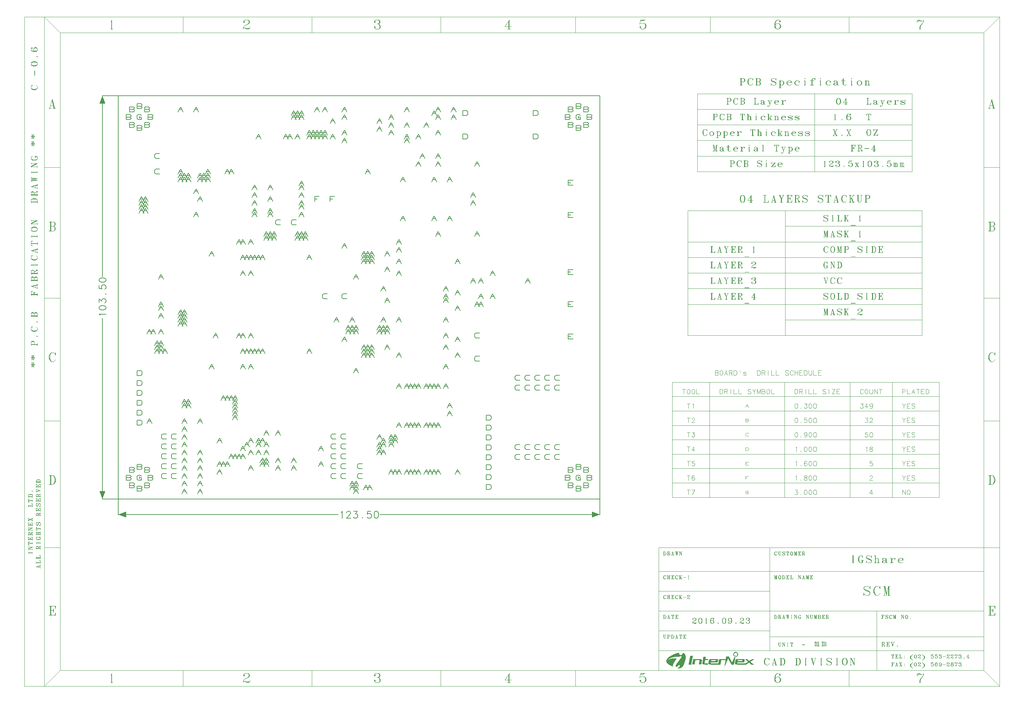
<source format=gbr>
%MOMM*%
%FSLAX33Y33*%
%ADD10C,0.203200*%
%ADD73C,0.152400*%
%ADD219C,0.091440*%
%ADD220C,0.121920*%
%ADD221C,0.050000*%
%ADD222C,0.040640*%
%ADD224C,0.040130*%
G90*G71*G01*D02*G54D10*X000000Y000000D02*X123500Y000000D01*X123500Y103500D01*
X000000Y103500D01*X000000Y000000D01*X002885Y004155D02*X002885Y002885D01*
X002885Y004155D02*X003901Y004155D01*X004155Y003901D01*X004155Y003774D01*
X003901Y003520D01*X002885Y003520D01*X003901Y003520D02*X004155Y003266D01*
X004155Y003139D01*X003901Y002885D01*X002885Y002885D01*X004865Y003335D02*
X004865Y002065D01*X004865Y003335D02*X005881Y003335D01*X006135Y003081D01*
X006135Y002954D01*X005881Y002700D01*X004865Y002700D01*X005881Y002700D02*
X006135Y002446D01*X006135Y002319D01*X005881Y002065D01*X004865Y002065D01*
X006845Y004155D02*X006845Y002885D01*X006845Y004155D02*X007861Y004155D01*
X008115Y003901D01*X008115Y003774D01*X007861Y003520D01*X006845Y003520D01*
X007861Y003520D02*X008115Y003266D01*X008115Y003139D01*X007861Y002885D01*
X006845Y002885D01*X094365Y002475D02*X094365Y003745D01*X095318Y003745D01*
X095635Y003428D01*X095635Y002793D01*X095318Y002475D01*X094365Y002475D01*
X115385Y004155D02*X115385Y002885D01*X115385Y004155D02*X116401Y004155D01*
X116655Y003901D01*X116655Y003774D01*X116401Y003520D01*X115385Y003520D01*
X116401Y003520D02*X116655Y003266D01*X116655Y003139D01*X116401Y002885D01*
X115385Y002885D01*X117365Y003335D02*X117365Y002065D01*X117365Y003335D02*
X118381Y003335D01*X118635Y003081D01*X118635Y002954D01*X118381Y002700D01*
X117365Y002700D01*X118381Y002700D02*X118635Y002446D01*X118635Y002319D01*
X118381Y002065D01*X117365Y002065D01*X119345Y004155D02*X119345Y002885D01*
X119345Y004155D02*X120361Y004155D01*X120615Y003901D01*X120615Y003774D01*
X120361Y003520D01*X119345Y003520D01*X120361Y003520D02*X120615Y003266D01*
X120615Y003139D01*X120361Y002885D01*X119345Y002885D01*X120165Y006135D02*
X120165Y004865D01*X120165Y006135D02*X121181Y006135D01*X121435Y005881D01*
X121435Y005754D01*X121181Y005500D01*X120165Y005500D01*X121181Y005500D02*
X121435Y005246D01*X121435Y005119D01*X121181Y004865D01*X120165Y004865D01*
X119345Y008115D02*X119345Y006845D01*X119345Y008115D02*X120361Y008115D01*
X120615Y007861D01*X120615Y007734D01*X120361Y007480D01*X119345Y007480D01*
X120361Y007480D02*X120615Y007226D01*X120615Y007099D01*X120361Y006845D01*
X119345Y006845D01*X117365Y008935D02*X117365Y007665D01*X117365Y008935D02*
X118381Y008935D01*X118635Y008681D01*X118635Y008554D01*X118381Y008300D01*
X117365Y008300D01*X118381Y008300D02*X118635Y008046D01*X118635Y007919D01*
X118381Y007665D01*X117365Y007665D01*X115385Y008115D02*X115385Y006845D01*
X115385Y008115D02*X116401Y008115D01*X116655Y007861D01*X116655Y007734D01*
X116401Y007480D01*X115385Y007480D01*X116401Y007480D02*X116655Y007226D01*
X116655Y007099D01*X116401Y006845D01*X115385Y006845D01*X114565Y006135D02*
X114565Y004865D01*X114565Y006135D02*X115581Y006135D01*X115835Y005881D01*
X115835Y005754D01*X115581Y005500D01*X114565Y005500D01*X115581Y005500D02*
X115835Y005246D01*X115835Y005119D01*X115581Y004865D01*X114565Y004865D01*
X094365Y007555D02*X094365Y008825D01*X095318Y008825D01*X095635Y008508D01*
X095635Y007873D01*X095318Y007555D01*X094365Y007555D01*X094365Y005015D02*
X094365Y006285D01*X095318Y006285D01*X095635Y005968D01*X095635Y005333D01*
X095318Y005015D01*X094365Y005015D01*X062635Y009095D02*X061683Y009095D01*
X061365Y008778D01*X061365Y008143D01*X061683Y007825D01*X062635Y007825D01*
X062635Y006555D02*X061683Y006555D01*X061365Y006238D01*X061365Y005603D01*
X061683Y005285D01*X062635Y005285D01*X058405Y006555D02*X057453Y006555D01*
X057135Y006238D01*X057135Y005603D01*X057453Y005285D01*X058405Y005285D01*
X058405Y009095D02*X057453Y009095D01*X057135Y008778D01*X057135Y008143D01*
X057453Y007825D01*X058405Y007825D01*X055865Y006555D02*X054913Y006555D01*
X054595Y006238D01*X054595Y005603D01*X054913Y005285D01*X055865Y005285D01*
X055865Y009095D02*X054913Y009095D01*X054595Y008778D01*X054595Y008143D01*
X054913Y007825D01*X055865Y007825D01*X014905Y006555D02*X013953Y006555D01*
X013635Y006238D01*X013635Y005603D01*X013953Y005285D01*X014905Y005285D01*
X014905Y009095D02*X013953Y009095D01*X013635Y008778D01*X013635Y008143D01*
X013953Y007825D01*X014905Y007825D01*X012365Y006555D02*X011413Y006555D01*
X011095Y006238D01*X011095Y005603D01*X011413Y005285D01*X012365Y005285D01*
X012365Y009095D02*X011413Y009095D01*X011095Y008778D01*X011095Y008143D01*
X011413Y007825D01*X012365Y007825D01*X007665Y006135D02*X007665Y004865D01*
X007665Y006135D02*X008681Y006135D01*X008935Y005881D01*X008935Y005754D01*
X008681Y005500D01*X007665Y005500D01*X008681Y005500D02*X008935Y005246D01*
X008935Y005119D01*X008681Y004865D01*X007665Y004865D01*X006845Y008115D02*
X006845Y006845D01*X006845Y008115D02*X007861Y008115D01*X008115Y007861D01*
X008115Y007734D01*X007861Y007480D01*X006845Y007480D01*X007861Y007480D02*
X008115Y007226D01*X008115Y007099D01*X007861Y006845D01*X006845Y006845D01*
X004865Y008935D02*X004865Y007665D01*X004865Y008935D02*X005881Y008935D01*
X006135Y008681D01*X006135Y008554D01*X005881Y008300D01*X004865Y008300D01*
X005881Y008300D02*X006135Y008046D01*X006135Y007919D01*X005881Y007665D01*
X004865Y007665D01*X002885Y008115D02*X002885Y006845D01*X002885Y008115D02*
X003901Y008115D01*X004155Y007861D01*X004155Y007734D01*X003901Y007480D01*
X002885Y007480D01*X003901Y007480D02*X004155Y007226D01*X004155Y007099D01*
X003901Y006845D01*X002885Y006845D01*X002065Y006135D02*X002065Y004865D01*
X002065Y006135D02*X003081Y006135D01*X003335Y005881D01*X003335Y005754D01*
X003081Y005500D01*X002065Y005500D01*X003081Y005500D02*X003335Y005246D01*
X003335Y005119D01*X003081Y004865D01*X002065Y004865D01*X014905Y011635D02*
X013953Y011635D01*X013635Y011318D01*X013635Y010683D01*X013953Y010365D01*
X014905Y010365D01*X014905Y014175D02*X013953Y014175D01*X013635Y013858D01*
X013635Y013223D01*X013953Y012905D01*X014905Y012905D01*X012365Y011635D02*
X011413Y011635D01*X011095Y011318D01*X011095Y010683D01*X011413Y010365D01*
X012365Y010365D01*X012365Y014175D02*X011413Y014175D01*X011095Y013858D01*
X011095Y013223D01*X011413Y012905D01*X012365Y012905D01*X058405Y011635D02*
X057453Y011635D01*X057135Y011318D01*X057135Y010683D01*X057453Y010365D01*
X058405Y010365D01*X058405Y014175D02*X057453Y014175D01*X057135Y013858D01*
X057135Y013223D01*X057453Y012905D01*X058405Y012905D01*X055865Y011635D02*
X054913Y011635D01*X054595Y011318D01*X054595Y010683D01*X054913Y010365D01*
X055865Y010365D01*X055865Y014175D02*X054913Y014175D01*X054595Y013858D01*
X054595Y013223D01*X054913Y012905D01*X055865Y012905D01*X094365Y012635D02*
X094365Y013905D01*X095318Y013905D01*X095635Y013588D01*X095635Y012953D01*
X095318Y012635D01*X094365Y012635D01*X094365Y010095D02*X094365Y011365D01*
X095318Y011365D01*X095635Y011048D01*X095635Y010413D01*X095318Y010095D01*
X094365Y010095D01*X110595Y013975D02*X109643Y013975D01*X109325Y013658D01*
X109325Y013023D01*X109643Y012705D01*X110595Y012705D01*X108055Y013975D02*
X107103Y013975D01*X106785Y013658D01*X106785Y013023D01*X107103Y012705D01*
X108055Y012705D01*X105515Y013975D02*X104563Y013975D01*X104245Y013658D01*
X104245Y013023D01*X104563Y012705D01*X105515Y012705D01*X102975Y013975D02*
X102023Y013975D01*X101705Y013658D01*X101705Y013023D01*X102023Y012705D01*
X102975Y012705D01*X110595Y011435D02*X109643Y011435D01*X109325Y011118D01*
X109325Y010483D01*X109643Y010165D01*X110595Y010165D01*X108055Y011435D02*
X107103Y011435D01*X106785Y011118D01*X106785Y010483D01*X107103Y010165D01*
X108055Y010165D01*X105515Y011435D02*X104563Y011435D01*X104245Y011118D01*
X104245Y010483D01*X104563Y010165D01*X105515Y010165D01*X102975Y011435D02*
X102023Y011435D01*X101705Y011118D01*X101705Y010483D01*X102023Y010165D01*
X102975Y010165D01*X113135Y013975D02*X112183Y013975D01*X111865Y013658D01*
X111865Y013023D01*X112183Y012705D01*X113135Y012705D01*X113135Y011435D02*
X112183Y011435D01*X111865Y011118D01*X111865Y010483D01*X112183Y010165D01*
X113135Y010165D01*X094365Y020255D02*X094365Y021525D01*X095318Y021525D01*
X095635Y021208D01*X095635Y020573D01*X095318Y020255D01*X094365Y020255D01*
X094365Y017715D02*X094365Y018985D01*X095318Y018985D01*X095635Y018668D01*
X095635Y018033D01*X095318Y017715D01*X094365Y017715D01*X094365Y015175D02*
X094365Y016445D01*X095318Y016445D01*X095635Y016128D01*X095635Y015493D01*
X095318Y015175D01*X094365Y015175D01*X058405Y016715D02*X057453Y016715D01*
X057135Y016398D01*X057135Y015763D01*X057453Y015445D01*X058405Y015445D01*
X055865Y016715D02*X054913Y016715D01*X054595Y016398D01*X054595Y015763D01*
X054913Y015445D01*X055865Y015445D01*X014905Y016715D02*X013953Y016715D01*
X013635Y016398D01*X013635Y015763D01*X013953Y015445D01*X014905Y015445D01*
X012365Y016715D02*X011413Y016715D01*X011095Y016398D01*X011095Y015763D01*
X011413Y015445D01*X012365Y015445D01*X004865Y019015D02*X004865Y020285D01*
X005818Y020285D01*X006135Y019968D01*X006135Y019333D01*X005818Y019015D01*
X004865Y019015D01*X004865Y021555D02*X004865Y022825D01*X005818Y022825D01*
X006135Y022508D01*X006135Y021873D01*X005818Y021555D01*X004865Y021555D01*
X004865Y024095D02*X004865Y025365D01*X005818Y025365D01*X006135Y025048D01*
X006135Y024413D01*X005818Y024095D01*X004865Y024095D01*X113135Y031755D02*
X112183Y031755D01*X111865Y031438D01*X111865Y030803D01*X112183Y030485D01*
X113135Y030485D01*X110595Y031755D02*X109643Y031755D01*X109325Y031438D01*
X109325Y030803D01*X109643Y030485D01*X110595Y030485D01*X113135Y029215D02*
X112183Y029215D01*X111865Y028898D01*X111865Y028263D01*X112183Y027945D01*
X113135Y027945D01*X110595Y029215D02*X109643Y029215D01*X109325Y028898D01*
X109325Y028263D01*X109643Y027945D01*X110595Y027945D01*X108055Y031755D02*
X107103Y031755D01*X106785Y031438D01*X106785Y030803D01*X107103Y030485D01*
X108055Y030485D01*X105515Y031755D02*X104563Y031755D01*X104245Y031438D01*
X104245Y030803D01*X104563Y030485D01*X105515Y030485D01*X102975Y031755D02*
X102023Y031755D01*X101705Y031438D01*X101705Y030803D01*X102023Y030485D01*
X102975Y030485D01*X108055Y029215D02*X107103Y029215D01*X106785Y028898D01*
X106785Y028263D01*X107103Y027945D01*X108055Y027945D01*X105515Y029215D02*
X104563Y029215D01*X104245Y028898D01*X104245Y028263D01*X104563Y027945D01*
X105515Y027945D01*X102975Y029215D02*X102023Y029215D01*X101705Y028898D01*
X101705Y028263D01*X102023Y027945D01*X102975Y027945D01*X004865Y026635D02*
X004865Y027905D01*X005818Y027905D01*X006135Y027588D01*X006135Y026953D01*
X005818Y026635D01*X004865Y026635D01*X004865Y029175D02*X004865Y030445D01*
X005818Y030445D01*X006135Y030128D01*X006135Y029493D01*X005818Y029175D01*
X004865Y029175D01*X004865Y031715D02*X004865Y032985D01*X005818Y032985D01*
X006135Y032667D01*X006135Y032033D01*X005818Y031715D01*X004865Y031715D01*
X092635Y036635D02*X091683Y036635D01*X091365Y036318D01*X091365Y035683D01*
X091683Y035365D01*X092635Y035365D01*X116635Y042385D02*X115365Y042385D01*
X115365Y041115D01*X116635Y041115D01*X115365Y041750D02*X116000Y041750D01*
X092635Y042635D02*X091683Y042635D01*X091365Y042318D01*X091365Y041683D01*
X091683Y041365D01*X092635Y041365D01*X116635Y050635D02*X115365Y050635D01*
X115365Y049365D01*X116635Y049365D01*X115365Y050000D02*X116000Y050000D01*
X053635Y052635D02*X052683Y052635D01*X052365Y052318D01*X052365Y051683D01*
X052683Y051365D01*X053635Y051365D01*X058635Y052635D02*X057683Y052635D01*
X057365Y052318D01*X057365Y051683D01*X057683Y051365D01*X058635Y051365D01*
X116635Y058885D02*X115365Y058885D01*X115365Y057615D01*X116635Y057615D01*
X115365Y058250D02*X116000Y058250D01*X041635Y071635D02*X040683Y071635D01*
X040365Y071318D01*X040365Y070683D01*X040683Y070365D01*X041635Y070365D01*
X045635Y071635D02*X044683Y071635D01*X044365Y071318D01*X044365Y070683D01*
X044683Y070365D01*X045635Y070365D01*X116635Y073510D02*X115365Y073510D01*
X115365Y072240D01*X116635Y072240D01*X115365Y072875D02*X116000Y072875D01*
X051528Y077635D02*X050385Y077635D01*X050385Y076365D01*X050385Y077000D02*
X051020Y077000D01*X055488Y077635D02*X054345Y077635D01*X054345Y076365D01*
X054345Y077000D02*X054980Y077000D01*X010635Y084635D02*X009683Y084635D01*
X009365Y084318D01*X009365Y083683D01*X009683Y083365D01*X010635Y083365D01*
X116635Y081760D02*X115365Y081760D01*X115365Y080490D01*X116635Y080490D01*
X115365Y081125D02*X116000Y081125D01*X010635Y088635D02*X009683Y088635D01*
X009365Y088318D01*X009365Y087683D01*X009683Y087365D01*X010635Y087365D01*
X004865Y095835D02*X004865Y094565D01*X004865Y095835D02*X005881Y095835D01*
X006135Y095581D01*X006135Y095454D01*X005881Y095200D01*X004865Y095200D01*
X005881Y095200D02*X006135Y094946D01*X006135Y094819D01*X005881Y094565D01*
X004865Y094565D01*X088365Y092365D02*X088365Y093635D01*X089318Y093635D01*
X089635Y093318D01*X089635Y092683D01*X089318Y092365D01*X088365Y092365D01*
X106365Y092365D02*X106365Y093635D01*X107318Y093635D01*X107635Y093318D01*
X107635Y092683D01*X107318Y092365D01*X106365Y092365D01*X117365Y095835D02*
X117365Y094565D01*X117365Y095835D02*X118381Y095835D01*X118635Y095581D01*
X118635Y095454D01*X118381Y095200D01*X117365Y095200D01*X118381Y095200D02*
X118635Y094946D01*X118635Y094819D01*X118381Y094565D01*X117365Y094565D01*
X120165Y098635D02*X120165Y097365D01*X120165Y098635D02*X121181Y098635D01*
X121435Y098381D01*X121435Y098254D01*X121181Y098000D01*X120165Y098000D01*
X121181Y098000D02*X121435Y097746D01*X121435Y097619D01*X121181Y097365D01*
X120165Y097365D01*X119345Y100615D02*X119345Y099345D01*X119345Y100615D02*
X120361Y100615D01*X120615Y100361D01*X120615Y100234D01*X120361Y099980D01*
X119345Y099980D01*X120361Y099980D02*X120615Y099726D01*X120615Y099599D01*
X120361Y099345D01*X119345Y099345D01*X117365Y101435D02*X117365Y100165D01*
X117365Y101435D02*X118381Y101435D01*X118635Y101181D01*X118635Y101054D01*
X118381Y100800D01*X117365Y100800D01*X118381Y100800D02*X118635Y100546D01*
X118635Y100419D01*X118381Y100165D01*X117365Y100165D01*X119345Y096655D02*
X119345Y095385D01*X119345Y096655D02*X120361Y096655D01*X120615Y096401D01*
X120615Y096274D01*X120361Y096020D01*X119345Y096020D01*X120361Y096020D02*
X120615Y095766D01*X120615Y095639D01*X120361Y095385D01*X119345Y095385D01*
X115385Y100615D02*X115385Y099345D01*X115385Y100615D02*X116401Y100615D01*
X116655Y100361D01*X116655Y100234D01*X116401Y099980D01*X115385Y099980D01*
X116401Y099980D02*X116655Y099726D01*X116655Y099599D01*X116401Y099345D01*
X115385Y099345D01*X114565Y098635D02*X114565Y097365D01*X114565Y098635D02*
X115581Y098635D01*X115835Y098381D01*X115835Y098254D01*X115581Y098000D01*
X114565Y098000D01*X115581Y098000D02*X115835Y097746D01*X115835Y097619D01*
X115581Y097365D01*X114565Y097365D01*X115385Y096655D02*X115385Y095385D01*
X115385Y096655D02*X116401Y096655D01*X116655Y096401D01*X116655Y096274D01*
X116401Y096020D01*X115385Y096020D01*X116401Y096020D02*X116655Y095766D01*
X116655Y095639D01*X116401Y095385D01*X115385Y095385D01*X106365Y098365D02*
X106365Y099635D01*X107318Y099635D01*X107635Y099318D01*X107635Y098683D01*
X107318Y098365D01*X106365Y098365D01*X088365Y098365D02*X088365Y099635D01*
X089318Y099635D01*X089635Y099318D01*X089635Y098683D01*X089318Y098365D01*
X088365Y098365D01*X007665Y098635D02*X007665Y097365D01*X007665Y098635D02*
X008681Y098635D01*X008935Y098381D01*X008935Y098254D01*X008681Y098000D01*
X007665Y098000D01*X008681Y098000D02*X008935Y097746D01*X008935Y097619D01*
X008681Y097365D01*X007665Y097365D01*X006845Y100615D02*X006845Y099345D01*
X006845Y100615D02*X007861Y100615D01*X008115Y100361D01*X008115Y100234D01*
X007861Y099980D01*X006845Y099980D01*X007861Y099980D02*X008115Y099726D01*
X008115Y099599D01*X007861Y099345D01*X006845Y099345D01*X004865Y101435D02*
X004865Y100165D01*X004865Y101435D02*X005881Y101435D01*X006135Y101181D01*
X006135Y101054D01*X005881Y100800D01*X004865Y100800D01*X005881Y100800D02*
X006135Y100546D01*X006135Y100419D01*X005881Y100165D01*X004865Y100165D01*
X002885Y100615D02*X002885Y099345D01*X002885Y100615D02*X003901Y100615D01*
X004155Y100361D01*X004155Y100234D01*X003901Y099980D01*X002885Y099980D01*
X003901Y099980D02*X004155Y099726D01*X004155Y099599D01*X003901Y099345D01*
X002885Y099345D01*X002065Y098635D02*X002065Y097365D01*X002065Y098635D02*
X003081Y098635D01*X003335Y098381D01*X003335Y098254D01*X003081Y098000D01*
X002065Y098000D01*X003081Y098000D02*X003335Y097746D01*X003335Y097619D01*
X003081Y097365D01*X002065Y097365D01*X002885Y096655D02*X002885Y095385D01*
X002885Y096655D02*X003901Y096655D01*X004155Y096401D01*X004155Y096274D01*
X003901Y096020D01*X002885Y096020D01*X003901Y096020D02*X004155Y095766D01*
X004155Y095639D01*X003901Y095385D01*X002885Y095385D01*X006845Y096655D02*
X006845Y095385D01*X006845Y096655D02*X007861Y096655D01*X008115Y096401D01*
X008115Y096274D01*X007861Y096020D01*X006845Y096020D01*X007861Y096020D02*
X008115Y095766D01*X008115Y095639D01*X007861Y095385D01*X006845Y095385D01*
X016365Y001365D02*X017000Y002635D01*X017635Y001365D01*X016683Y002000D02*
X017318Y002000D01*X020365Y001365D02*X021000Y002635D01*X021635Y001365D01*
X020683Y002000D02*X021318Y002000D01*X060365Y001365D02*X061000Y002635D01*
X061635Y001365D01*X060683Y002000D02*X061318Y002000D01*X059365Y002365D02*
X060000Y003635D01*X060635Y002365D01*X059683Y003000D02*X060318Y003000D01*
X060365Y002365D02*X061000Y003635D01*X061635Y002365D01*X060683Y003000D02*
X061318Y003000D01*X062865Y002365D02*X063500Y003635D01*X064135Y002365D01*
X063183Y003000D02*X063818Y003000D01*X063865Y002365D02*X064500Y003635D01*
X065135Y002365D01*X064183Y003000D02*X064817Y003000D01*X086365Y006365D02*
X087000Y007635D01*X087635Y006365D01*X086683Y007000D02*X087318Y007000D01*
X075365Y006365D02*X076000Y007635D01*X076635Y006365D01*X075683Y007000D02*
X076318Y007000D01*X076365Y006365D02*X077000Y007635D01*X077635Y006365D01*
X076683Y007000D02*X077318Y007000D01*X078365Y006365D02*X079000Y007635D01*
X079635Y006365D01*X078683Y007000D02*X079318Y007000D01*X079365Y006365D02*
X080000Y007635D01*X080635Y006365D01*X079683Y007000D02*X080318Y007000D01*
X080365Y006365D02*X081000Y007635D01*X081635Y006365D01*X080683Y007000D02*
X081318Y007000D01*X081365Y006365D02*X082000Y007635D01*X082635Y006365D01*
X081683Y007000D02*X082318Y007000D01*X069365Y006365D02*X070000Y007635D01*
X070635Y006365D01*X069683Y007000D02*X070318Y007000D01*X073365Y006365D02*
X074000Y007635D01*X074635Y006365D01*X073683Y007000D02*X074318Y007000D01*
X074365Y006365D02*X075000Y007635D01*X075635Y006365D01*X074683Y007000D02*
X075318Y007000D01*X070365Y006365D02*X071000Y007635D01*X071635Y006365D01*
X070683Y007000D02*X071318Y007000D01*X071365Y006365D02*X072000Y007635D01*
X072635Y006365D01*X071683Y007000D02*X072318Y007000D01*X059365Y003365D02*
X060000Y004635D01*X060635Y003365D01*X059683Y004000D02*X060318Y004000D01*
X060365Y003365D02*X061000Y004635D01*X061635Y003365D01*X060683Y004000D02*
X061318Y004000D01*X051365Y008365D02*X052000Y009635D01*X052635Y008365D01*
X051683Y009000D02*X052318Y009000D01*X044365Y007365D02*X045000Y008635D01*
X045635Y007365D01*X044683Y008000D02*X045318Y008000D01*X037365Y008365D02*
X038000Y009635D01*X038635Y008365D01*X037683Y009000D02*X038318Y009000D01*
X036365Y008365D02*X037000Y009635D01*X037635Y008365D01*X036683Y009000D02*
X037318Y009000D01*X040365Y007365D02*X041000Y008635D01*X041635Y007365D01*
X040683Y008000D02*X041318Y008000D01*X033365Y007365D02*X034000Y008635D01*
X034635Y007365D01*X033683Y008000D02*X034318Y008000D01*X026365Y008365D02*
X027000Y009635D01*X027635Y008365D01*X026683Y009000D02*X027318Y009000D01*
X025365Y008365D02*X026000Y009635D01*X026635Y008365D01*X025683Y009000D02*
X026318Y009000D01*X027365Y008365D02*X028000Y009635D01*X028635Y008365D01*
X027683Y009000D02*X028318Y009000D01*X025365Y006365D02*X026000Y007635D01*
X026635Y006365D01*X025683Y007000D02*X026318Y007000D01*X020365Y007365D02*
X021000Y008635D01*X021635Y007365D01*X020683Y008000D02*X021318Y008000D01*
X020365Y005365D02*X021000Y006635D01*X021635Y005365D01*X020683Y006000D02*
X021318Y006000D01*X020365Y003365D02*X021000Y004635D01*X021635Y003365D01*
X020683Y004000D02*X021318Y004000D01*X016365Y007365D02*X017000Y008635D01*
X017635Y007365D01*X016683Y008000D02*X017318Y008000D01*X016365Y005365D02*
X017000Y006635D01*X017635Y005365D01*X016683Y006000D02*X017318Y006000D01*
X016365Y003365D02*X017000Y004635D01*X017635Y003365D01*X016683Y004000D02*
X017318Y004000D01*X016365Y013365D02*X017000Y014635D01*X017635Y013365D01*
X016683Y014000D02*X017318Y014000D01*X016365Y011365D02*X017000Y012635D01*
X017635Y011365D01*X016683Y012000D02*X017318Y012000D01*X016365Y009365D02*
X017000Y010635D01*X017635Y009365D01*X016683Y010000D02*X017318Y010000D01*
X020365Y011365D02*X021000Y012635D01*X021635Y011365D01*X020683Y012000D02*
X021318Y012000D01*X020365Y009365D02*X021000Y010635D01*X021635Y009365D01*
X020683Y010000D02*X021318Y010000D01*X031365Y010365D02*X032000Y011635D01*
X032635Y010365D01*X031683Y011000D02*X032318Y011000D01*X030365Y010365D02*
X031000Y011635D01*X031635Y010365D01*X030683Y011000D02*X031318Y011000D01*
X028365Y010365D02*X029000Y011635D01*X029635Y010365D01*X028683Y011000D02*
X029318Y011000D01*X029365Y010365D02*X030000Y011635D01*X030635Y010365D01*
X029683Y011000D02*X030318Y011000D01*X031365Y012365D02*X032000Y013635D01*
X032635Y012365D01*X031683Y013000D02*X032318Y013000D01*X033365Y011365D02*
X034000Y012635D01*X034635Y011365D01*X033683Y012000D02*X034318Y012000D01*
X032365Y013365D02*X033000Y014635D01*X033635Y013365D01*X032682Y014000D02*
X033318Y014000D01*X036365Y009365D02*X037000Y010635D01*X037635Y009365D01*
X036683Y010000D02*X037318Y010000D01*X037365Y011365D02*X038000Y012635D01*
X038635Y011365D01*X037683Y012000D02*X038318Y012000D01*X037365Y013365D02*
X038000Y014635D01*X038635Y013365D01*X037683Y014000D02*X038318Y014000D01*
X035365Y011365D02*X036000Y012635D01*X036635Y011365D01*X035683Y012000D02*
X036318Y012000D01*X035365Y013365D02*X036000Y014635D01*X036635Y013365D01*
X035683Y014000D02*X036318Y014000D01*X040365Y009365D02*X041000Y010635D01*
X041635Y009365D01*X040683Y010000D02*X041318Y010000D01*X037365Y009365D02*
X038000Y010635D01*X038635Y009365D01*X037683Y010000D02*X038318Y010000D01*
X044365Y009365D02*X045000Y010635D01*X045635Y009365D01*X044683Y010000D02*
X045318Y010000D01*X051365Y012365D02*X052000Y013635D01*X052635Y012365D01*
X051683Y013000D02*X052318Y013000D01*X066365Y012365D02*X067000Y013635D01*
X067635Y012365D01*X066683Y013000D02*X067318Y013000D01*X066365Y011365D02*
X067000Y012635D01*X067635Y011365D01*X066683Y012000D02*X067318Y012000D01*
X066365Y013365D02*X067000Y014635D01*X067635Y013365D01*X066683Y014000D02*
X067318Y014000D01*X067365Y011365D02*X068000Y012635D01*X068635Y011365D01*
X067683Y012000D02*X068318Y012000D01*X067365Y013365D02*X068000Y014635D01*
X068635Y013365D01*X067683Y014000D02*X068318Y014000D01*X069365Y013365D02*
X070000Y014635D01*X070635Y013365D01*X069683Y014000D02*X070318Y014000D01*
X075365Y018365D02*X076000Y019635D01*X076635Y018365D01*X075683Y019000D02*
X076318Y019000D01*X076365Y018365D02*X077000Y019635D01*X077635Y018365D01*
X076683Y019000D02*X077318Y019000D01*X078365Y018365D02*X079000Y019635D01*
X079635Y018365D01*X078683Y019000D02*X079318Y019000D01*X079365Y018365D02*
X080000Y019635D01*X080635Y018365D01*X079683Y019000D02*X080318Y019000D01*
X080365Y018365D02*X081000Y019635D01*X081635Y018365D01*X080683Y019000D02*
X081318Y019000D01*X081365Y018365D02*X082000Y019635D01*X082635Y018365D01*
X081683Y019000D02*X082318Y019000D01*X069365Y014365D02*X070000Y015635D01*
X070635Y014365D01*X069683Y015000D02*X070318Y015000D01*X069365Y015365D02*
X070000Y016635D01*X070635Y015365D01*X069683Y016000D02*X070318Y016000D01*
X071365Y018365D02*X072000Y019635D01*X072635Y018365D01*X071683Y019000D02*
X072318Y019000D01*X073365Y018365D02*X074000Y019635D01*X074635Y018365D01*
X073683Y019000D02*X074318Y019000D01*X074365Y018365D02*X075000Y019635D01*
X075635Y018365D01*X074683Y019000D02*X075318Y019000D01*X070365Y014365D02*
X071000Y015635D01*X071635Y014365D01*X070683Y015000D02*X071318Y015000D01*
X067365Y014365D02*X068000Y015635D01*X068635Y014365D01*X067683Y015000D02*
X068318Y015000D01*X070365Y015365D02*X071000Y016635D01*X071635Y015365D01*
X070683Y016000D02*X071318Y016000D01*X066365Y015365D02*X067000Y016635D01*
X067635Y015365D01*X066683Y016000D02*X067318Y016000D01*X037365Y016365D02*
X038000Y017635D01*X038635Y016365D01*X037683Y017000D02*X038318Y017000D01*
X040365Y016365D02*X041000Y017635D01*X041635Y016365D01*X040683Y017000D02*
X041318Y017000D01*X035365Y014365D02*X036000Y015635D01*X036635Y014365D01*
X035683Y015000D02*X036318Y015000D01*X036365Y014365D02*X037000Y015635D01*
X037635Y014365D01*X036683Y015000D02*X037318Y015000D01*X033365Y014365D02*
X034000Y015635D01*X034635Y014365D01*X033683Y015000D02*X034318Y015000D01*
X025365Y014365D02*X026000Y015635D01*X026635Y014365D01*X025683Y015000D02*
X026318Y015000D01*X020365Y019365D02*X021000Y020635D01*X021635Y019365D01*
X020683Y020000D02*X021318Y020000D01*X016365Y017365D02*X017000Y018635D01*
X017635Y017365D01*X016683Y018000D02*X017318Y018000D01*X016365Y015365D02*
X017000Y016635D01*X017635Y015365D01*X016683Y016000D02*X017318Y016000D01*
X016365Y019365D02*X017000Y020635D01*X017635Y019365D01*X016683Y020000D02*
X017318Y020000D01*X007365Y019365D02*X008000Y020635D01*X008635Y019365D01*
X007683Y020000D02*X008318Y020000D01*X016365Y024365D02*X017000Y025635D01*
X017635Y024365D01*X016683Y025000D02*X017318Y025000D01*X016365Y023365D02*
X017000Y024635D01*X017635Y023365D01*X016683Y024000D02*X017318Y024000D01*
X017365Y024365D02*X018000Y025635D01*X018635Y024365D01*X017683Y025000D02*
X018318Y025000D01*X017365Y023365D02*X018000Y024635D01*X018635Y023365D01*
X017683Y024000D02*X018318Y024000D01*X029365Y020365D02*X030000Y021635D01*
X030635Y020365D01*X029683Y021000D02*X030318Y021000D01*X029365Y021365D02*
X030000Y022635D01*X030635Y021365D01*X029683Y022000D02*X030318Y022000D01*
X029365Y022365D02*X030000Y023635D01*X030635Y022365D01*X029683Y023000D02*
X030318Y023000D01*X029365Y023365D02*X030000Y024635D01*X030635Y023365D01*
X029683Y024000D02*X030318Y024000D01*X029365Y024365D02*X030000Y025635D01*
X030635Y024365D01*X029683Y025000D02*X030318Y025000D01*X029365Y025365D02*
X030000Y026635D01*X030635Y025365D01*X029683Y026000D02*X030318Y026000D01*
X028365Y025365D02*X029000Y026635D01*X029635Y025365D01*X028683Y026000D02*
X029318Y026000D01*X027365Y025365D02*X028000Y026635D01*X028635Y025365D01*
X027683Y026000D02*X028318Y026000D01*X026365Y025365D02*X027000Y026635D01*
X027635Y025365D01*X026683Y026000D02*X027318Y026000D01*X084365Y021365D02*
X085000Y022635D01*X085635Y021365D01*X084683Y022000D02*X085318Y022000D01*
X084365Y023365D02*X085000Y024635D01*X085635Y023365D01*X084683Y024000D02*
X085318Y024000D01*X075365Y028365D02*X076000Y029635D01*X076635Y028365D01*
X075683Y029000D02*X076318Y029000D01*X076365Y028365D02*X077000Y029635D01*
X077635Y028365D01*X076683Y029000D02*X077318Y029000D01*X078365Y028365D02*
X079000Y029635D01*X079635Y028365D01*X078683Y029000D02*X079318Y029000D01*
X079365Y028365D02*X080000Y029635D01*X080635Y028365D01*X079683Y029000D02*
X080318Y029000D01*X080365Y028365D02*X081000Y029635D01*X081635Y028365D01*
X080683Y029000D02*X081318Y029000D01*X081365Y028365D02*X082000Y029635D01*
X082635Y028365D01*X081683Y029000D02*X082318Y029000D01*X083365Y028365D02*
X084000Y029635D01*X084635Y028365D01*X083683Y029000D02*X084318Y029000D01*
X073365Y028365D02*X074000Y029635D01*X074635Y028365D01*X073683Y029000D02*
X074318Y029000D01*X074365Y028365D02*X075000Y029635D01*X075635Y028365D01*
X074683Y029000D02*X075318Y029000D01*X071365Y028365D02*X072000Y029635D01*
X072635Y028365D01*X071683Y029000D02*X072318Y029000D01*X023365Y033365D02*
X024000Y034635D01*X024635Y033365D01*X023683Y034000D02*X024318Y034000D01*
X031365Y033365D02*X032000Y034635D01*X032635Y033365D01*X031683Y034000D02*
X032318Y034000D01*X033365Y033365D02*X034000Y034635D01*X034635Y033365D01*
X033683Y034000D02*X034318Y034000D01*X062365Y036365D02*X063000Y037635D01*
X063635Y036365D01*X062683Y037000D02*X063318Y037000D01*X064365Y036365D02*
X065000Y037635D01*X065635Y036365D01*X064683Y037000D02*X065317Y037000D01*
X063365Y036365D02*X064000Y037635D01*X064635Y036365D01*X063683Y037000D02*
X064317Y037000D01*X060365Y032365D02*X061000Y033635D01*X061635Y032365D01*
X060683Y033000D02*X061318Y033000D01*X071365Y036365D02*X072000Y037635D01*
X072635Y036365D01*X071683Y037000D02*X072318Y037000D01*X083365Y033365D02*
X084000Y034635D01*X084635Y033365D01*X083683Y034000D02*X084318Y034000D01*
X086365Y036365D02*X087000Y037635D01*X087635Y036365D01*X086683Y037000D02*
X087318Y037000D01*X086365Y040365D02*X087000Y041635D01*X087635Y040365D01*
X086683Y041000D02*X087318Y041000D01*X083365Y038365D02*X084000Y039635D01*
X084635Y038365D01*X083683Y039000D02*X084318Y039000D01*X083365Y041365D02*
X084000Y042635D01*X084635Y041365D01*X083683Y042000D02*X084318Y042000D01*
X068365Y038365D02*X069000Y039635D01*X069635Y038365D01*X068683Y039000D02*
X069318Y039000D01*X067365Y042365D02*X068000Y043635D01*X068635Y042365D01*
X067683Y043000D02*X068318Y043000D01*X068365Y042365D02*X069000Y043635D01*
X069635Y042365D01*X068683Y043000D02*X069318Y043000D01*X062365Y038365D02*
X063000Y039635D01*X063635Y038365D01*X062683Y039000D02*X063318Y039000D01*
X063365Y038365D02*X064000Y039635D01*X064635Y038365D01*X063683Y039000D02*
X064317Y039000D01*X064365Y038365D02*X065000Y039635D01*X065635Y038365D01*
X064683Y039000D02*X065317Y039000D01*X064365Y037365D02*X065000Y038635D01*
X065635Y037365D01*X064683Y038000D02*X065317Y038000D01*X063365Y037365D02*
X064000Y038635D01*X064635Y037365D01*X063683Y038000D02*X064317Y038000D01*
X062365Y037365D02*X063000Y038635D01*X063635Y037365D01*X062683Y038000D02*
X063318Y038000D01*X066365Y042365D02*X067000Y043635D01*X067635Y042365D01*
X066683Y043000D02*X067318Y043000D01*X060365Y042365D02*X061000Y043635D01*
X061635Y042365D01*X060683Y043000D02*X061318Y043000D01*X059365Y042365D02*
X060000Y043635D01*X060635Y042365D01*X059683Y043000D02*X060318Y043000D01*
X057365Y040365D02*X058000Y041635D01*X058635Y040365D01*X057683Y041000D02*
X058318Y041000D01*X058365Y042365D02*X059000Y043635D01*X059635Y042365D01*
X058683Y043000D02*X059318Y043000D01*X048365Y037365D02*X049000Y038635D01*
X049635Y037365D01*X048683Y038000D02*X049318Y038000D01*X035365Y037365D02*
X036000Y038635D01*X036635Y037365D01*X035683Y038000D02*X036318Y038000D01*
X034365Y037365D02*X035000Y038635D01*X035635Y037365D01*X034683Y038000D02*
X035318Y038000D01*X036365Y037365D02*X037000Y038635D01*X037635Y037365D01*
X036683Y038000D02*X037318Y038000D01*X032365Y037365D02*X033000Y038635D01*
X033635Y037365D01*X032682Y038000D02*X033318Y038000D01*X033365Y037365D02*
X034000Y038635D01*X034635Y037365D01*X033683Y038000D02*X034318Y038000D01*
X031365Y037365D02*X032000Y038635D01*X032635Y037365D01*X031683Y038000D02*
X032318Y038000D01*X031365Y041365D02*X032000Y042635D01*X032635Y041365D01*
X031683Y042000D02*X032318Y042000D01*X030365Y041365D02*X031000Y042635D01*
X031635Y041365D01*X030683Y042000D02*X031318Y042000D01*X033365Y041365D02*
X034000Y042635D01*X034635Y041365D01*X033683Y042000D02*X034318Y042000D01*
X024365Y041365D02*X025000Y042635D01*X025635Y041365D01*X024683Y042000D02*
X025318Y042000D01*X009365Y038365D02*X010000Y039635D01*X010635Y038365D01*
X009683Y039000D02*X010318Y039000D01*X009365Y039365D02*X010000Y040635D01*
X010635Y039365D01*X009683Y040000D02*X010318Y040000D01*X010365Y038365D02*
X011000Y039635D01*X011635Y038365D01*X010683Y039000D02*X011318Y039000D01*
X010365Y039365D02*X011000Y040635D01*X011635Y039365D01*X010683Y040000D02*
X011318Y040000D01*X009365Y037365D02*X010000Y038635D01*X010635Y037365D01*
X009683Y038000D02*X010318Y038000D01*X010365Y037365D02*X011000Y038635D01*
X011635Y037365D01*X010683Y038000D02*X011318Y038000D01*X011365Y037365D02*
X012000Y038635D01*X012635Y037365D01*X011683Y038000D02*X012318Y038000D01*
X010365Y042365D02*X011000Y043635D01*X011635Y042365D01*X010683Y043000D02*
X011318Y043000D01*X008365Y042365D02*X009000Y043635D01*X009635Y042365D01*
X008683Y043000D02*X009318Y043000D01*X007365Y042365D02*X008000Y043635D01*
X008635Y042365D01*X007683Y043000D02*X008318Y043000D01*X016365Y045365D02*
X017000Y046635D01*X017635Y045365D01*X016683Y046000D02*X017318Y046000D01*
X015365Y045365D02*X016000Y046635D01*X016635Y045365D01*X015683Y046000D02*
X016317Y046000D01*X016365Y047365D02*X017000Y048635D01*X017635Y047365D01*
X016683Y048000D02*X017318Y048000D01*X015365Y047365D02*X016000Y048635D01*
X016635Y047365D01*X015683Y048000D02*X016317Y048000D01*X016365Y046365D02*
X017000Y047635D01*X017635Y046365D01*X016683Y047000D02*X017318Y047000D01*
X015365Y046365D02*X016000Y047635D01*X016635Y046365D01*X015683Y047000D02*
X016317Y047000D01*X015365Y044365D02*X016000Y045635D01*X016635Y044365D01*
X015683Y045000D02*X016317Y045000D01*X016365Y044365D02*X017000Y045635D01*
X017635Y044365D01*X016683Y045000D02*X017318Y045000D01*X010365Y046365D02*
X011000Y047635D01*X011635Y046365D01*X010683Y047000D02*X011318Y047000D01*
X010365Y048365D02*X011000Y049635D01*X011635Y048365D01*X010683Y049000D02*
X011318Y049000D01*X055365Y045365D02*X056000Y046635D01*X056635Y045365D01*
X055683Y046000D02*X056318Y046000D01*X058365Y043365D02*X059000Y044635D01*
X059635Y043365D01*X058683Y044000D02*X059318Y044000D01*X059365Y045365D02*
X060000Y046635D01*X060635Y045365D01*X059683Y046000D02*X060318Y046000D01*
X066365Y043365D02*X067000Y044635D01*X067635Y043365D01*X066683Y044000D02*
X067318Y044000D01*X059365Y043365D02*X060000Y044635D01*X060635Y043365D01*
X059683Y044000D02*X060318Y044000D01*X060365Y043365D02*X061000Y044635D01*
X061635Y043365D01*X060683Y044000D02*X061318Y044000D01*X067365Y045365D02*
X068000Y046635D01*X068635Y045365D01*X067683Y046000D02*X068318Y046000D01*
X067365Y043365D02*X068000Y044635D01*X068635Y043365D01*X067683Y044000D02*
X068318Y044000D01*X068365Y043365D02*X069000Y044635D01*X069635Y043365D01*
X068683Y044000D02*X069318Y044000D01*X071365Y045365D02*X072000Y046635D01*
X072635Y045365D01*X071683Y046000D02*X072318Y046000D01*X083365Y045365D02*
X084000Y046635D01*X084635Y045365D01*X083683Y046000D02*X084318Y046000D01*
X086365Y048365D02*X087000Y049635D01*X087635Y048365D01*X086683Y049000D02*
X087318Y049000D01*X095365Y051365D02*X096000Y052635D01*X096635Y051365D01*
X095683Y052000D02*X096318Y052000D01*X092365Y049365D02*X093000Y050635D01*
X093635Y049365D01*X092683Y050000D02*X093318Y050000D01*X092365Y051365D02*
X093000Y052635D01*X093635Y051365D01*X092683Y052000D02*X093318Y052000D01*
X091365Y049365D02*X092000Y050635D01*X092635Y049365D01*X091683Y050000D02*
X092318Y050000D01*X086365Y052365D02*X087000Y053635D01*X087635Y052365D01*
X086683Y053000D02*X087318Y053000D01*X083365Y051365D02*X084000Y052635D01*
X084635Y051365D01*X083683Y052000D02*X084318Y052000D01*X083365Y050365D02*
X084000Y051635D01*X084635Y050365D01*X083683Y051000D02*X084318Y051000D01*
X083365Y053365D02*X084000Y054635D01*X084635Y053365D01*X083683Y054000D02*
X084318Y054000D01*X068365Y050365D02*X069000Y051635D01*X069635Y050365D01*
X068683Y051000D02*X069318Y051000D01*X067365Y053365D02*X068000Y054635D01*
X068635Y053365D01*X067683Y054000D02*X068318Y054000D01*X010365Y049365D02*
X011000Y050635D01*X011635Y049365D01*X010683Y050000D02*X011318Y050000D01*
X010365Y056365D02*X011000Y057635D01*X011635Y056365D01*X010683Y057000D02*
X011318Y057000D01*X031365Y057365D02*X032000Y058635D01*X032635Y057365D01*
X031683Y058000D02*X032318Y058000D01*X033365Y057365D02*X034000Y058635D01*
X034635Y057365D01*X033683Y058000D02*X034318Y058000D01*X060365Y056365D02*
X061000Y057635D01*X061635Y056365D01*X060683Y057000D02*X061318Y057000D01*
X071365Y057365D02*X072000Y058635D01*X072635Y057365D01*X071683Y058000D02*
X072318Y058000D01*X068365Y058365D02*X069000Y059635D01*X069635Y058365D01*
X068683Y059000D02*X069318Y059000D01*X090365Y055365D02*X091000Y056635D01*
X091635Y055365D01*X090683Y056000D02*X091318Y056000D01*X092365Y055365D02*
X093000Y056635D01*X093635Y055365D01*X092683Y056000D02*X093318Y056000D01*
X095365Y057365D02*X096000Y058635D01*X096635Y057365D01*X095683Y058000D02*
X096318Y058000D01*X104365Y055365D02*X105000Y056635D01*X105635Y055365D01*
X104683Y056000D02*X105318Y056000D01*X086365Y060365D02*X087000Y061635D01*
X087635Y060365D01*X086683Y061000D02*X087318Y061000D01*X068365Y062365D02*
X069000Y063635D01*X069635Y062365D01*X068683Y063000D02*X069318Y063000D01*
X071365Y060365D02*X072000Y061635D01*X072635Y060365D01*X071683Y061000D02*
X072318Y061000D01*X071365Y063365D02*X072000Y064635D01*X072635Y063365D01*
X071683Y064000D02*X072318Y064000D01*X071365Y065365D02*X072000Y066635D01*
X072635Y065365D01*X071683Y066000D02*X072318Y066000D01*X062365Y062365D02*
X063000Y063635D01*X063635Y062365D01*X062683Y063000D02*X063318Y063000D01*
X063365Y062365D02*X064000Y063635D01*X064635Y062365D01*X063683Y063000D02*
X064317Y063000D01*X064365Y062365D02*X065000Y063635D01*X065635Y062365D01*
X064683Y063000D02*X065317Y063000D01*X062365Y060365D02*X063000Y061635D01*
X063635Y060365D01*X062683Y061000D02*X063318Y061000D01*X064365Y061365D02*
X065000Y062635D01*X065635Y061365D01*X064683Y062000D02*X065317Y062000D01*
X064365Y060365D02*X065000Y061635D01*X065635Y060365D01*X064683Y061000D02*
X065317Y061000D01*X063365Y061365D02*X064000Y062635D01*X064635Y061365D01*
X063683Y062000D02*X064317Y062000D01*X063365Y060365D02*X064000Y061635D01*
X064635Y060365D01*X063683Y061000D02*X064317Y061000D01*X062365Y061365D02*
X063000Y062635D01*X063635Y061365D01*X062683Y062000D02*X063318Y062000D01*
X057365Y064365D02*X058000Y065635D01*X058635Y064365D01*X057683Y065000D02*
X058318Y065000D01*X048365Y061365D02*X049000Y062635D01*X049635Y061365D01*
X048683Y062000D02*X049318Y062000D01*X035365Y061365D02*X036000Y062635D01*
X036635Y061365D01*X035683Y062000D02*X036318Y062000D01*X034365Y061365D02*
X035000Y062635D01*X035635Y061365D01*X034683Y062000D02*X035318Y062000D01*
X036365Y061365D02*X037000Y062635D01*X037635Y061365D01*X036683Y062000D02*
X037318Y062000D01*X032365Y061365D02*X033000Y062635D01*X033635Y061365D01*
X032682Y062000D02*X033318Y062000D01*X033365Y061365D02*X034000Y062635D01*
X034635Y061365D01*X033683Y062000D02*X034318Y062000D01*X031365Y061365D02*
X032000Y062635D01*X032635Y061365D01*X031683Y062000D02*X032318Y062000D01*
X033365Y065365D02*X034000Y066635D01*X034635Y065365D01*X033683Y066000D02*
X034318Y066000D01*X030365Y065365D02*X031000Y066635D01*X031635Y065365D01*
X030683Y066000D02*X031318Y066000D01*X031365Y065365D02*X032000Y066635D01*
X032635Y065365D01*X031683Y066000D02*X032318Y066000D01*X023365Y062365D02*
X024000Y063635D01*X024635Y062365D01*X023683Y063000D02*X024318Y063000D01*
X037365Y067365D02*X038000Y068635D01*X038635Y067365D01*X037683Y068000D02*
X038318Y068000D01*X038365Y067365D02*X039000Y068635D01*X039635Y067365D01*
X038683Y068000D02*X039318Y068000D01*X039365Y067365D02*X040000Y068635D01*
X040635Y067365D01*X039683Y068000D02*X040318Y068000D01*X039365Y066365D02*
X040000Y067635D01*X040635Y066365D01*X039683Y067000D02*X040318Y067000D01*
X038365Y066365D02*X039000Y067635D01*X039635Y066365D01*X038683Y067000D02*
X039318Y067000D01*X037365Y066365D02*X038000Y067635D01*X038635Y066365D01*
X037683Y067000D02*X038318Y067000D01*X047365Y067365D02*X048000Y068635D01*
X048635Y067365D01*X047683Y068000D02*X048318Y068000D01*X046365Y067365D02*
X047000Y068635D01*X047635Y067365D01*X046683Y068000D02*X047318Y068000D01*
X045365Y067365D02*X046000Y068635D01*X046635Y067365D01*X045683Y068000D02*
X046318Y068000D01*X045365Y066365D02*X046000Y067635D01*X046635Y066365D01*
X045683Y067000D02*X046318Y067000D01*X046365Y066365D02*X047000Y067635D01*
X047635Y066365D01*X046683Y067000D02*X047318Y067000D01*X047365Y066365D02*
X048000Y067635D01*X048635Y066365D01*X047683Y067000D02*X048318Y067000D01*
X072365Y071365D02*X073000Y072635D01*X073635Y071365D01*X072683Y072000D02*
X073318Y072000D01*X080365Y071365D02*X081000Y072635D01*X081635Y071365D01*
X080683Y072000D02*X081318Y072000D01*X081365Y067365D02*X082000Y068635D01*
X082635Y067365D01*X081683Y068000D02*X082318Y068000D01*X084365Y071365D02*
X085000Y072635D01*X085635Y071365D01*X084683Y072000D02*X085318Y072000D01*
X091365Y067365D02*X092000Y068635D01*X092635Y067365D01*X091683Y068000D02*
X092318Y068000D01*X090365Y075365D02*X091000Y076635D01*X091635Y075365D01*
X090683Y076000D02*X091318Y076000D01*X046365Y075365D02*X047000Y076635D01*
X047635Y075365D01*X046683Y076000D02*X047318Y076000D01*X046365Y074365D02*
X047000Y075635D01*X047635Y074365D01*X046683Y075000D02*X047318Y075000D01*
X046365Y072365D02*X047000Y073635D01*X047635Y072365D01*X046683Y073000D02*
X047318Y073000D01*X034365Y075365D02*X035000Y076635D01*X035635Y075365D01*
X034683Y076000D02*X035318Y076000D01*X038365Y072365D02*X039000Y073635D01*
X039635Y072365D01*X038683Y073000D02*X039318Y073000D01*X034365Y073365D02*
X035000Y074635D01*X035635Y073365D01*X034683Y074000D02*X035318Y074000D01*
X034365Y072365D02*X035000Y073635D01*X035635Y072365D01*X034683Y073000D02*
X035318Y073000D01*X038365Y076365D02*X039000Y077635D01*X039635Y076365D01*
X038683Y077000D02*X039318Y077000D01*X038365Y073365D02*X039000Y074635D01*
X039635Y073365D01*X038683Y074000D02*X039318Y074000D01*X019365Y072365D02*
X020000Y073635D01*X020635Y072365D01*X019683Y073000D02*X020318Y073000D01*
X020365Y076365D02*X021000Y077635D01*X021635Y076365D01*X020683Y077000D02*
X021318Y077000D01*X005365Y076365D02*X006000Y077635D01*X006635Y076365D01*
X005683Y077000D02*X006318Y077000D01*X005365Y075365D02*X006000Y076635D01*
X006635Y075365D01*X005683Y076000D02*X006318Y076000D01*X005365Y074365D02*
X006000Y075635D01*X006635Y074365D01*X005683Y075000D02*X006318Y075000D01*
X005365Y073365D02*X006000Y074635D01*X006635Y073365D01*X005683Y074000D02*
X006318Y074000D01*X006365Y073365D02*X007000Y074635D01*X007635Y073365D01*
X006683Y074000D02*X007318Y074000D01*X006365Y075365D02*X007000Y076635D01*
X007635Y075365D01*X006683Y076000D02*X007318Y076000D01*X006365Y076365D02*
X007000Y077635D01*X007635Y076365D01*X006683Y077000D02*X007318Y077000D01*
X006365Y074365D02*X007000Y075635D01*X007635Y074365D01*X006683Y075000D02*
X007318Y075000D01*X016365Y081365D02*X017000Y082635D01*X017635Y081365D01*
X016683Y082000D02*X017318Y082000D01*X016365Y082365D02*X017000Y083635D01*
X017635Y082365D01*X016683Y083000D02*X017318Y083000D01*X015365Y081365D02*
X016000Y082635D01*X016635Y081365D01*X015683Y082000D02*X016317Y082000D01*
X015365Y082365D02*X016000Y083635D01*X016635Y082365D01*X015683Y083000D02*
X016317Y083000D01*X017365Y081365D02*X018000Y082635D01*X018635Y081365D01*
X017683Y082000D02*X018318Y082000D01*X017365Y082365D02*X018000Y083635D01*
X018635Y082365D01*X017683Y083000D02*X018318Y083000D01*X019365Y078365D02*
X020000Y079635D01*X020635Y078365D01*X019683Y079000D02*X020318Y079000D01*
X021365Y081365D02*X022000Y082635D01*X022635Y081365D01*X021683Y082000D02*
X022318Y082000D01*X020365Y081365D02*X021000Y082635D01*X021635Y081365D01*
X020683Y082000D02*X021318Y082000D01*X021365Y082365D02*X022000Y083635D01*
X022635Y082365D01*X021683Y083000D02*X022318Y083000D01*X020365Y082365D02*
X021000Y083635D01*X021635Y082365D01*X020683Y083000D02*X021318Y083000D01*
X022365Y081365D02*X023000Y082635D01*X023635Y081365D01*X022683Y082000D02*
X023318Y082000D01*X022365Y082365D02*X023000Y083635D01*X023635Y082365D01*
X022683Y083000D02*X023318Y083000D01*X034365Y077365D02*X035000Y078635D01*
X035635Y077365D01*X034683Y078000D02*X035318Y078000D01*X034365Y079365D02*
X035000Y080635D01*X035635Y079365D01*X034683Y080000D02*X035318Y080000D01*
X038365Y079365D02*X039000Y080635D01*X039635Y079365D01*X038683Y080000D02*
X039318Y080000D01*X046365Y079365D02*X047000Y080635D01*X047635Y079365D01*
X046683Y080000D02*X047318Y080000D01*X046365Y077365D02*X047000Y078635D01*
X047635Y077365D01*X046683Y078000D02*X047318Y078000D01*X046365Y080365D02*
X047000Y081635D01*X047635Y080365D01*X046683Y081000D02*X047318Y081000D01*
X072365Y081365D02*X073000Y082635D01*X073635Y081365D01*X072683Y082000D02*
X073318Y082000D01*X080365Y081365D02*X081000Y082635D01*X081635Y081365D01*
X080683Y082000D02*X081318Y082000D01*X090365Y077365D02*X091000Y078635D01*
X091635Y077365D01*X090683Y078000D02*X091318Y078000D01*X084365Y081365D02*
X085000Y082635D01*X085635Y081365D01*X084683Y082000D02*X085318Y082000D01*
X091365Y085365D02*X092000Y086635D01*X092635Y085365D01*X091683Y086000D02*
X092318Y086000D01*X077365Y087365D02*X078000Y088635D01*X078635Y087365D01*
X077683Y088000D02*X078318Y088000D01*X076365Y085365D02*X077000Y086635D01*
X077635Y085365D01*X076683Y086000D02*X077318Y086000D01*X081365Y085365D02*
X082000Y086635D01*X082635Y085365D01*X081683Y086000D02*X082318Y086000D01*
X081365Y087365D02*X082000Y088635D01*X082635Y087365D01*X081683Y088000D02*
X082318Y088000D01*X063365Y083365D02*X064000Y084635D01*X064635Y083365D01*
X063683Y084000D02*X064317Y084000D01*X028365Y083365D02*X029000Y084635D01*
X029635Y083365D01*X028683Y084000D02*X029318Y084000D01*X027365Y083365D02*
X028000Y084635D01*X028635Y083365D01*X027683Y084000D02*X028318Y084000D01*
X022365Y083365D02*X023000Y084635D01*X023635Y083365D01*X022683Y084000D02*
X023318Y084000D01*X015365Y083365D02*X016000Y084635D01*X016635Y083365D01*
X015683Y084000D02*X016317Y084000D01*X035365Y092365D02*X036000Y093635D01*
X036635Y092365D01*X035683Y093000D02*X036318Y093000D01*X049365Y093365D02*
X050000Y094635D01*X050635Y093365D01*X049683Y094000D02*X050318Y094000D01*
X048365Y093365D02*X049000Y094635D01*X049635Y093365D01*X048683Y094000D02*
X049318Y094000D01*X048365Y092365D02*X049000Y093635D01*X049635Y092365D01*
X048683Y093000D02*X049318Y093000D01*X049365Y092365D02*X050000Y093635D01*
X050635Y092365D01*X049683Y093000D02*X050318Y093000D01*X042365Y092365D02*
X043000Y093635D01*X043635Y092365D01*X042683Y093000D02*X043318Y093000D01*
X043365Y092365D02*X044000Y093635D01*X044635Y092365D01*X043683Y093000D02*
X044318Y093000D01*X045365Y092365D02*X046000Y093635D01*X046635Y092365D01*
X045683Y093000D02*X046318Y093000D01*X057365Y093365D02*X058000Y094635D01*
X058635Y093365D01*X057683Y094000D02*X058318Y094000D01*X057365Y091365D02*
X058000Y092635D01*X058635Y091365D01*X057683Y092000D02*X058318Y092000D01*
X051365Y093365D02*X052000Y094635D01*X052635Y093365D01*X051683Y094000D02*
X052318Y094000D01*X050365Y093365D02*X051000Y094635D01*X051635Y093365D01*
X050683Y094000D02*X051318Y094000D01*X052365Y093365D02*X053000Y094635D01*
X053635Y093365D01*X052683Y094000D02*X053318Y094000D01*X050365Y092365D02*
X051000Y093635D01*X051635Y092365D01*X050683Y093000D02*X051318Y093000D01*
X052365Y092365D02*X053000Y093635D01*X053635Y092365D01*X052683Y093000D02*
X053318Y093000D01*X051365Y092365D02*X052000Y093635D01*X052635Y092365D01*
X051683Y093000D02*X052318Y093000D01*X054365Y092365D02*X055000Y093635D01*
X055635Y092365D01*X054683Y093000D02*X055318Y093000D01*X066365Y094365D02*
X067000Y095635D01*X067635Y094365D01*X066683Y095000D02*X067318Y095000D01*
X073365Y091365D02*X074000Y092635D01*X074635Y091365D01*X073683Y092000D02*
X074318Y092000D01*X069365Y093365D02*X070000Y094635D01*X070635Y093365D01*
X069683Y094000D02*X070318Y094000D01*X073365Y092365D02*X074000Y093635D01*
X074635Y092365D01*X073683Y093000D02*X074318Y093000D01*X081365Y093365D02*
X082000Y094635D01*X082635Y093365D01*X081683Y094000D02*X082318Y094000D01*
X076365Y092365D02*X077000Y093635D01*X077635Y092365D01*X076683Y093000D02*
X077318Y093000D01*X085365Y097365D02*X086000Y098635D01*X086635Y097365D01*
X085683Y098000D02*X086318Y098000D01*X085365Y099365D02*X086000Y100635D01*
X086635Y099365D01*X085683Y100000D02*X086318Y100000D01*X078365Y095365D02*
X079000Y096635D01*X079635Y095365D01*X078683Y096000D02*X079318Y096000D01*
X081365Y099365D02*X082000Y100635D01*X082635Y099365D01*X081683Y100000D02*
X082318Y100000D01*X081365Y097365D02*X082000Y098635D01*X082635Y097365D01*
X081683Y098000D02*X082318Y098000D01*X080365Y098365D02*X081000Y099635D01*
X081635Y098365D01*X080683Y099000D02*X081318Y099000D01*X069365Y097365D02*
X070000Y098635D01*X070635Y097365D01*X069683Y098000D02*X070318Y098000D01*
X073365Y095365D02*X074000Y096635D01*X074635Y095365D01*X073683Y096000D02*
X074318Y096000D01*X073365Y099365D02*X074000Y100635D01*X074635Y099365D01*
X073683Y100000D02*X074318Y100000D01*X069365Y095365D02*X070000Y096635D01*
X070635Y095365D01*X069683Y096000D02*X070318Y096000D01*X066365Y096365D02*
X067000Y097635D01*X067635Y096365D01*X066683Y097000D02*X067318Y097000D01*
X057365Y097365D02*X058000Y098635D01*X058635Y097365D01*X057683Y098000D02*
X058318Y098000D01*X054365Y096365D02*X055000Y097635D01*X055635Y096365D01*
X054683Y097000D02*X055318Y097000D01*X050365Y099365D02*X051000Y100635D01*
X051635Y099365D01*X050683Y100000D02*X051318Y100000D01*X052365Y099365D02*
X053000Y100635D01*X053635Y099365D01*X052683Y100000D02*X053318Y100000D01*
X057365Y099365D02*X058000Y100635D01*X058635Y099365D01*X057683Y100000D02*
X058318Y100000D01*X044365Y097365D02*X045000Y098635D01*X045635Y097365D01*
X044683Y098000D02*X045318Y098000D01*X045365Y097365D02*X046000Y098635D01*
X046635Y097365D01*X045683Y098000D02*X046318Y098000D01*X046365Y097365D02*
X047000Y098635D01*X047635Y097365D01*X046683Y098000D02*X047318Y098000D01*
X044365Y098365D02*X045000Y099635D01*X045635Y098365D01*X044683Y099000D02*
X045318Y099000D01*X046365Y098365D02*X047000Y099635D01*X047635Y098365D01*
X046683Y099000D02*X047318Y099000D01*X045365Y098365D02*X046000Y099635D01*
X046635Y098365D01*X045683Y099000D02*X046318Y099000D01*X019365Y099365D02*
X020000Y100635D01*X020635Y099365D01*X019683Y100000D02*X020318Y100000D01*
X015365Y099365D02*X016000Y100635D01*X016635Y099365D01*X015683Y100000D02*
X016317Y100000D01*X006008Y005881D02*X005754Y006135D01*X005119Y006135D01*
X004865Y005881D01*X004865Y005119D01*X005119Y004865D01*X005754Y004865D01*
X006008Y005119D01*X006008Y005119D02*X006008Y005500D01*X005500Y005500D01*
X005500Y005246D01*X005500Y005754D02*X005500Y005500D01*X006008Y005373D02*
X006008Y004865D01*X118508Y005881D02*X118254Y006135D01*X117619Y006135D01*
X117365Y005881D01*X117365Y005119D01*X117619Y004865D01*X118254Y004865D01*
X118508Y005119D01*X118508Y005119D02*X118508Y005500D01*X118000Y005500D01*
X118000Y005246D01*X118000Y005754D02*X118000Y005500D01*X118508Y005373D02*
X118508Y004865D01*X006008Y098381D02*X005754Y098635D01*X005119Y098635D01*
X004865Y098381D01*X004865Y097619D01*X005119Y097365D01*X005754Y097365D01*
X006008Y097619D01*X006008Y097619D02*X006008Y098000D01*X005500Y098000D01*
X005500Y097746D01*X005500Y098254D02*X005500Y098000D01*X006008Y097873D02*
X006008Y097365D01*X118508Y098381D02*X118254Y098635D01*X117619Y098635D01*
X117365Y098381D01*X117365Y097619D01*X117619Y097365D01*X118254Y097365D01*
X118508Y097619D01*X118508Y097619D02*X118508Y098000D01*X118000Y098000D01*
X118000Y097746D01*X118000Y098254D02*X118000Y098000D01*X118508Y097873D02*
X118508Y097365D01*D02*G54D73*X-004539Y047178D02*X-004620Y047270D01*
X-004862Y047409D01*X-003111Y047409D01*X-004862Y049002D02*X-004781Y048748D01*
X-004539Y048586D01*X-004108Y048505D01*X-003865Y048505D01*X-003434Y048586D01*
X-003192Y048748D01*X-003111Y049002D01*X-003111Y049164D01*X-003192Y049407D01*
X-003434Y049568D01*X-003865Y049661D01*X-004108Y049661D01*X-004539Y049568D01*
X-004781Y049407D01*X-004862Y049164D01*X-004862Y049002D01*X-004862Y050445D02*
X-004862Y051346D01*X-004189Y050849D01*X-004189Y051104D01*X-004108Y051266D01*
X-004027Y051346D01*X-003784Y051439D01*X-003596Y051439D01*X-003353Y051346D01*
X-003192Y051185D01*X-003111Y050942D01*X-003111Y050688D01*X-003192Y050445D01*
X-003273Y050364D01*X-003434Y050283D01*X-003273Y052627D02*X-003192Y052581D01*
X-003111Y052627D01*X-003192Y052674D01*X-003273Y052627D01*X-004862Y054822D02*
X-004862Y054001D01*X-004108Y053920D01*X-004189Y054001D01*X-004269Y054244D01*
X-004269Y054486D01*X-004189Y054741D01*X-004027Y054902D01*X-003784Y054995D01*
X-003596Y054995D01*X-003353Y054902D01*X-003192Y054741D01*X-003111Y054486D01*
X-003111Y054244D01*X-003192Y054001D01*X-003273Y053920D01*X-003434Y053839D01*
X-004862Y056114D02*X-004781Y055860D01*X-004539Y055698D01*X-004108Y055617D01*
X-003865Y055617D01*X-003434Y055698D01*X-003192Y055860D01*X-003111Y056114D01*
X-003111Y056276D01*X-003192Y056519D01*X-003434Y056680D01*X-003865Y056773D01*
X-004108Y056773D01*X-004539Y056680D01*X-004781Y056519D01*X-004862Y056276D01*
X-004862Y056114D01*X-000025Y000000D02*X-004025Y000000D01*X-000025Y103500D02*
X-004025Y103500D01*X-004000Y000000D02*X-004000Y046391D01*X-004000Y103500D02*
X-004000Y057109D01*X057178Y-003461D02*X057270Y-003380D01*X057409Y-003138D01*
X057409Y-004889D01*X058586Y-003542D02*X058586Y-003461D01*X058667Y-003300D01*
X058748Y-003219D01*X058910Y-003111D01*X059245Y-003111D01*X059407Y-003219D01*
X059488Y-003300D01*X059568Y-003461D01*X059568Y-003623D01*X059488Y-003784D01*
X059326Y-004054D01*X058505Y-004889D01*X059661Y-004889D01*X060445Y-003138D02*
X061346Y-003138D01*X060849Y-003811D01*X061104Y-003811D01*X061266Y-003892D01*
X061346Y-003973D01*X061439Y-004216D01*X061439Y-004404D01*X061346Y-004647D01*
X061185Y-004808D01*X060942Y-004889D01*X060688Y-004889D01*X060445Y-004808D01*
X060364Y-004727D01*X060283Y-004566D01*X062627Y-004727D02*X062581Y-004808D01*
X062627Y-004889D01*X062674Y-004808D01*X062627Y-004727D01*X064822Y-003138D02*
X064001Y-003138D01*X063920Y-003892D01*X064001Y-003811D01*X064244Y-003731D01*
X064486Y-003731D01*X064741Y-003811D01*X064902Y-003973D01*X064995Y-004216D01*
X064995Y-004404D01*X064902Y-004647D01*X064741Y-004808D01*X064486Y-004889D01*
X064244Y-004889D01*X064001Y-004808D01*X063920Y-004727D01*X063839Y-004566D01*
X066114Y-003138D02*X065860Y-003219D01*X065698Y-003461D01*X065617Y-003892D01*
X065617Y-004135D01*X065698Y-004566D01*X065860Y-004808D01*X066114Y-004889D01*
X066276Y-004889D01*X066519Y-004808D01*X066680Y-004566D01*X066773Y-004135D01*
X066773Y-003892D01*X066680Y-003461D01*X066519Y-003219D01*X066276Y-003138D01*
X066114Y-003138D01*X000000Y-000025D02*X000000Y-004025D01*X123500Y-000025D02*
X123500Y-004025D01*X000000Y-004000D02*X056391Y-004000D01*X123500Y-004000D02*
X067109Y-004000D01*X000000Y000000D02*D02*G54D219*X210400Y030000D02*
X142000Y030000D01*X153010Y032418D02*X153509Y032418D01*X153673Y032364D01*
X153728Y032309D01*X153790Y032200D01*X153790Y032018D01*X153728Y031909D01*
X153673Y031855D01*X153509Y031800D01*X153010Y031800D01*X153010Y033000D01*
X153509Y033000D01*X153673Y032927D01*X153728Y032873D01*X153790Y032764D01*
X153790Y032655D01*X153728Y032545D01*X153673Y032473D01*X153509Y032418D01*
X154499Y033000D02*X154405Y032927D01*X154304Y032818D01*X154257Y032709D01*
X154210Y032545D01*X154210Y032255D01*X154257Y032091D01*X154304Y031964D01*
X154405Y031855D01*X154499Y031800D01*X154694Y031800D01*X154787Y031855D01*
X154889Y031964D01*X154935Y032091D01*X154990Y032255D01*X154990Y032545D01*
X154935Y032709D01*X154889Y032818D01*X154787Y032927D01*X154694Y033000D01*
X154499Y033000D01*X155550Y032200D02*X156042Y032200D01*X155410Y031800D02*
X155792Y033000D01*X156190Y031800D01*X156610Y031800D02*X156610Y033000D01*
X157109Y033000D01*X157273Y032927D01*X157328Y032873D01*X157390Y032764D01*
X157390Y032655D01*X157328Y032545D01*X157273Y032473D01*X157109Y032418D01*
X156610Y032418D01*X156992Y032418D02*X157390Y031800D01*X157810Y033000D02*
X158200Y033000D01*X158364Y032927D01*X158473Y032818D01*X158528Y032709D01*
X158590Y032545D01*X158590Y032255D01*X158528Y032091D01*X158473Y031964D01*
X158364Y031855D01*X158200Y031800D01*X157810Y031800D01*X157810Y033000D01*
X159361Y032636D02*X159392Y032691D01*X159423Y032818D01*X159423Y032927D01*
X159392Y032982D01*X159361Y032927D01*X159392Y032873D01*X160990Y032418D02*
X160912Y032527D01*X160701Y032582D01*X160491Y032582D01*X160272Y032527D01*
X160210Y032418D01*X160272Y032309D01*X160421Y032255D01*X160772Y032200D01*
X160912Y032127D01*X160990Y032018D01*X160990Y031964D01*X160912Y031855D01*
X160701Y031800D01*X160491Y031800D01*X160272Y031855D01*X160210Y031964D01*
X163810Y033000D02*X164200Y033000D01*X164364Y032927D01*X164473Y032818D01*
X164528Y032709D01*X164590Y032545D01*X164590Y032255D01*X164528Y032091D01*
X164473Y031964D01*X164364Y031855D01*X164200Y031800D01*X163810Y031800D01*
X163810Y033000D01*X165010Y031800D02*X165010Y033000D01*X165509Y033000D01*
X165673Y032927D01*X165728Y032873D01*X165790Y032764D01*X165790Y032655D01*
X165728Y032545D01*X165673Y032473D01*X165509Y032418D01*X165010Y032418D01*
X165392Y032418D02*X165790Y031800D01*X166600Y033000D02*X166600Y031800D01*
X167410Y033000D02*X167410Y031800D01*X168190Y031800D01*X168610Y033000D02*
X168610Y031800D01*X169390Y031800D01*X171790Y032818D02*X171673Y032927D01*
X171509Y033000D01*X171283Y033000D01*X171119Y032927D01*X171010Y032818D01*
X171010Y032709D01*X171065Y032600D01*X171119Y032545D01*X171228Y032473D01*
X171564Y032364D01*X171673Y032309D01*X171728Y032255D01*X171790Y032145D01*
X171790Y031964D01*X171673Y031855D01*X171509Y031800D01*X171283Y031800D01*
X171119Y031855D01*X171010Y031964D01*X172990Y032709D02*X172935Y032818D01*
X172826Y032927D01*X172725Y033000D01*X172514Y033000D01*X172413Y032927D01*
X172311Y032818D01*X172257Y032709D01*X172210Y032545D01*X172210Y032255D01*
X172257Y032091D01*X172311Y031964D01*X172413Y031855D01*X172514Y031800D01*
X172725Y031800D01*X172826Y031855D01*X172935Y031964D01*X172990Y032091D01*
X173410Y032418D02*X174190Y032418D01*X174190Y033000D02*X174190Y031800D01*
X173410Y033000D02*X173410Y031800D01*X175390Y033000D02*X174610Y033000D01*
X174610Y031800D01*X175390Y031800D01*X174610Y032418D02*X175086Y032418D01*
X175810Y033000D02*X176200Y033000D01*X176364Y032927D01*X176473Y032818D01*
X176528Y032709D01*X176590Y032545D01*X176590Y032255D01*X176528Y032091D01*
X176473Y031964D01*X176364Y031855D01*X176200Y031800D01*X175810Y031800D01*
X175810Y033000D01*X177010Y033000D02*X177010Y032145D01*X177065Y031964D01*
X177174Y031855D01*X177345Y031800D01*X177455Y031800D01*X177618Y031855D01*
X177728Y031964D01*X177790Y032145D01*X177790Y033000D01*X178210Y033000D02*
X178210Y031800D01*X178990Y031800D01*X180190Y033000D02*X179410Y033000D01*
X179410Y031800D01*X180190Y031800D01*X179410Y032418D02*X179886Y032418D01*
X144610Y028200D02*X145390Y028200D01*X145000Y028200D02*X145000Y027000D01*
X146099Y028200D02*X146005Y028127D01*X145904Y028018D01*X145857Y027909D01*
X145810Y027745D01*X145810Y027455D01*X145857Y027291D01*X145904Y027164D01*
X146005Y027055D01*X146099Y027000D01*X146294Y027000D01*X146387Y027055D01*
X146489Y027164D01*X146535Y027291D01*X146590Y027455D01*X146590Y027745D01*
X146535Y027909D01*X146489Y028018D01*X146387Y028127D01*X146294Y028200D01*
X146099Y028200D01*X147299Y028200D02*X147205Y028127D01*X147104Y028018D01*
X147057Y027909D01*X147010Y027745D01*X147010Y027455D01*X147057Y027291D01*
X147104Y027164D01*X147205Y027055D01*X147299Y027000D01*X147494Y027000D01*
X147587Y027055D01*X147689Y027164D01*X147735Y027291D01*X147790Y027455D01*
X147790Y027745D01*X147735Y027909D01*X147689Y028018D01*X147587Y028127D01*
X147494Y028200D01*X147299Y028200D01*X148210Y028200D02*X148210Y027000D01*
X148990Y027000D01*X154210Y028200D02*X154600Y028200D01*X154764Y028127D01*
X154873Y028018D01*X154928Y027909D01*X154990Y027745D01*X154990Y027455D01*
X154928Y027291D01*X154873Y027164D01*X154764Y027055D01*X154600Y027000D01*
X154210Y027000D01*X154210Y028200D01*X155410Y027000D02*X155410Y028200D01*
X155909Y028200D01*X156073Y028127D01*X156128Y028073D01*X156190Y027964D01*
X156190Y027855D01*X156128Y027745D01*X156073Y027673D01*X155909Y027618D01*
X155410Y027618D01*X155792Y027618D02*X156190Y027000D01*X157000Y028200D02*
X157000Y027000D01*X157810Y028200D02*X157810Y027000D01*X158590Y027000D01*
X159010Y028200D02*X159010Y027000D01*X159790Y027000D01*X162190Y028018D02*
X162073Y028127D01*X161909Y028200D01*X161683Y028200D01*X161519Y028127D01*
X161410Y028018D01*X161410Y027909D01*X161465Y027800D01*X161519Y027745D01*
X161628Y027673D01*X161964Y027564D01*X162073Y027509D01*X162128Y027455D01*
X162190Y027345D01*X162190Y027164D01*X162073Y027055D01*X161909Y027000D01*
X161683Y027000D01*X161519Y027055D01*X161410Y027164D01*X163390Y028200D02*
X163000Y027618D01*X162610Y028200D02*X163000Y027618D01*X163000Y027000D01*
X163810Y027000D02*X163810Y028200D01*X164200Y027000D01*X164590Y028200D01*
X164590Y027000D01*X165010Y027618D02*X165509Y027618D01*X165673Y027564D01*
X165728Y027509D01*X165790Y027400D01*X165790Y027218D01*X165728Y027109D01*
X165673Y027055D01*X165509Y027000D01*X165010Y027000D01*X165010Y028200D01*
X165509Y028200D01*X165673Y028127D01*X165728Y028073D01*X165790Y027964D01*
X165790Y027855D01*X165728Y027745D01*X165673Y027673D01*X165509Y027618D01*
X166499Y028200D02*X166405Y028127D01*X166304Y028018D01*X166257Y027909D01*
X166210Y027745D01*X166210Y027455D01*X166257Y027291D01*X166304Y027164D01*
X166405Y027055D01*X166499Y027000D01*X166694Y027000D01*X166787Y027055D01*
X166889Y027164D01*X166935Y027291D01*X166990Y027455D01*X166990Y027745D01*
X166935Y027909D01*X166889Y028018D01*X166787Y028127D01*X166694Y028200D01*
X166499Y028200D01*X167410Y028200D02*X167410Y027000D01*X168190Y027000D01*
X173410Y028200D02*X173800Y028200D01*X173964Y028127D01*X174073Y028018D01*
X174128Y027909D01*X174190Y027745D01*X174190Y027455D01*X174128Y027291D01*
X174073Y027164D01*X173964Y027055D01*X173800Y027000D01*X173410Y027000D01*
X173410Y028200D01*X174610Y027000D02*X174610Y028200D01*X175109Y028200D01*
X175273Y028127D01*X175328Y028073D01*X175390Y027964D01*X175390Y027855D01*
X175328Y027745D01*X175273Y027673D01*X175109Y027618D01*X174610Y027618D01*
X174992Y027618D02*X175390Y027000D01*X176200Y028200D02*X176200Y027000D01*
X177010Y028200D02*X177010Y027000D01*X177790Y027000D01*X178210Y028200D02*
X178210Y027000D01*X178990Y027000D01*X181390Y028018D02*X181273Y028127D01*
X181109Y028200D01*X180883Y028200D01*X180719Y028127D01*X180610Y028018D01*
X180610Y027909D01*X180665Y027800D01*X180719Y027745D01*X180828Y027673D01*
X181164Y027564D01*X181273Y027509D01*X181328Y027455D01*X181390Y027345D01*
X181390Y027164D01*X181273Y027055D01*X181109Y027000D01*X180883Y027000D01*
X180719Y027055D01*X180610Y027164D01*X182200Y028200D02*X182200Y027000D01*
X183010Y028200D02*X183790Y028200D01*X183010Y027000D01*X183790Y027000D01*
X184990Y028200D02*X184210Y028200D01*X184210Y027000D01*X184990Y027000D01*
X184210Y027618D02*X184686Y027618D01*X190990Y027909D02*X190935Y028018D01*
X190826Y028127D01*X190725Y028200D01*X190514Y028200D01*X190413Y028127D01*
X190311Y028018D01*X190257Y027909D01*X190210Y027745D01*X190210Y027455D01*
X190257Y027291D01*X190311Y027164D01*X190413Y027055D01*X190514Y027000D01*
X190725Y027000D01*X190826Y027055D01*X190935Y027164D01*X190990Y027291D01*
X191699Y028200D02*X191605Y028127D01*X191504Y028018D01*X191457Y027909D01*
X191410Y027745D01*X191410Y027455D01*X191457Y027291D01*X191504Y027164D01*
X191605Y027055D01*X191699Y027000D01*X191894Y027000D01*X191987Y027055D01*
X192089Y027164D01*X192135Y027291D01*X192190Y027455D01*X192190Y027745D01*
X192135Y027909D01*X192089Y028018D01*X191987Y028127D01*X191894Y028200D01*
X191699Y028200D01*X192610Y028200D02*X192610Y027345D01*X192665Y027164D01*
X192774Y027055D01*X192945Y027000D01*X193055Y027000D01*X193218Y027055D01*
X193328Y027164D01*X193390Y027345D01*X193390Y028200D01*X193810Y027000D02*
X193810Y028200D01*X194590Y027000D01*X194590Y028200D01*X195010Y028200D02*
X195790Y028200D01*X195400Y028200D02*X195400Y027000D01*X201010Y027000D02*
X201010Y028200D01*X201509Y028200D01*X201673Y028127D01*X201728Y028073D01*
X201790Y027964D01*X201790Y027800D01*X201728Y027673D01*X201673Y027618D01*
X201509Y027564D01*X201010Y027564D01*X202210Y028200D02*X202210Y027000D01*
X202990Y027000D01*X203550Y027400D02*X204042Y027400D01*X203410Y027000D02*
X203792Y028200D01*X204190Y027000D01*X204610Y028200D02*X205390Y028200D01*
X205000Y028200D02*X205000Y027000D01*X206590Y028200D02*X205810Y028200D01*
X205810Y027000D01*X206590Y027000D01*X205810Y027618D02*X206286Y027618D01*
X207010Y028200D02*X207400Y028200D01*X207564Y028127D01*X207673Y028018D01*
X207728Y027909D01*X207790Y027745D01*X207790Y027455D01*X207728Y027291D01*
X207673Y027164D01*X207564Y027055D01*X207400Y027000D01*X207010Y027000D01*
X207010Y028200D01*X210400Y026309D02*X142000Y026309D01*X145810Y024509D02*
X146590Y024509D01*X146200Y024509D02*X146200Y023309D01*X147314Y024272D02*
X147377Y024327D01*X147470Y024490D01*X147470Y023309D01*X173745Y024490D02*
X173574Y024436D01*X173465Y024272D01*X173410Y023981D01*X173410Y023818D01*
X173465Y023527D01*X173574Y023363D01*X173745Y023309D01*X173855Y023309D01*
X174018Y023363D01*X174128Y023527D01*X174190Y023818D01*X174190Y023981D01*
X174128Y024272D01*X174018Y024436D01*X173855Y024490D01*X173745Y024490D01*
X174992Y023418D02*X174961Y023363D01*X174992Y023309D01*X175023Y023363D01*
X174992Y023418D01*X175919Y024490D02*X176528Y024490D01*X176192Y024036D01*
X176364Y024036D01*X176473Y023981D01*X176528Y023927D01*X176590Y023763D01*
X176590Y023636D01*X176528Y023472D01*X176418Y023363D01*X176255Y023309D01*
X176083Y023309D01*X175919Y023363D01*X175865Y023418D01*X175810Y023527D01*
X177345Y024490D02*X177174Y024436D01*X177065Y024272D01*X177010Y023981D01*
X177010Y023818D01*X177065Y023527D01*X177174Y023363D01*X177345Y023309D01*
X177455Y023309D01*X177618Y023363D01*X177728Y023527D01*X177790Y023818D01*
X177790Y023981D01*X177728Y024272D01*X177618Y024436D01*X177455Y024490D01*
X177345Y024490D01*X178545Y024490D02*X178374Y024436D01*X178265Y024272D01*
X178210Y023981D01*X178210Y023818D01*X178265Y023527D01*X178374Y023363D01*
X178545Y023309D01*X178655Y023309D01*X178818Y023363D01*X178928Y023527D01*
X178990Y023818D01*X178990Y023981D01*X178928Y024272D01*X178818Y024436D01*
X178655Y024490D01*X178545Y024490D01*X190319Y024490D02*X190928Y024490D01*
X190592Y024036D01*X190764Y024036D01*X190873Y023981D01*X190928Y023927D01*
X190990Y023763D01*X190990Y023636D01*X190928Y023472D01*X190818Y023363D01*
X190655Y023309D01*X190483Y023309D01*X190319Y023363D01*X190265Y023418D01*
X190210Y023527D01*X191925Y024490D02*X191925Y023309D01*X191925Y024490D02*
X191410Y023709D01*X192190Y023709D01*X193390Y024109D02*X193328Y023927D01*
X193211Y023818D01*X193023Y023763D01*X192969Y023763D01*X192789Y023818D01*
X192665Y023927D01*X192610Y024109D01*X192610Y024163D01*X192665Y024327D01*
X192789Y024436D01*X192969Y024490D01*X193023Y024490D01*X193211Y024436D01*
X193328Y024327D01*X193390Y024109D01*X193390Y023818D01*X193328Y023527D01*
X193211Y023363D01*X193023Y023309D01*X192906Y023309D01*X192727Y023363D01*
X192665Y023472D01*X201790Y024509D02*X201400Y023927D01*X201010Y024509D02*
X201400Y023927D01*X201400Y023309D01*X202990Y024509D02*X202210Y024509D01*
X202210Y023309D01*X202990Y023309D01*X202210Y023927D02*X202686Y023927D01*
X204190Y024327D02*X204073Y024436D01*X203909Y024509D01*X203683Y024509D01*
X203519Y024436D01*X203410Y024327D01*X203410Y024218D01*X203465Y024109D01*
X203519Y024054D01*X203628Y023981D01*X203964Y023872D01*X204073Y023818D01*
X204128Y023763D01*X204190Y023654D01*X204190Y023472D01*X204073Y023363D01*
X203909Y023309D01*X203683Y023309D01*X203519Y023363D01*X203410Y023472D01*
X210400Y026309D02*X142000Y026309D01*X145810Y020817D02*X146590Y020817D01*
X146200Y020817D02*X146200Y019617D01*X147065Y020526D02*X147065Y020581D01*
X147119Y020690D01*X147174Y020744D01*X147283Y020817D01*X147509Y020817D01*
X147618Y020744D01*X147673Y020690D01*X147728Y020581D01*X147728Y020472D01*
X147673Y020363D01*X147564Y020181D01*X147010Y019617D01*X147790Y019617D01*
X173745Y020799D02*X173574Y020744D01*X173465Y020581D01*X173410Y020290D01*
X173410Y020126D01*X173465Y019835D01*X173574Y019672D01*X173745Y019617D01*
X173855Y019617D01*X174018Y019672D01*X174128Y019835D01*X174190Y020126D01*
X174190Y020290D01*X174128Y020581D01*X174018Y020744D01*X173855Y020799D01*
X173745Y020799D01*X174992Y019726D02*X174961Y019672D01*X174992Y019617D01*
X175023Y019672D01*X174992Y019726D01*X176473Y020799D02*X175919Y020799D01*
X175865Y020290D01*X175919Y020344D01*X176083Y020399D01*X176247Y020399D01*
X176418Y020344D01*X176528Y020235D01*X176590Y020072D01*X176590Y019944D01*
X176528Y019781D01*X176418Y019672D01*X176247Y019617D01*X176083Y019617D01*
X175919Y019672D01*X175865Y019726D01*X175810Y019835D01*X177345Y020799D02*
X177174Y020744D01*X177065Y020581D01*X177010Y020290D01*X177010Y020126D01*
X177065Y019835D01*X177174Y019672D01*X177345Y019617D01*X177455Y019617D01*
X177618Y019672D01*X177728Y019835D01*X177790Y020126D01*X177790Y020290D01*
X177728Y020581D01*X177618Y020744D01*X177455Y020799D01*X177345Y020799D01*
X178545Y020799D02*X178374Y020744D01*X178265Y020581D01*X178210Y020290D01*
X178210Y020126D01*X178265Y019835D01*X178374Y019672D01*X178545Y019617D01*
X178655Y019617D01*X178818Y019672D01*X178928Y019835D01*X178990Y020126D01*
X178990Y020290D01*X178928Y020581D01*X178818Y020744D01*X178655Y020799D01*
X178545Y020799D01*X191519Y020799D02*X192128Y020799D01*X191792Y020344D01*
X191964Y020344D01*X192073Y020290D01*X192128Y020235D01*X192190Y020072D01*
X192190Y019944D01*X192128Y019781D01*X192018Y019672D01*X191855Y019617D01*
X191683Y019617D01*X191519Y019672D01*X191465Y019726D01*X191410Y019835D01*
X192665Y020526D02*X192665Y020581D01*X192719Y020690D01*X192774Y020744D01*
X192883Y020817D01*X193109Y020817D01*X193218Y020744D01*X193273Y020690D01*
X193328Y020581D01*X193328Y020472D01*X193273Y020363D01*X193164Y020181D01*
X192610Y019617D01*X193390Y019617D01*X201790Y020817D02*X201400Y020235D01*
X201010Y020817D02*X201400Y020235D01*X201400Y019617D01*X202990Y020817D02*
X202210Y020817D01*X202210Y019617D01*X202990Y019617D01*X202210Y020235D02*
X202686Y020235D01*X204190Y020635D02*X204073Y020744D01*X203909Y020817D01*
X203683Y020817D01*X203519Y020744D01*X203410Y020635D01*X203410Y020526D01*
X203465Y020417D01*X203519Y020363D01*X203628Y020290D01*X203964Y020181D01*
X204073Y020126D01*X204128Y020072D01*X204190Y019963D01*X204190Y019781D01*
X204073Y019672D01*X203909Y019617D01*X203683Y019617D01*X203519Y019672D01*
X203410Y019781D01*X210400Y022617D02*X142000Y022617D01*X145810Y017126D02*
X146590Y017126D01*X146200Y017126D02*X146200Y015926D01*X147119Y017108D02*
X147728Y017108D01*X147392Y016653D01*X147564Y016653D01*X147673Y016598D01*
X147728Y016544D01*X147790Y016380D01*X147790Y016253D01*X147728Y016089D01*
X147618Y015980D01*X147455Y015926D01*X147283Y015926D01*X147119Y015980D01*
X147065Y016035D01*X147010Y016144D01*X173745Y017108D02*X173574Y017053D01*
X173465Y016889D01*X173410Y016598D01*X173410Y016435D01*X173465Y016144D01*
X173574Y015980D01*X173745Y015926D01*X173855Y015926D01*X174018Y015980D01*
X174128Y016144D01*X174190Y016435D01*X174190Y016598D01*X174128Y016889D01*
X174018Y017053D01*X173855Y017108D01*X173745Y017108D01*X174992Y016035D02*
X174961Y015980D01*X174992Y015926D01*X175023Y015980D01*X174992Y016035D01*
X176590Y016726D02*X176528Y016544D01*X176411Y016435D01*X176223Y016380D01*
X176169Y016380D01*X175989Y016435D01*X175865Y016544D01*X175810Y016726D01*
X175810Y016780D01*X175865Y016944D01*X175989Y017053D01*X176169Y017108D01*
X176223Y017108D01*X176411Y017053D01*X176528Y016944D01*X176590Y016726D01*
X176590Y016435D01*X176528Y016144D01*X176411Y015980D01*X176223Y015926D01*
X176106Y015926D01*X175927Y015980D01*X175865Y016089D01*X177345Y017108D02*
X177174Y017053D01*X177065Y016889D01*X177010Y016598D01*X177010Y016435D01*
X177065Y016144D01*X177174Y015980D01*X177345Y015926D01*X177455Y015926D01*
X177618Y015980D01*X177728Y016144D01*X177790Y016435D01*X177790Y016598D01*
X177728Y016889D01*X177618Y017053D01*X177455Y017108D01*X177345Y017108D01*
X178545Y017108D02*X178374Y017053D01*X178265Y016889D01*X178210Y016598D01*
X178210Y016435D01*X178265Y016144D01*X178374Y015980D01*X178545Y015926D01*
X178655Y015926D01*X178818Y015980D01*X178928Y016144D01*X178990Y016435D01*
X178990Y016598D01*X178928Y016889D01*X178818Y017053D01*X178655Y017108D01*
X178545Y017108D01*X192073Y017108D02*X191519Y017108D01*X191465Y016598D01*
X191519Y016653D01*X191683Y016708D01*X191847Y016708D01*X192018Y016653D01*
X192128Y016544D01*X192190Y016380D01*X192190Y016253D01*X192128Y016089D01*
X192018Y015980D01*X191847Y015926D01*X191683Y015926D01*X191519Y015980D01*
X191465Y016035D01*X191410Y016144D01*X192945Y017108D02*X192774Y017053D01*
X192665Y016889D01*X192610Y016598D01*X192610Y016435D01*X192665Y016144D01*
X192774Y015980D01*X192945Y015926D01*X193055Y015926D01*X193218Y015980D01*
X193328Y016144D01*X193390Y016435D01*X193390Y016598D01*X193328Y016889D01*
X193218Y017053D01*X193055Y017108D01*X192945Y017108D01*X201790Y017126D02*
X201400Y016544D01*X201010Y017126D02*X201400Y016544D01*X201400Y015926D01*
X202990Y017126D02*X202210Y017126D01*X202210Y015926D01*X202990Y015926D01*
X202210Y016544D02*X202686Y016544D01*X204190Y016944D02*X204073Y017053D01*
X203909Y017126D01*X203683Y017126D01*X203519Y017053D01*X203410Y016944D01*
X203410Y016835D01*X203465Y016726D01*X203519Y016671D01*X203628Y016598D01*
X203964Y016489D01*X204073Y016435D01*X204128Y016380D01*X204190Y016271D01*
X204190Y016089D01*X204073Y015980D01*X203909Y015926D01*X203683Y015926D01*
X203519Y015980D01*X203410Y016089D01*X210400Y018926D02*X142000Y018926D01*
X145810Y013434D02*X146590Y013434D01*X146200Y013434D02*X146200Y012234D01*
X147525Y013416D02*X147525Y012234D01*X147525Y013416D02*X147010Y012634D01*
X147790Y012634D01*X173714Y013198D02*X173777Y013252D01*X173870Y013416D01*
X173870Y012234D01*X174992Y012343D02*X174961Y012289D01*X174992Y012234D01*
X175023Y012289D01*X174992Y012343D01*X176145Y013416D02*X175974Y013362D01*
X175865Y013198D01*X175810Y012907D01*X175810Y012743D01*X175865Y012452D01*
X175974Y012289D01*X176145Y012234D01*X176255Y012234D01*X176418Y012289D01*
X176528Y012452D01*X176590Y012743D01*X176590Y012907D01*X176528Y013198D01*
X176418Y013362D01*X176255Y013416D01*X176145Y013416D01*X177345Y013416D02*
X177174Y013362D01*X177065Y013198D01*X177010Y012907D01*X177010Y012743D01*
X177065Y012452D01*X177174Y012289D01*X177345Y012234D01*X177455Y012234D01*
X177618Y012289D01*X177728Y012452D01*X177790Y012743D01*X177790Y012907D01*
X177728Y013198D01*X177618Y013362D01*X177455Y013416D01*X177345Y013416D01*
X178545Y013416D02*X178374Y013362D01*X178265Y013198D01*X178210Y012907D01*
X178210Y012743D01*X178265Y012452D01*X178374Y012289D01*X178545Y012234D01*
X178655Y012234D01*X178818Y012289D01*X178928Y012452D01*X178990Y012743D01*
X178990Y012907D01*X178928Y013198D01*X178818Y013362D01*X178655Y013416D01*
X178545Y013416D01*X191714Y013198D02*X191777Y013252D01*X191870Y013416D01*
X191870Y012234D01*X192883Y013416D02*X192719Y013362D01*X192665Y013252D01*
X192665Y013143D01*X192719Y013016D01*X192828Y012962D01*X193055Y012907D01*
X193218Y012852D01*X193328Y012743D01*X193390Y012634D01*X193390Y012452D01*
X193328Y012343D01*X193273Y012289D01*X193109Y012234D01*X192883Y012234D01*
X192719Y012289D01*X192665Y012343D01*X192610Y012452D01*X192610Y012634D01*
X192665Y012743D01*X192774Y012852D01*X192938Y012907D01*X193164Y012962D01*
X193273Y013016D01*X193328Y013143D01*X193328Y013252D01*X193273Y013362D01*
X193109Y013416D01*X192883Y013416D01*X201790Y013434D02*X201400Y012852D01*
X201010Y013434D02*X201400Y012852D01*X201400Y012234D01*X202990Y013434D02*
X202210Y013434D01*X202210Y012234D01*X202990Y012234D01*X202210Y012852D02*
X202686Y012852D01*X204190Y013252D02*X204073Y013362D01*X203909Y013434D01*
X203683Y013434D01*X203519Y013362D01*X203410Y013252D01*X203410Y013143D01*
X203465Y013034D01*X203519Y012980D01*X203628Y012907D01*X203964Y012798D01*
X204073Y012743D01*X204128Y012689D01*X204190Y012580D01*X204190Y012398D01*
X204073Y012289D01*X203909Y012234D01*X203683Y012234D01*X203519Y012289D01*
X203410Y012398D01*X210400Y015234D02*X142000Y015234D01*X145810Y009743D02*
X146590Y009743D01*X146200Y009743D02*X146200Y008543D01*X147673Y009725D02*
X147119Y009725D01*X147065Y009216D01*X147119Y009270D01*X147283Y009325D01*
X147447Y009325D01*X147618Y009270D01*X147728Y009161D01*X147790Y008997D01*
X147790Y008870D01*X147728Y008706D01*X147618Y008597D01*X147447Y008543D01*
X147283Y008543D01*X147119Y008597D01*X147065Y008652D01*X147010Y008761D01*
X173714Y009506D02*X173777Y009561D01*X173870Y009725D01*X173870Y008543D01*
X174992Y008652D02*X174961Y008597D01*X174992Y008543D01*X175023Y008597D01*
X174992Y008652D01*X176528Y009561D02*X176465Y009670D01*X176286Y009725D01*
X176169Y009725D01*X175989Y009670D01*X175865Y009506D01*X175810Y009216D01*
X175810Y008943D01*X175865Y008706D01*X175989Y008597D01*X176169Y008543D01*
X176223Y008543D01*X176403Y008597D01*X176528Y008706D01*X176590Y008870D01*
X176590Y008943D01*X176528Y009106D01*X176403Y009216D01*X176223Y009270D01*
X176169Y009270D01*X175989Y009216D01*X175865Y009106D01*X175810Y008943D01*
X177345Y009725D02*X177174Y009670D01*X177065Y009506D01*X177010Y009216D01*
X177010Y009052D01*X177065Y008761D01*X177174Y008597D01*X177345Y008543D01*
X177455Y008543D01*X177618Y008597D01*X177728Y008761D01*X177790Y009052D01*
X177790Y009216D01*X177728Y009506D01*X177618Y009670D01*X177455Y009725D01*
X177345Y009725D01*X178545Y009725D02*X178374Y009670D01*X178265Y009506D01*
X178210Y009216D01*X178210Y009052D01*X178265Y008761D01*X178374Y008597D01*
X178545Y008543D01*X178655Y008543D01*X178818Y008597D01*X178928Y008761D01*
X178990Y009052D01*X178990Y009216D01*X178928Y009506D01*X178818Y009670D01*
X178655Y009725D01*X178545Y009725D01*X193273Y009725D02*X192719Y009725D01*
X192665Y009216D01*X192719Y009270D01*X192883Y009325D01*X193047Y009325D01*
X193218Y009270D01*X193328Y009161D01*X193390Y008997D01*X193390Y008870D01*
X193328Y008706D01*X193218Y008597D01*X193047Y008543D01*X192883Y008543D01*
X192719Y008597D01*X192665Y008652D01*X192610Y008761D01*X201790Y009743D02*
X201400Y009161D01*X201010Y009743D02*X201400Y009161D01*X201400Y008543D01*
X202990Y009743D02*X202210Y009743D01*X202210Y008543D01*X202990Y008543D01*
X202210Y009161D02*X202686Y009161D01*X204190Y009561D02*X204073Y009670D01*
X203909Y009743D01*X203683Y009743D01*X203519Y009670D01*X203410Y009561D01*
X203410Y009452D01*X203465Y009343D01*X203519Y009288D01*X203628Y009216D01*
X203964Y009106D01*X204073Y009052D01*X204128Y008997D01*X204190Y008888D01*
X204190Y008706D01*X204073Y008597D01*X203909Y008543D01*X203683Y008543D01*
X203519Y008597D01*X203410Y008706D01*X210400Y011543D02*X142000Y011543D01*
X145810Y006051D02*X146590Y006051D01*X146200Y006051D02*X146200Y004851D01*
X147728Y005870D02*X147665Y005979D01*X147486Y006033D01*X147369Y006033D01*
X147189Y005979D01*X147065Y005815D01*X147010Y005524D01*X147010Y005251D01*
X147065Y005015D01*X147189Y004906D01*X147369Y004851D01*X147423Y004851D01*
X147603Y004906D01*X147728Y005015D01*X147790Y005179D01*X147790Y005251D01*
X147728Y005415D01*X147603Y005524D01*X147423Y005579D01*X147369Y005579D01*
X147189Y005524D01*X147065Y005415D01*X147010Y005251D01*X173714Y005815D02*
X173777Y005870D01*X173870Y006033D01*X173870Y004851D01*X174992Y004960D02*
X174961Y004906D01*X174992Y004851D01*X175023Y004906D01*X174992Y004960D01*
X176083Y006033D02*X175919Y005979D01*X175865Y005870D01*X175865Y005760D01*
X175919Y005633D01*X176028Y005579D01*X176255Y005524D01*X176418Y005470D01*
X176528Y005360D01*X176590Y005251D01*X176590Y005070D01*X176528Y004960D01*
X176473Y004906D01*X176309Y004851D01*X176083Y004851D01*X175919Y004906D01*
X175865Y004960D01*X175810Y005070D01*X175810Y005251D01*X175865Y005360D01*
X175974Y005470D01*X176138Y005524D01*X176364Y005579D01*X176473Y005633D01*
X176528Y005760D01*X176528Y005870D01*X176473Y005979D01*X176309Y006033D01*
X176083Y006033D01*X177345Y006033D02*X177174Y005979D01*X177065Y005815D01*
X177010Y005524D01*X177010Y005360D01*X177065Y005070D01*X177174Y004906D01*
X177345Y004851D01*X177455Y004851D01*X177618Y004906D01*X177728Y005070D01*
X177790Y005360D01*X177790Y005524D01*X177728Y005815D01*X177618Y005979D01*
X177455Y006033D01*X177345Y006033D01*X178545Y006033D02*X178374Y005979D01*
X178265Y005815D01*X178210Y005524D01*X178210Y005360D01*X178265Y005070D01*
X178374Y004906D01*X178545Y004851D01*X178655Y004851D01*X178818Y004906D01*
X178928Y005070D01*X178990Y005360D01*X178990Y005524D01*X178928Y005815D01*
X178818Y005979D01*X178655Y006033D01*X178545Y006033D01*X192665Y005760D02*
X192665Y005815D01*X192719Y005924D01*X192774Y005979D01*X192883Y006051D01*
X193109Y006051D01*X193218Y005979D01*X193273Y005924D01*X193328Y005815D01*
X193328Y005706D01*X193273Y005597D01*X193164Y005415D01*X192610Y004851D01*
X193390Y004851D01*X201790Y006051D02*X201400Y005470D01*X201010Y006051D02*
X201400Y005470D01*X201400Y004851D01*X202990Y006051D02*X202210Y006051D01*
X202210Y004851D01*X202990Y004851D01*X202210Y005470D02*X202686Y005470D01*
X204190Y005870D02*X204073Y005979D01*X203909Y006051D01*X203683Y006051D01*
X203519Y005979D01*X203410Y005870D01*X203410Y005760D01*X203465Y005651D01*
X203519Y005597D01*X203628Y005524D01*X203964Y005415D01*X204073Y005360D01*
X204128Y005306D01*X204190Y005197D01*X204190Y005015D01*X204073Y004906D01*
X203909Y004851D01*X203683Y004851D01*X203519Y004906D01*X203410Y005015D01*
X210400Y007851D02*X142000Y007851D01*X145810Y002360D02*X146590Y002360D01*
X146200Y002360D02*X146200Y001160D01*X147010Y002342D02*X147790Y002342D01*
X147228Y001160D01*X173519Y002342D02*X174128Y002342D01*X173792Y001887D01*
X173964Y001887D01*X174073Y001833D01*X174128Y001778D01*X174190Y001614D01*
X174190Y001487D01*X174128Y001324D01*X174018Y001214D01*X173855Y001160D01*
X173683Y001160D01*X173519Y001214D01*X173465Y001269D01*X173410Y001378D01*
X174992Y001269D02*X174961Y001214D01*X174992Y001160D01*X175023Y001214D01*
X174992Y001269D01*X176145Y002342D02*X175974Y002287D01*X175865Y002124D01*
X175810Y001833D01*X175810Y001669D01*X175865Y001378D01*X175974Y001214D01*
X176145Y001160D01*X176255Y001160D01*X176418Y001214D01*X176528Y001378D01*
X176590Y001669D01*X176590Y001833D01*X176528Y002124D01*X176418Y002287D01*
X176255Y002342D01*X176145Y002342D01*X177345Y002342D02*X177174Y002287D01*
X177065Y002124D01*X177010Y001833D01*X177010Y001669D01*X177065Y001378D01*
X177174Y001214D01*X177345Y001160D01*X177455Y001160D01*X177618Y001214D01*
X177728Y001378D01*X177790Y001669D01*X177790Y001833D01*X177728Y002124D01*
X177618Y002287D01*X177455Y002342D01*X177345Y002342D01*X178545Y002342D02*
X178374Y002287D01*X178265Y002124D01*X178210Y001833D01*X178210Y001669D01*
X178265Y001378D01*X178374Y001214D01*X178545Y001160D01*X178655Y001160D01*
X178818Y001214D01*X178928Y001378D01*X178990Y001669D01*X178990Y001833D01*
X178928Y002124D01*X178818Y002287D01*X178655Y002342D01*X178545Y002342D01*
X193125Y002342D02*X193125Y001160D01*X193125Y002342D02*X192610Y001560D01*
X193390Y001560D01*X201010Y001160D02*X201010Y002360D01*X201790Y001160D01*
X201790Y002360D01*X202499Y002360D02*X202405Y002287D01*X202304Y002178D01*
X202257Y002069D01*X202210Y001905D01*X202210Y001614D01*X202257Y001451D01*
X202304Y001324D01*X202405Y001214D01*X202499Y001160D01*X202694Y001160D01*
X202787Y001214D01*X202889Y001324D01*X202935Y001451D01*X202990Y001614D01*
X202990Y001905D01*X202935Y002069D01*X202889Y002178D01*X202787Y002287D01*
X202694Y002360D01*X202499Y002360D01*X210400Y004160D02*X142000Y004160D01*
X210400Y000468D02*X142000Y000468D01*X142000Y000468D02*X142000Y030000D01*
X151600Y000468D02*X151600Y030000D01*X170800Y000468D02*X170800Y030000D01*
X187600Y000468D02*X187600Y030000D01*X198400Y000468D02*X198400Y030000D01*
X210400Y000468D02*X210400Y030000D01*D02*G54D220*X160819Y023528D02*
X161200Y024290D01*X161581Y023528D01*X161010Y023909D02*X161391Y023909D01*
X160819Y020598D02*X160819Y019836D01*X160819Y020598D02*X161429Y020598D01*
X161581Y020446D01*X161581Y020370D01*X161429Y020217D01*X160819Y020217D01*
X161429Y020217D02*X161581Y020065D01*X161581Y019989D01*X161429Y019836D01*
X160819Y019836D01*X161581Y016907D02*X161010Y016907D01*X160819Y016716D01*
X160819Y016335D01*X161010Y016145D01*X161581Y016145D01*X160819Y012453D02*
X160819Y013215D01*X161391Y013215D01*X161581Y013025D01*X161581Y012644D01*
X161391Y012453D01*X160819Y012453D01*X161581Y009524D02*X160819Y009524D01*
X160819Y008762D01*X161581Y008762D01*X160819Y009143D02*X161200Y009143D01*
X161505Y005832D02*X160819Y005832D01*X160819Y005070D01*X160819Y005451D02*
X161200Y005451D01*X161505Y001989D02*X161352Y002141D01*X160971Y002141D01*
X160819Y001989D01*X160819Y001531D01*X160971Y001379D01*X161352Y001379D01*
X161505Y001531D01*X161505Y001531D02*X161505Y001760D01*X161200Y001760D01*
X161200Y001608D01*X161200Y001912D02*X161200Y001760D01*X161505Y001684D02*
X161505Y001379D01*D02*G54D221*X183306Y094848D02*X184057Y093258D01*
X183363Y094848D02*X184125Y093258D01*X183432Y094848D02*X184182Y093258D01*
X184125Y094795D02*X183363Y093337D01*X183181Y094848D02*X183614Y094848D01*
X183932Y094848D02*X184319Y094848D01*X183181Y093258D02*X183557Y093258D01*
X183875Y093258D02*X184319Y093258D01*X183238Y094848D02*X183432Y094716D01*
X183488Y094848D02*X183432Y094716D01*X183557Y094848D02*X183432Y094795D01*
X184000Y094848D02*X184125Y094795D01*X184251Y094848D02*X184125Y094795D01*
X183363Y093337D02*X183238Y093258D01*X183363Y093337D02*X183488Y093258D01*
X184057Y093337D02*X183932Y093258D01*X184057Y093417D02*X184000Y093258D01*
X184057Y093417D02*X184251Y093258D01*X185477Y093496D02*X185443Y093417D01*
X185443Y093337D01*X185477Y093258D01*X185511Y093258D01*X185546Y093337D01*
X185546Y093417D01*X185511Y093496D01*X185477Y093496D01*X185477Y093417D02*
X185477Y093337D01*X185511Y093337D01*X185511Y093417D01*X185477Y093417D01*
X186806Y094848D02*X187557Y093258D01*X186863Y094848D02*X187625Y093258D01*
X186932Y094848D02*X187682Y093258D01*X187625Y094795D02*X186863Y093337D01*
X186681Y094848D02*X187114Y094848D01*X187432Y094848D02*X187819Y094848D01*
X186681Y093258D02*X187057Y093258D01*X187375Y093258D02*X187819Y093258D01*
X186738Y094848D02*X186932Y094716D01*X186988Y094848D02*X186932Y094716D01*
X187057Y094848D02*X186932Y094795D01*X187500Y094848D02*X187625Y094795D01*
X187751Y094848D02*X187625Y094795D01*X186863Y093337D02*X186738Y093258D01*
X186863Y093337D02*X186988Y093258D01*X187557Y093337D02*X187432Y093258D01*
X187557Y093417D02*X187500Y093258D01*X187557Y093417D02*X187751Y093258D01*
X192295Y094848D02*X192091Y094795D01*X191943Y094636D01*X191875Y094477D01*
X191806Y094186D01*X191806Y093947D01*X191875Y093629D01*X191943Y093496D01*
X192091Y093337D01*X192295Y093258D01*X192443Y093258D01*X192659Y093337D01*
X192796Y093496D01*X192864Y093629D01*X192944Y093947D01*X192944Y094186D01*
X192864Y094477D01*X192796Y094636D01*X192659Y094795D01*X192443Y094848D01*
X192295Y094848D01*X192011Y094636D02*X191943Y094477D01*X191875Y094265D01*
X191875Y093867D01*X191943Y093629D01*X192011Y093496D01*X192728Y093496D02*
X192796Y093629D01*X192864Y093867D01*X192864Y094265D01*X192796Y094477D01*
X192728Y094636D01*X192295Y094848D02*X192159Y094795D01*X192011Y094557D01*
X191943Y094265D01*X191943Y093867D01*X192011Y093576D01*X192159Y093337D01*
X192295Y093258D01*X192443Y093258D02*X192580Y093337D01*X192728Y093576D01*
X192796Y093867D01*X192796Y094265D01*X192728Y094557D01*X192580Y094795D01*
X192443Y094848D01*X194591Y093284D02*X194694Y093735D01*X194500Y093284D02*
X194694Y093602D01*X194409Y093284D02*X194694Y093496D01*X194216Y093284D02*
X194694Y093390D01*X194023Y094848D02*X193556Y094742D01*X193829Y094848D02*
X193556Y094636D01*X193738Y094848D02*X193556Y094504D01*X193647Y094848D02*
X193556Y094398D01*X193556Y093284D02*X194694Y093284D01*X194694Y093735D01*
X194694Y094848D02*X193556Y094848D01*X193556Y094398D01*X194694Y094848D02*
X193738Y093284D01*X194591Y094848D02*X193647Y093284D01*X194500Y094848D02*
X193556Y093284D01*X152579Y090848D02*X152579Y089337D01*X152579Y090848D02*
X152943Y089258D01*X152636Y090848D02*X152943Y089496D01*X152682Y090848D02*
X152989Y089496D01*X153307Y090848D02*X152943Y089258D01*X153307Y090848D02*
X153307Y089258D01*X153353Y090795D02*X153353Y089337D01*X153410Y090848D02*
X153410Y089258D01*X152431Y090848D02*X152682Y090848D01*X153307Y090848D02*
X153569Y090848D01*X152431Y089258D02*X152738Y089258D01*X153148Y089258D02*
X153569Y089258D01*X152477Y090848D02*X152579Y090795D01*X153455Y090848D02*
X153410Y090716D01*X153512Y090848D02*X153410Y090795D01*X152579Y089337D02*
X152477Y089258D01*X152579Y089337D02*X152682Y089258D01*X153307Y089337D02*
X153205Y089258D01*X153307Y089417D02*X153250Y089258D01*X153410Y089417D02*
X153455Y089258D01*X153410Y089337D02*X153512Y089258D01*X154329Y090106D02*
X154329Y090186D01*X154397Y090186D01*X154397Y090027D01*X154250Y090027D01*
X154250Y090186D01*X154329Y090265D01*X154477Y090318D01*X154784Y090318D01*
X154932Y090265D01*X155012Y090186D01*X155080Y090027D01*X155080Y089496D01*
X155160Y089337D01*X155239Y089258D01*X154932Y090186D02*X155012Y090027D01*
X155012Y089496D01*X155080Y089337D01*X154784Y090318D02*X154864Y090265D01*
X154932Y090106D01*X154932Y089496D01*X155012Y089337D01*X155239Y089258D01*
X155319Y089258D01*X154932Y089947D02*X154864Y089867D01*X154477Y089788D01*
X154250Y089708D01*X154181Y089576D01*X154181Y089496D01*X154250Y089337D01*
X154477Y089258D01*X154705Y089258D01*X154864Y089337D01*X154932Y089496D01*
X154329Y089708D02*X154250Y089576D01*X154250Y089496D01*X154329Y089337D01*
X154864Y089867D02*X154557Y089788D01*X154397Y089708D01*X154329Y089576D01*
X154329Y089496D01*X154397Y089337D01*X154477Y089258D01*X156216Y090716D02*
X156216Y089629D01*X156307Y089417D01*X156398Y089337D01*X156591Y089258D01*
X156773Y089258D01*X156966Y089337D01*X157069Y089496D01*X156307Y090716D02*
X156307Y089549D01*X156398Y089417D01*X156216Y090716D02*X156398Y090848D01*
X156398Y089549D01*X156500Y089337D01*X156591Y089258D01*X155931Y090318D02*
X156773Y090318D01*X157852Y089867D02*X158819Y089867D01*X158819Y090027D01*
X158728Y090186D01*X158637Y090265D01*X158375Y090318D01*X158205Y090318D01*
X157932Y090265D01*X157761Y090106D01*X157681Y089867D01*X157681Y089708D01*
X157761Y089496D01*X157932Y089337D01*X158205Y089258D01*X158375Y089258D01*
X158637Y089337D01*X158819Y089496D01*X158728Y089947D02*X158728Y090027D01*
X158637Y090186D01*X157852Y090106D02*X157761Y089947D01*X157761Y089629D01*
X157852Y089496D01*X158637Y089867D02*X158637Y090106D01*X158557Y090265D01*
X158375Y090318D01*X158205Y090318D02*X158023Y090265D01*X157932Y090186D01*
X157852Y089947D01*X157852Y089629D01*X157932Y089417D01*X158023Y089337D01*
X158205Y089258D01*X159682Y090318D02*X159682Y089258D01*X159773Y090265D02*
X159773Y089337D01*X159431Y090318D02*X159864Y090318D01*X159864Y089258D01*
X160478Y090186D02*X160478Y090265D01*X160387Y090265D01*X160387Y090106D01*
X160569Y090106D01*X160569Y090265D01*X160478Y090318D01*X160296Y090318D01*
X160125Y090265D01*X159955Y090106D01*X159864Y089867D01*X159431Y089258D02*
X160125Y089258D01*X159511Y090318D02*X159682Y090265D01*X159602Y090318D02*
X159682Y090186D01*X159682Y089337D02*X159511Y089258D01*X159682Y089417D02*
X159602Y089258D01*X159864Y089417D02*X159955Y089258D01*X159864Y089337D02*
X160034Y089258D01*X161705Y090848D02*X161705Y090716D01*X161784Y090716D01*
X161784Y090848D01*X161705Y090848D01*X161739Y090848D02*X161739Y090716D01*
X161705Y090795D02*X161784Y090795D01*X161705Y090318D02*X161705Y089258D01*
X161739Y090239D02*X161739Y089337D01*X161602Y090318D02*X161784Y090318D01*
X161784Y089258D01*X161602Y089258D02*X161887Y089258D01*X161636Y090318D02*
X161705Y090239D01*X161670Y090318D02*X161705Y090186D01*X161705Y089337D02*
X161636Y089258D01*X161705Y089417D02*X161670Y089258D01*X161784Y089417D02*
X161818Y089258D01*X161784Y089337D02*X161852Y089258D01*X163079Y090106D02*
X163079Y090186D01*X163147Y090186D01*X163147Y090027D01*X163000Y090027D01*
X163000Y090186D01*X163079Y090265D01*X163227Y090318D01*X163534Y090318D01*
X163682Y090265D01*X163762Y090186D01*X163830Y090027D01*X163830Y089496D01*
X163910Y089337D01*X163989Y089258D01*X163682Y090186D02*X163762Y090027D01*
X163762Y089496D01*X163830Y089337D01*X163534Y090318D02*X163614Y090265D01*
X163682Y090106D01*X163682Y089496D01*X163762Y089337D01*X163989Y089258D01*
X164069Y089258D01*X163682Y089947D02*X163614Y089867D01*X163227Y089788D01*
X163000Y089708D01*X162931Y089576D01*X162931Y089496D01*X163000Y089337D01*
X163227Y089258D01*X163455Y089258D01*X163614Y089337D01*X163682Y089496D01*
X163079Y089708D02*X163000Y089576D01*X163000Y089496D01*X163079Y089337D01*
X163614Y089867D02*X163307Y089788D01*X163147Y089708D01*X163079Y089576D01*
X163079Y089496D01*X163147Y089337D01*X163227Y089258D01*X165205Y090848D02*
X165205Y089258D01*X165239Y090795D02*X165239Y089337D01*X165102Y090848D02*
X165284Y090848D01*X165284Y089258D01*X165102Y089258D02*X165387Y089258D01*
X165136Y090848D02*X165205Y090795D01*X165170Y090848D02*X165205Y090716D01*
X165205Y089337D02*X165136Y089258D01*X165205Y089417D02*X165170Y089258D01*
X165284Y089417D02*X165318Y089258D01*X165284Y089337D02*X165352Y089258D01*
X168181Y090848D02*X168181Y090398D01*X168670Y090848D02*X168670Y089258D01*
X168750Y090795D02*X168750Y089337D01*X168818Y090848D02*X168818Y089258D01*
X169319Y090848D02*X169319Y090398D01*X168181Y090848D02*X169319Y090848D01*
X168466Y089258D02*X169023Y089258D01*X168250Y090848D02*X168181Y090398D01*
X168318Y090848D02*X168181Y090636D01*X168386Y090848D02*X168181Y090716D01*
X168534Y090848D02*X168181Y090795D01*X168955Y090848D02*X169319Y090795D01*
X169103Y090848D02*X169319Y090716D01*X169171Y090848D02*X169319Y090636D01*
X169239Y090848D02*X169319Y090398D01*X168670Y089337D02*X168534Y089258D01*
X168670Y089417D02*X168602Y089258D01*X168818Y089417D02*X168887Y089258D01*
X168818Y089337D02*X168955Y089258D01*X170125Y090318D02*X170523Y089258D01*
X170193Y090318D02*X170523Y089417D01*X170261Y090318D02*X170591Y089417D01*
X170932Y090265D02*X170591Y089417D01*X170398Y088939D01*X170261Y088807D01*
X170125Y088727D01*X169988Y088727D01*X169931Y088807D01*X169931Y088939D01*
X170056Y088939D01*X170056Y088807D01*X169988Y088807D01*X169988Y088886D01*
X169988Y090318D02*X170466Y090318D01*X170659Y090318D02*X171069Y090318D01*
X170056Y090318D02*X170261Y090186D01*X170398Y090318D02*X170261Y090265D01*
X170796Y090318D02*X170932Y090265D01*X170989Y090318D02*X170932Y090265D01*
X171886Y090318D02*X171886Y088727D01*X171954Y090265D02*X171954Y088807D01*
X171681Y090318D02*X172034Y090318D01*X172034Y088727D01*X172034Y090106D02*
X172102Y090265D01*X172239Y090318D01*X172387Y090318D01*X172603Y090265D01*
X172739Y090106D01*X172819Y089867D01*X172819Y089708D01*X172739Y089496D01*
X172603Y089337D01*X172387Y089258D01*X172239Y089258D01*X172102Y089337D01*
X172034Y089496D01*X172671Y090106D02*X172739Y089947D01*X172739Y089629D01*
X172671Y089496D01*X172387Y090318D02*X172523Y090265D01*X172603Y090186D01*
X172671Y089947D01*X172671Y089629D01*X172603Y089417D01*X172523Y089337D01*
X172387Y089258D01*X171681Y088727D02*X172239Y088727D01*X171750Y090318D02*
X171886Y090265D01*X171818Y090318D02*X171886Y090186D01*X171886Y088807D02*
X171750Y088727D01*X171886Y088886D02*X171818Y088727D01*X172034Y088886D02*
X172102Y088727D01*X172034Y088807D02*X172170Y088727D01*X173602Y089867D02*
X174569Y089867D01*X174569Y090027D01*X174478Y090186D01*X174387Y090265D01*
X174125Y090318D01*X173955Y090318D01*X173682Y090265D01*X173511Y090106D01*
X173431Y089867D01*X173431Y089708D01*X173511Y089496D01*X173682Y089337D01*
X173955Y089258D01*X174125Y089258D01*X174387Y089337D01*X174569Y089496D01*
X174478Y089947D02*X174478Y090027D01*X174387Y090186D01*X173602Y090106D02*
X173511Y089947D01*X173511Y089629D01*X173602Y089496D01*X174387Y089867D02*
X174387Y090106D01*X174307Y090265D01*X174125Y090318D01*X173955Y090318D02*
X173773Y090265D01*X173682Y090186D01*X173602Y089947D01*X173602Y089629D01*
X173682Y089417D01*X173773Y089337D01*X173955Y089258D01*X188011Y090848D02*
X188011Y089258D01*X188091Y090795D02*X188091Y089337D01*X188159Y090848D02*
X188159Y089258D01*X187806Y090848D02*X188944Y090848D01*X188944Y090398D01*
X188159Y090106D02*X188580Y090106D01*X188580Y090398D02*X188580Y089788D01*
X187806Y089258D02*X188375Y089258D01*X187875Y090848D02*X188011Y090795D01*
X187943Y090848D02*X188011Y090716D01*X188227Y090848D02*X188159Y090716D01*
X188295Y090848D02*X188159Y090795D01*X188580Y090848D02*X188944Y090795D01*
X188728Y090848D02*X188944Y090716D01*X188796Y090848D02*X188944Y090636D01*
X188864Y090848D02*X188944Y090398D01*X188580Y090398D02*X188512Y090106D01*
X188580Y089788D01*X188580Y090265D02*X188443Y090106D01*X188580Y089947D01*
X188580Y090186D02*X188295Y090106D01*X188580Y090027D01*X188011Y089337D02*
X187875Y089258D01*X188011Y089417D02*X187943Y089258D01*X188159Y089417D02*
X188227Y089258D01*X188159Y089337D02*X188295Y089258D01*X189738Y090848D02*
X189738Y089258D01*X189807Y090795D02*X189807Y089337D01*X189863Y090848D02*
X189863Y089258D01*X189556Y090848D02*X190307Y090848D01*X190500Y090795D01*
X190557Y090716D01*X190626Y090557D01*X190626Y090398D01*X190557Y090265D01*
X190500Y090186D01*X190307Y090106D01*X189863Y090106D01*X190500Y090716D02*
X190557Y090557D01*X190557Y090398D01*X190500Y090265D01*X190307Y090848D02*
X190432Y090795D01*X190500Y090636D01*X190500Y090318D01*X190432Y090186D01*
X190307Y090106D01*X190114Y090106D02*X190250Y090027D01*X190307Y089867D01*
X190432Y089417D01*X190500Y089258D01*X190626Y089258D01*X190694Y089417D01*
X190694Y089576D01*X190432Y089576D02*X190500Y089417D01*X190557Y089337D01*
X190626Y089337D01*X190250Y090027D02*X190307Y089947D01*X190500Y089496D01*
X190557Y089417D01*X190626Y089417D01*X190694Y089496D01*X189556Y089258D02*
X190057Y089258D01*X189613Y090848D02*X189738Y090795D01*X189681Y090848D02*
X189738Y090716D01*X189932Y090848D02*X189863Y090716D01*X189989Y090848D02*
X189863Y090795D01*X189738Y089337D02*X189613Y089258D01*X189738Y089417D02*
X189681Y089258D01*X189863Y089417D02*X189932Y089258D01*X189863Y089337D02*
X189989Y089258D01*X191306Y090027D02*X192444Y090027D01*X192444Y089947D01*
X191306Y090027D02*X191306Y089947D01*X192444Y089947D01*X193693Y090636D02*
X193693Y089258D01*X193762Y090716D02*X193762Y089337D01*X193830Y090848D02*
X193830Y089258D01*X193830Y090848D02*X193056Y089708D01*X194194Y089708D01*
X193477Y089258D02*X194046Y089258D01*X193693Y089337D02*X193545Y089258D01*
X193693Y089417D02*X193614Y089258D01*X193830Y089417D02*X193898Y089258D01*
X193830Y089337D02*X193978Y089258D01*X148500Y088000D02*X203500Y088000D01*
X150864Y094636D02*X150944Y094848D01*X150944Y094398D01*X150864Y094636D01*
X150705Y094795D01*X150557Y094848D01*X150330Y094848D01*X150102Y094795D01*
X149954Y094636D01*X149875Y094477D01*X149806Y094265D01*X149806Y093867D01*
X149875Y093629D01*X149954Y093496D01*X150102Y093337D01*X150330Y093258D01*
X150557Y093258D01*X150705Y093337D01*X150864Y093496D01*X150944Y093629D01*
X150022Y094636D02*X149954Y094477D01*X149875Y094265D01*X149875Y093867D01*
X149954Y093629D01*X150022Y093496D01*X150330Y094848D02*X150182Y094795D01*
X150022Y094557D01*X149954Y094265D01*X149954Y093867D01*X150022Y093576D01*
X150182Y093337D01*X150330Y093258D01*X152034Y094318D02*X151795Y094265D01*
X151636Y094106D01*X151556Y093867D01*X151556Y093708D01*X151636Y093496D01*
X151795Y093337D01*X152034Y093258D01*X152205Y093258D01*X152444Y093337D01*
X152603Y093496D01*X152694Y093708D01*X152694Y093867D01*X152603Y094106D01*
X152444Y094265D01*X152205Y094318D01*X152034Y094318D01*X151716Y094106D02*
X151636Y093947D01*X151636Y093629D01*X151716Y093496D01*X152523Y093496D02*
X152603Y093629D01*X152603Y093947D01*X152523Y094106D01*X152034Y094318D02*
X151875Y094265D01*X151795Y094186D01*X151716Y093947D01*X151716Y093629D01*
X151795Y093417D01*X151875Y093337D01*X152034Y093258D01*X152205Y093258D02*
X152364Y093337D01*X152444Y093417D01*X152523Y093629D01*X152523Y093947D01*
X152444Y094186D01*X152364Y094265D01*X152205Y094318D01*X153511Y094318D02*
X153511Y092727D01*X153579Y094265D02*X153579Y092807D01*X153306Y094318D02*
X153659Y094318D01*X153659Y092727D01*X153659Y094106D02*X153727Y094265D01*
X153864Y094318D01*X154012Y094318D01*X154228Y094265D01*X154364Y094106D01*
X154444Y093867D01*X154444Y093708D01*X154364Y093496D01*X154228Y093337D01*
X154012Y093258D01*X153864Y093258D01*X153727Y093337D01*X153659Y093496D01*
X154296Y094106D02*X154364Y093947D01*X154364Y093629D01*X154296Y093496D01*
X154012Y094318D02*X154148Y094265D01*X154228Y094186D01*X154296Y093947D01*
X154296Y093629D01*X154228Y093417D01*X154148Y093337D01*X154012Y093258D01*
X153306Y092727D02*X153864Y092727D01*X153375Y094318D02*X153511Y094265D01*
X153443Y094318D02*X153511Y094186D01*X153511Y092807D02*X153375Y092727D01*
X153511Y092886D02*X153443Y092727D01*X153659Y092886D02*X153727Y092727D01*
X153659Y092807D02*X153795Y092727D01*X155261Y094318D02*X155261Y092727D01*
X155329Y094265D02*X155329Y092807D01*X155056Y094318D02*X155409Y094318D01*
X155409Y092727D01*X155409Y094106D02*X155477Y094265D01*X155614Y094318D01*
X155762Y094318D01*X155978Y094265D01*X156114Y094106D01*X156194Y093867D01*
X156194Y093708D01*X156114Y093496D01*X155978Y093337D01*X155762Y093258D01*
X155614Y093258D01*X155477Y093337D01*X155409Y093496D01*X156046Y094106D02*
X156114Y093947D01*X156114Y093629D01*X156046Y093496D01*X155762Y094318D02*
X155898Y094265D01*X155978Y094186D01*X156046Y093947D01*X156046Y093629D01*
X155978Y093417D01*X155898Y093337D01*X155762Y093258D01*X155056Y092727D02*
X155614Y092727D01*X155125Y094318D02*X155261Y094265D01*X155193Y094318D02*
X155261Y094186D01*X155261Y092807D02*X155125Y092727D01*X155261Y092886D02*
X155193Y092727D01*X155409Y092886D02*X155477Y092727D01*X155409Y092807D02*
X155545Y092727D01*X156977Y093867D02*X157944Y093867D01*X157944Y094027D01*
X157853Y094186D01*X157762Y094265D01*X157500Y094318D01*X157330Y094318D01*
X157057Y094265D01*X156886Y094106D01*X156806Y093867D01*X156806Y093708D01*
X156886Y093496D01*X157057Y093337D01*X157330Y093258D01*X157500Y093258D01*
X157762Y093337D01*X157944Y093496D01*X157853Y093947D02*X157853Y094027D01*
X157762Y094186D01*X156977Y094106D02*X156886Y093947D01*X156886Y093629D01*
X156977Y093496D01*X157762Y093867D02*X157762Y094106D01*X157682Y094265D01*
X157500Y094318D01*X157330Y094318D02*X157148Y094265D01*X157057Y094186D01*
X156977Y093947D01*X156977Y093629D01*X157057Y093417D01*X157148Y093337D01*
X157330Y093258D01*X158807Y094318D02*X158807Y093258D01*X158898Y094265D02*
X158898Y093337D01*X158556Y094318D02*X158989Y094318D01*X158989Y093258D01*
X159603Y094186D02*X159603Y094265D01*X159512Y094265D01*X159512Y094106D01*
X159694Y094106D01*X159694Y094265D01*X159603Y094318D01*X159421Y094318D01*
X159250Y094265D01*X159080Y094106D01*X158989Y093867D01*X158556Y093258D02*
X159250Y093258D01*X158636Y094318D02*X158807Y094265D01*X158727Y094318D02*
X158807Y094186D01*X158807Y093337D02*X158636Y093258D01*X158807Y093417D02*
X158727Y093258D01*X158989Y093417D02*X159080Y093258D01*X158989Y093337D02*
X159159Y093258D01*X162056Y094848D02*X162056Y094398D01*X162545Y094848D02*
X162545Y093258D01*X162625Y094795D02*X162625Y093337D01*X162693Y094848D02*
X162693Y093258D01*X163194Y094848D02*X163194Y094398D01*X162056Y094848D02*
X163194Y094848D01*X162341Y093258D02*X162898Y093258D01*X162125Y094848D02*
X162056Y094398D01*X162193Y094848D02*X162056Y094636D01*X162261Y094848D02*
X162056Y094716D01*X162409Y094848D02*X162056Y094795D01*X162830Y094848D02*
X163194Y094795D01*X162978Y094848D02*X163194Y094716D01*X163046Y094848D02*
X163194Y094636D01*X163114Y094848D02*X163194Y094398D01*X162545Y093337D02*
X162409Y093258D01*X162545Y093417D02*X162477Y093258D01*X162693Y093417D02*
X162762Y093258D01*X162693Y093337D02*X162830Y093258D01*X163977Y094848D02*
X163977Y093258D01*X164045Y094795D02*X164045Y093337D01*X163806Y094848D02*
X164102Y094848D01*X164102Y093258D01*X164102Y094027D02*X164159Y094186D01*
X164216Y094239D01*X164341Y094318D01*X164523Y094318D01*X164637Y094239D01*
X164694Y094186D01*X164762Y093947D01*X164762Y093258D01*X164637Y094186D02*
X164694Y093947D01*X164694Y093337D01*X164523Y094318D02*X164580Y094239D01*
X164637Y094027D01*X164637Y093258D01*X163806Y093258D02*X164273Y093258D01*
X164455Y093258D02*X164944Y093258D01*X163863Y094848D02*X163977Y094795D01*
X163920Y094848D02*X163977Y094716D01*X163977Y093337D02*X163863Y093258D01*
X163977Y093417D02*X163920Y093258D01*X164102Y093417D02*X164159Y093258D01*
X164102Y093337D02*X164216Y093258D01*X164637Y093337D02*X164523Y093258D01*
X164637Y093417D02*X164580Y093258D01*X164762Y093417D02*X164819Y093258D01*
X164762Y093337D02*X164876Y093258D01*X166080Y094848D02*X166080Y094716D01*
X166159Y094716D01*X166159Y094848D01*X166080Y094848D01*X166114Y094848D02*
X166114Y094716D01*X166080Y094795D02*X166159Y094795D01*X166080Y094318D02*
X166080Y093258D01*X166114Y094239D02*X166114Y093337D01*X165977Y094318D02*
X166159Y094318D01*X166159Y093258D01*X165977Y093258D02*X166262Y093258D01*
X166011Y094318D02*X166080Y094239D01*X166045Y094318D02*X166080Y094186D01*
X166080Y093337D02*X166011Y093258D01*X166080Y093417D02*X166045Y093258D01*
X166159Y093417D02*X166193Y093258D01*X166159Y093337D02*X166227Y093258D01*
X168353Y094027D02*X168353Y094106D01*X168262Y094106D01*X168262Y093947D01*
X168444Y093947D01*X168444Y094106D01*X168262Y094265D01*X168091Y094318D01*
X167830Y094318D01*X167568Y094265D01*X167386Y094106D01*X167306Y093867D01*
X167306Y093708D01*X167386Y093496D01*X167568Y093337D01*X167830Y093258D01*
X168000Y093258D01*X168262Y093337D01*X168444Y093496D01*X167477Y094106D02*
X167386Y093947D01*X167386Y093629D01*X167477Y093496D01*X167830Y094318D02*
X167648Y094265D01*X167568Y094186D01*X167477Y093947D01*X167477Y093629D01*
X167568Y093417D01*X167648Y093337D01*X167830Y093258D01*X169238Y094848D02*
X169238Y093258D01*X169307Y094795D02*X169307Y093337D01*X169056Y094848D02*
X169363Y094848D01*X169363Y093258D01*X169932Y094239D02*X169363Y093549D01*
X169625Y093867D02*X170057Y093258D01*X169625Y093788D02*X170000Y093258D01*
X169557Y093788D02*X169932Y093258D01*X169750Y094318D02*X170194Y094318D01*
X169056Y093258D02*X169557Y093258D01*X169750Y093258D02*X170194Y093258D01*
X169113Y094848D02*X169238Y094795D01*X169181Y094848D02*X169238Y094716D01*
X169807Y094318D02*X169932Y094239D01*X170126Y094318D02*X169932Y094239D01*
X169238Y093337D02*X169113Y093258D01*X169238Y093417D02*X169181Y093258D01*
X169363Y093417D02*X169432Y093258D01*X169363Y093337D02*X169489Y093258D01*
X169932Y093417D02*X169807Y093258D01*X169875Y093417D02*X170126Y093258D01*
X170977Y094318D02*X170977Y093258D01*X171045Y094265D02*X171045Y093337D01*
X170806Y094318D02*X171102Y094318D01*X171102Y093258D01*X171102Y094027D02*
X171159Y094186D01*X171216Y094265D01*X171341Y094318D01*X171523Y094318D01*
X171637Y094265D01*X171694Y094186D01*X171762Y093947D01*X171762Y093258D01*
X171637Y094186D02*X171694Y093947D01*X171694Y093337D01*X171523Y094318D02*
X171580Y094265D01*X171637Y094027D01*X171637Y093258D01*X170806Y093258D02*
X171284Y093258D01*X171455Y093258D02*X171944Y093258D01*X170863Y094318D02*
X170977Y094265D01*X170920Y094318D02*X170977Y094186D01*X170977Y093337D02*
X170863Y093258D01*X170977Y093417D02*X170920Y093258D01*X171102Y093417D02*
X171159Y093258D01*X171102Y093337D02*X171216Y093258D01*X171637Y093337D02*
X171523Y093258D01*X171637Y093417D02*X171580Y093258D01*X171762Y093417D02*
X171819Y093258D01*X171762Y093337D02*X171876Y093258D01*X172727Y093867D02*
X173694Y093867D01*X173694Y094027D01*X173603Y094186D01*X173512Y094265D01*
X173250Y094318D01*X173080Y094318D01*X172807Y094265D01*X172636Y094106D01*
X172556Y093867D01*X172556Y093708D01*X172636Y093496D01*X172807Y093337D01*
X173080Y093258D01*X173250Y093258D01*X173512Y093337D01*X173694Y093496D01*
X173603Y093947D02*X173603Y094027D01*X173512Y094186D01*X172727Y094106D02*
X172636Y093947D01*X172636Y093629D01*X172727Y093496D01*X173512Y093867D02*
X173512Y094106D01*X173432Y094265D01*X173250Y094318D01*X173080Y094318D02*
X172898Y094265D01*X172807Y094186D01*X172727Y093947D01*X172727Y093629D01*
X172807Y093417D01*X172898Y093337D01*X173080Y093258D01*X175330Y094186D02*
X175444Y094318D01*X175444Y094027D01*X175330Y094186D01*X175228Y094265D01*
X175023Y094318D01*X174613Y094318D01*X174397Y094265D01*X174306Y094186D01*
X174306Y094027D01*X174397Y093867D01*X174613Y093788D01*X175125Y093708D01*
X175330Y093629D01*X175444Y093417D01*X174397Y094265D02*X174306Y094027D01*
X174397Y093947D02*X174613Y093867D01*X175125Y093788D01*X175330Y093708D01*
X175444Y093629D02*X175330Y093337D01*X174306Y094186D02*X174397Y094027D01*
X174613Y093947D01*X175125Y093867D01*X175330Y093788D01*X175444Y093629D01*
X175444Y093417D01*X175330Y093337D01*X175125Y093258D01*X174716Y093258D01*
X174511Y093337D01*X174397Y093417D01*X174306Y093576D01*X174306Y093258D01*
X174397Y093417D01*X177080Y094186D02*X177194Y094318D01*X177194Y094027D01*
X177080Y094186D01*X176978Y094265D01*X176773Y094318D01*X176363Y094318D01*
X176147Y094265D01*X176056Y094186D01*X176056Y094027D01*X176147Y093867D01*
X176363Y093788D01*X176875Y093708D01*X177080Y093629D01*X177194Y093417D01*
X176147Y094265D02*X176056Y094027D01*X176147Y093947D02*X176363Y093867D01*
X176875Y093788D01*X177080Y093708D01*X177194Y093629D02*X177080Y093337D01*
X176056Y094186D02*X176147Y094027D01*X176363Y093947D01*X176875Y093867D01*
X177080Y093788D01*X177194Y093629D01*X177194Y093417D01*X177080Y093337D01*
X176875Y093258D01*X176466Y093258D01*X176261Y093337D01*X176147Y093417D01*
X176056Y093576D01*X176056Y093258D01*X176147Y093417D01*X148500Y092000D02*
X203500Y092000D01*X192034Y102848D02*X192034Y101258D01*X192102Y102795D02*
X192102Y101337D01*X192182Y102848D02*X192182Y101258D01*X191806Y102848D02*
X192409Y102848D01*X191806Y101258D02*X192944Y101258D01*X192944Y101708D01*
X191875Y102848D02*X192034Y102795D01*X191954Y102848D02*X192034Y102716D01*
X192261Y102848D02*X192182Y102716D01*X192330Y102848D02*X192182Y102795D01*
X192034Y101337D02*X191875Y101258D01*X192034Y101417D02*X191954Y101258D01*
X192182Y101417D02*X192261Y101258D01*X192182Y101337D02*X192330Y101258D01*
X192557Y101258D02*X192944Y101337D01*X192705Y101258D02*X192944Y101417D01*
X192785Y101258D02*X192944Y101496D01*X192864Y101258D02*X192944Y101708D01*
X193704Y102106D02*X193704Y102186D01*X193772Y102186D01*X193772Y102027D01*
X193625Y102027D01*X193625Y102186D01*X193704Y102265D01*X193852Y102318D01*
X194159Y102318D01*X194307Y102265D01*X194387Y102186D01*X194455Y102027D01*
X194455Y101496D01*X194535Y101337D01*X194614Y101258D01*X194307Y102186D02*
X194387Y102027D01*X194387Y101496D01*X194455Y101337D01*X194159Y102318D02*
X194239Y102265D01*X194307Y102106D01*X194307Y101496D01*X194387Y101337D01*
X194614Y101258D01*X194694Y101258D01*X194307Y101947D02*X194239Y101867D01*
X193852Y101788D01*X193625Y101708D01*X193556Y101576D01*X193556Y101496D01*
X193625Y101337D01*X193852Y101258D01*X194080Y101258D01*X194239Y101337D01*
X194307Y101496D01*X193704Y101708D02*X193625Y101576D01*X193625Y101496D01*
X193704Y101337D01*X194239Y101867D02*X193932Y101788D01*X193772Y101708D01*
X193704Y101576D01*X193704Y101496D01*X193772Y101337D01*X193852Y101258D01*
X195500Y102318D02*X195898Y101258D01*X195568Y102318D02*X195898Y101417D01*
X195636Y102318D02*X195966Y101417D01*X196307Y102265D02*X195966Y101417D01*
X195773Y100939D01*X195636Y100807D01*X195500Y100727D01*X195363Y100727D01*
X195306Y100807D01*X195306Y100939D01*X195431Y100939D01*X195431Y100807D01*
X195363Y100807D01*X195363Y100886D01*X195363Y102318D02*X195841Y102318D01*
X196034Y102318D02*X196444Y102318D01*X195431Y102318D02*X195636Y102186D01*
X195773Y102318D02*X195636Y102265D01*X196171Y102318D02*X196307Y102265D01*
X196364Y102318D02*X196307Y102265D01*X197227Y101867D02*X198194Y101867D01*
X198194Y102027D01*X198103Y102186D01*X198012Y102265D01*X197750Y102318D01*
X197580Y102318D01*X197307Y102265D01*X197136Y102106D01*X197056Y101867D01*
X197056Y101708D01*X197136Y101496D01*X197307Y101337D01*X197580Y101258D01*
X197750Y101258D01*X198012Y101337D01*X198194Y101496D01*X198103Y101947D02*
X198103Y102027D01*X198012Y102186D01*X197227Y102106D02*X197136Y101947D01*
X197136Y101629D01*X197227Y101496D01*X198012Y101867D02*X198012Y102106D01*
X197932Y102265D01*X197750Y102318D01*X197580Y102318D02*X197398Y102265D01*
X197307Y102186D01*X197227Y101947D01*X197227Y101629D01*X197307Y101417D01*
X197398Y101337D01*X197580Y101258D01*X199057Y102318D02*X199057Y101258D01*
X199148Y102265D02*X199148Y101337D01*X198806Y102318D02*X199239Y102318D01*
X199239Y101258D01*X199853Y102186D02*X199853Y102265D01*X199762Y102265D01*
X199762Y102106D01*X199944Y102106D01*X199944Y102265D01*X199853Y102318D01*
X199671Y102318D01*X199500Y102265D01*X199330Y102106D01*X199239Y101867D01*
X198806Y101258D02*X199500Y101258D01*X198886Y102318D02*X199057Y102265D01*
X198977Y102318D02*X199057Y102186D01*X199057Y101337D02*X198886Y101258D01*
X199057Y101417D02*X198977Y101258D01*X199239Y101417D02*X199330Y101258D01*
X199239Y101337D02*X199409Y101258D01*X201580Y102186D02*X201694Y102318D01*
X201694Y102027D01*X201580Y102186D01*X201478Y102265D01*X201273Y102318D01*
X200863Y102318D01*X200647Y102265D01*X200556Y102186D01*X200556Y102027D01*
X200647Y101867D01*X200863Y101788D01*X201375Y101708D01*X201580Y101629D01*
X201694Y101417D01*X200647Y102265D02*X200556Y102027D01*X200647Y101947D02*
X200863Y101867D01*X201375Y101788D01*X201580Y101708D01*X201694Y101629D02*
X201580Y101337D01*X200556Y102186D02*X200647Y102027D01*X200863Y101947D01*
X201375Y101867D01*X201580Y101788D01*X201694Y101629D01*X201694Y101417D01*
X201580Y101337D01*X201375Y101258D01*X200966Y101258D01*X200761Y101337D01*
X200647Y101417D01*X200556Y101576D01*X200556Y101258D01*X200647Y101417D01*
X156125Y102848D02*X156125Y101258D01*X156193Y102795D02*X156193Y101337D01*
X156261Y102848D02*X156261Y101258D01*X155931Y102848D02*X156728Y102848D01*
X156932Y102795D01*X156989Y102716D01*X157069Y102557D01*X157069Y102318D01*
X156989Y102186D01*X156932Y102106D01*X156728Y102027D01*X156261Y102027D01*
X156932Y102716D02*X156989Y102557D01*X156989Y102318D01*X156932Y102186D01*
X156728Y102848D02*X156864Y102795D01*X156932Y102636D01*X156932Y102265D01*
X156864Y102106D01*X156728Y102027D01*X155931Y101258D02*X156466Y101258D01*
X155988Y102848D02*X156125Y102795D01*X156056Y102848D02*X156125Y102716D01*
X156329Y102848D02*X156261Y102716D01*X156398Y102848D02*X156261Y102795D01*
X156125Y101337D02*X155988Y101258D01*X156125Y101417D02*X156056Y101258D01*
X156261Y101417D02*X156329Y101258D01*X156261Y101337D02*X156398Y101258D01*
X158739Y102636D02*X158819Y102848D01*X158819Y102398D01*X158739Y102636D01*
X158580Y102795D01*X158432Y102848D01*X158205Y102848D01*X157977Y102795D01*
X157829Y102636D01*X157750Y102477D01*X157681Y102265D01*X157681Y101867D01*
X157750Y101629D01*X157829Y101496D01*X157977Y101337D01*X158205Y101258D01*
X158432Y101258D01*X158580Y101337D01*X158739Y101496D01*X158819Y101629D01*
X157897Y102636D02*X157829Y102477D01*X157750Y102265D01*X157750Y101867D01*
X157829Y101629D01*X157897Y101496D01*X158205Y102848D02*X158057Y102795D01*
X157897Y102557D01*X157829Y102265D01*X157829Y101867D01*X157897Y101576D01*
X158057Y101337D01*X158205Y101258D01*X159625Y102848D02*X159625Y101258D01*
X159693Y102795D02*X159693Y101337D01*X159761Y102848D02*X159761Y101258D01*
X159431Y102848D02*X160228Y102848D01*X160432Y102795D01*X160489Y102716D01*
X160569Y102557D01*X160569Y102398D01*X160489Y102265D01*X160432Y102186D01*
X160228Y102106D01*X160432Y102716D02*X160489Y102557D01*X160489Y102398D01*
X160432Y102265D01*X160228Y102848D02*X160364Y102795D01*X160432Y102636D01*
X160432Y102318D01*X160364Y102186D01*X160228Y102106D01*X159761Y102106D02*
X160228Y102106D01*X160432Y102027D01*X160489Y101947D01*X160569Y101788D01*
X160569Y101576D01*X160489Y101417D01*X160432Y101337D01*X160228Y101258D01*
X159431Y101258D01*X160432Y101947D02*X160489Y101788D01*X160489Y101576D01*
X160432Y101417D01*X160228Y102106D02*X160364Y102027D01*X160432Y101867D01*
X160432Y101496D01*X160364Y101337D01*X160228Y101258D01*X159488Y102848D02*
X159625Y102795D01*X159556Y102848D02*X159625Y102716D01*X159829Y102848D02*
X159761Y102716D01*X159898Y102848D02*X159761Y102795D01*X159625Y101337D02*
X159488Y101258D01*X159625Y101417D02*X159556Y101258D01*X159761Y101417D02*
X159829Y101258D01*X159761Y101337D02*X159898Y101258D01*X163159Y102848D02*
X163159Y101258D01*X163227Y102795D02*X163227Y101337D01*X163307Y102848D02*
X163307Y101258D01*X162931Y102848D02*X163534Y102848D01*X162931Y101258D02*
X164069Y101258D01*X164069Y101708D01*X163000Y102848D02*X163159Y102795D01*
X163079Y102848D02*X163159Y102716D01*X163386Y102848D02*X163307Y102716D01*
X163455Y102848D02*X163307Y102795D01*X163159Y101337D02*X163000Y101258D01*
X163159Y101417D02*X163079Y101258D01*X163307Y101417D02*X163386Y101258D01*
X163307Y101337D02*X163455Y101258D01*X163682Y101258D02*X164069Y101337D01*
X163830Y101258D02*X164069Y101417D01*X163910Y101258D02*X164069Y101496D01*
X163989Y101258D02*X164069Y101708D01*X164829Y102106D02*X164829Y102186D01*
X164897Y102186D01*X164897Y102027D01*X164750Y102027D01*X164750Y102186D01*
X164829Y102265D01*X164977Y102318D01*X165284Y102318D01*X165432Y102265D01*
X165512Y102186D01*X165580Y102027D01*X165580Y101496D01*X165660Y101337D01*
X165739Y101258D01*X165432Y102186D02*X165512Y102027D01*X165512Y101496D01*
X165580Y101337D01*X165284Y102318D02*X165364Y102265D01*X165432Y102106D01*
X165432Y101496D01*X165512Y101337D01*X165739Y101258D01*X165819Y101258D01*
X165432Y101947D02*X165364Y101867D01*X164977Y101788D01*X164750Y101708D01*
X164681Y101576D01*X164681Y101496D01*X164750Y101337D01*X164977Y101258D01*
X165205Y101258D01*X165364Y101337D01*X165432Y101496D01*X164829Y101708D02*
X164750Y101576D01*X164750Y101496D01*X164829Y101337D01*X165364Y101867D02*
X165057Y101788D01*X164897Y101708D01*X164829Y101576D01*X164829Y101496D01*
X164897Y101337D01*X164977Y101258D01*X166625Y102318D02*X167023Y101258D01*
X166693Y102318D02*X167023Y101417D01*X166761Y102318D02*X167091Y101417D01*
X167432Y102265D02*X167091Y101417D01*X166898Y100939D01*X166761Y100807D01*
X166625Y100727D01*X166488Y100727D01*X166431Y100807D01*X166431Y100939D01*
X166556Y100939D01*X166556Y100807D01*X166488Y100807D01*X166488Y100886D01*
X166488Y102318D02*X166966Y102318D01*X167159Y102318D02*X167569Y102318D01*
X166556Y102318D02*X166761Y102186D01*X166898Y102318D02*X166761Y102265D01*
X167296Y102318D02*X167432Y102265D01*X167489Y102318D02*X167432Y102265D01*
X168352Y101867D02*X169319Y101867D01*X169319Y102027D01*X169228Y102186D01*
X169137Y102265D01*X168875Y102318D01*X168705Y102318D01*X168432Y102265D01*
X168261Y102106D01*X168181Y101867D01*X168181Y101708D01*X168261Y101496D01*
X168432Y101337D01*X168705Y101258D01*X168875Y101258D01*X169137Y101337D01*
X169319Y101496D01*X169228Y101947D02*X169228Y102027D01*X169137Y102186D01*
X168352Y102106D02*X168261Y101947D01*X168261Y101629D01*X168352Y101496D01*
X169137Y101867D02*X169137Y102106D01*X169057Y102265D01*X168875Y102318D01*
X168705Y102318D02*X168523Y102265D01*X168432Y102186D01*X168352Y101947D01*
X168352Y101629D01*X168432Y101417D01*X168523Y101337D01*X168705Y101258D01*
X170182Y102318D02*X170182Y101258D01*X170273Y102265D02*X170273Y101337D01*
X169931Y102318D02*X170364Y102318D01*X170364Y101258D01*X170978Y102186D02*
X170978Y102265D01*X170887Y102265D01*X170887Y102106D01*X171069Y102106D01*
X171069Y102265D01*X170978Y102318D01*X170796Y102318D01*X170625Y102265D01*
X170455Y102106D01*X170364Y101867D01*X169931Y101258D02*X170625Y101258D01*
X170011Y102318D02*X170182Y102265D01*X170102Y102318D02*X170182Y102186D01*
X170182Y101337D02*X170011Y101258D01*X170182Y101417D02*X170102Y101258D01*
X170364Y101417D02*X170455Y101258D01*X170364Y101337D02*X170534Y101258D01*
X152625Y098848D02*X152625Y097258D01*X152693Y098795D02*X152693Y097337D01*
X152761Y098848D02*X152761Y097258D01*X152431Y098848D02*X153228Y098848D01*
X153432Y098795D01*X153489Y098716D01*X153569Y098557D01*X153569Y098318D01*
X153489Y098186D01*X153432Y098106D01*X153228Y098027D01*X152761Y098027D01*
X153432Y098716D02*X153489Y098557D01*X153489Y098318D01*X153432Y098186D01*
X153228Y098848D02*X153364Y098795D01*X153432Y098636D01*X153432Y098265D01*
X153364Y098106D01*X153228Y098027D01*X152431Y097258D02*X152966Y097258D01*
X152488Y098848D02*X152625Y098795D01*X152556Y098848D02*X152625Y098716D01*
X152829Y098848D02*X152761Y098716D01*X152898Y098848D02*X152761Y098795D01*
X152625Y097337D02*X152488Y097258D01*X152625Y097417D02*X152556Y097258D01*
X152761Y097417D02*X152829Y097258D01*X152761Y097337D02*X152898Y097258D01*
X155239Y098636D02*X155319Y098848D01*X155319Y098398D01*X155239Y098636D01*
X155080Y098795D01*X154932Y098848D01*X154705Y098848D01*X154477Y098795D01*
X154329Y098636D01*X154250Y098477D01*X154181Y098265D01*X154181Y097867D01*
X154250Y097629D01*X154329Y097496D01*X154477Y097337D01*X154705Y097258D01*
X154932Y097258D01*X155080Y097337D01*X155239Y097496D01*X155319Y097629D01*
X154397Y098636D02*X154329Y098477D01*X154250Y098265D01*X154250Y097867D01*
X154329Y097629D01*X154397Y097496D01*X154705Y098848D02*X154557Y098795D01*
X154397Y098557D01*X154329Y098265D01*X154329Y097867D01*X154397Y097576D01*
X154557Y097337D01*X154705Y097258D01*X156125Y098848D02*X156125Y097258D01*
X156193Y098795D02*X156193Y097337D01*X156261Y098848D02*X156261Y097258D01*
X155931Y098848D02*X156728Y098848D01*X156932Y098795D01*X156989Y098716D01*
X157069Y098557D01*X157069Y098398D01*X156989Y098265D01*X156932Y098186D01*
X156728Y098106D01*X156932Y098716D02*X156989Y098557D01*X156989Y098398D01*
X156932Y098265D01*X156728Y098848D02*X156864Y098795D01*X156932Y098636D01*
X156932Y098318D01*X156864Y098186D01*X156728Y098106D01*X156261Y098106D02*
X156728Y098106D01*X156932Y098027D01*X156989Y097947D01*X157069Y097788D01*
X157069Y097576D01*X156989Y097417D01*X156932Y097337D01*X156728Y097258D01*
X155931Y097258D01*X156932Y097947D02*X156989Y097788D01*X156989Y097576D01*
X156932Y097417D01*X156728Y098106D02*X156864Y098027D01*X156932Y097867D01*
X156932Y097496D01*X156864Y097337D01*X156728Y097258D01*X155988Y098848D02*
X156125Y098795D01*X156056Y098848D02*X156125Y098716D01*X156329Y098848D02*
X156261Y098716D01*X156398Y098848D02*X156261Y098795D01*X156125Y097337D02*
X155988Y097258D01*X156125Y097417D02*X156056Y097258D01*X156261Y097417D02*
X156329Y097258D01*X156261Y097337D02*X156398Y097258D01*X159431Y098848D02*
X159431Y098398D01*X159920Y098848D02*X159920Y097258D01*X160000Y098795D02*
X160000Y097337D01*X160068Y098848D02*X160068Y097258D01*X160569Y098848D02*
X160569Y098398D01*X159431Y098848D02*X160569Y098848D01*X159716Y097258D02*
X160273Y097258D01*X159500Y098848D02*X159431Y098398D01*X159568Y098848D02*
X159431Y098636D01*X159636Y098848D02*X159431Y098716D01*X159784Y098848D02*
X159431Y098795D01*X160205Y098848D02*X160569Y098795D01*X160353Y098848D02*
X160569Y098716D01*X160421Y098848D02*X160569Y098636D01*X160489Y098848D02*
X160569Y098398D01*X159920Y097337D02*X159784Y097258D01*X159920Y097417D02*
X159852Y097258D01*X160068Y097417D02*X160137Y097258D01*X160068Y097337D02*
X160205Y097258D01*X161352Y098848D02*X161352Y097258D01*X161420Y098795D02*
X161420Y097337D01*X161181Y098848D02*X161477Y098848D01*X161477Y097258D01*
X161477Y098027D02*X161534Y098186D01*X161591Y098239D01*X161716Y098318D01*
X161898Y098318D01*X162012Y098239D01*X162069Y098186D01*X162137Y097947D01*
X162137Y097258D01*X162012Y098186D02*X162069Y097947D01*X162069Y097337D01*
X161898Y098318D02*X161955Y098239D01*X162012Y098027D01*X162012Y097258D01*
X161181Y097258D02*X161648Y097258D01*X161830Y097258D02*X162319Y097258D01*
X161238Y098848D02*X161352Y098795D01*X161295Y098848D02*X161352Y098716D01*
X161352Y097337D02*X161238Y097258D01*X161352Y097417D02*X161295Y097258D01*
X161477Y097417D02*X161534Y097258D01*X161477Y097337D02*X161591Y097258D01*
X162012Y097337D02*X161898Y097258D01*X162012Y097417D02*X161955Y097258D01*
X162137Y097417D02*X162194Y097258D01*X162137Y097337D02*X162251Y097258D01*
X163455Y098848D02*X163455Y098716D01*X163534Y098716D01*X163534Y098848D01*
X163455Y098848D01*X163489Y098848D02*X163489Y098716D01*X163455Y098795D02*
X163534Y098795D01*X163455Y098318D02*X163455Y097258D01*X163489Y098239D02*
X163489Y097337D01*X163352Y098318D02*X163534Y098318D01*X163534Y097258D01*
X163352Y097258D02*X163637Y097258D01*X163386Y098318D02*X163455Y098239D01*
X163420Y098318D02*X163455Y098186D01*X163455Y097337D02*X163386Y097258D01*
X163455Y097417D02*X163420Y097258D01*X163534Y097417D02*X163568Y097258D01*
X163534Y097337D02*X163602Y097258D01*X165728Y098027D02*X165728Y098106D01*
X165637Y098106D01*X165637Y097947D01*X165819Y097947D01*X165819Y098106D01*
X165637Y098265D01*X165466Y098318D01*X165205Y098318D01*X164943Y098265D01*
X164761Y098106D01*X164681Y097867D01*X164681Y097708D01*X164761Y097496D01*
X164943Y097337D01*X165205Y097258D01*X165375Y097258D01*X165637Y097337D01*
X165819Y097496D01*X164852Y098106D02*X164761Y097947D01*X164761Y097629D01*
X164852Y097496D01*X165205Y098318D02*X165023Y098265D01*X164943Y098186D01*
X164852Y097947D01*X164852Y097629D01*X164943Y097417D01*X165023Y097337D01*
X165205Y097258D01*X166613Y098848D02*X166613Y097258D01*X166682Y098795D02*
X166682Y097337D01*X166431Y098848D02*X166738Y098848D01*X166738Y097258D01*
X167307Y098239D02*X166738Y097549D01*X167000Y097867D02*X167432Y097258D01*
X167000Y097788D02*X167375Y097258D01*X166932Y097788D02*X167307Y097258D01*
X167125Y098318D02*X167569Y098318D01*X166431Y097258D02*X166932Y097258D01*
X167125Y097258D02*X167569Y097258D01*X166488Y098848D02*X166613Y098795D01*
X166556Y098848D02*X166613Y098716D01*X167182Y098318D02*X167307Y098239D01*
X167501Y098318D02*X167307Y098239D01*X166613Y097337D02*X166488Y097258D01*
X166613Y097417D02*X166556Y097258D01*X166738Y097417D02*X166807Y097258D01*
X166738Y097337D02*X166864Y097258D01*X167307Y097417D02*X167182Y097258D01*
X167250Y097417D02*X167501Y097258D01*X168352Y098318D02*X168352Y097258D01*
X168420Y098265D02*X168420Y097337D01*X168181Y098318D02*X168477Y098318D01*
X168477Y097258D01*X168477Y098027D02*X168534Y098186D01*X168591Y098265D01*
X168716Y098318D01*X168898Y098318D01*X169012Y098265D01*X169069Y098186D01*
X169137Y097947D01*X169137Y097258D01*X169012Y098186D02*X169069Y097947D01*
X169069Y097337D01*X168898Y098318D02*X168955Y098265D01*X169012Y098027D01*
X169012Y097258D01*X168181Y097258D02*X168659Y097258D01*X168830Y097258D02*
X169319Y097258D01*X168238Y098318D02*X168352Y098265D01*X168295Y098318D02*
X168352Y098186D01*X168352Y097337D02*X168238Y097258D01*X168352Y097417D02*
X168295Y097258D01*X168477Y097417D02*X168534Y097258D01*X168477Y097337D02*
X168591Y097258D01*X169012Y097337D02*X168898Y097258D01*X169012Y097417D02*
X168955Y097258D01*X169137Y097417D02*X169194Y097258D01*X169137Y097337D02*
X169251Y097258D01*X170102Y097867D02*X171069Y097867D01*X171069Y098027D01*
X170978Y098186D01*X170887Y098265D01*X170625Y098318D01*X170455Y098318D01*
X170182Y098265D01*X170011Y098106D01*X169931Y097867D01*X169931Y097708D01*
X170011Y097496D01*X170182Y097337D01*X170455Y097258D01*X170625Y097258D01*
X170887Y097337D01*X171069Y097496D01*X170978Y097947D02*X170978Y098027D01*
X170887Y098186D01*X170102Y098106D02*X170011Y097947D01*X170011Y097629D01*
X170102Y097496D01*X170887Y097867D02*X170887Y098106D01*X170807Y098265D01*
X170625Y098318D01*X170455Y098318D02*X170273Y098265D01*X170182Y098186D01*
X170102Y097947D01*X170102Y097629D01*X170182Y097417D01*X170273Y097337D01*
X170455Y097258D01*X172705Y098186D02*X172819Y098318D01*X172819Y098027D01*
X172705Y098186D01*X172603Y098265D01*X172398Y098318D01*X171988Y098318D01*
X171772Y098265D01*X171681Y098186D01*X171681Y098027D01*X171772Y097867D01*
X171988Y097788D01*X172500Y097708D01*X172705Y097629D01*X172819Y097417D01*
X171772Y098265D02*X171681Y098027D01*X171772Y097947D02*X171988Y097867D01*
X172500Y097788D01*X172705Y097708D01*X172819Y097629D02*X172705Y097337D01*
X171681Y098186D02*X171772Y098027D01*X171988Y097947D01*X172500Y097867D01*
X172705Y097788D01*X172819Y097629D01*X172819Y097417D01*X172705Y097337D01*
X172500Y097258D01*X172091Y097258D01*X171886Y097337D01*X171772Y097417D01*
X171681Y097576D01*X171681Y097258D01*X171772Y097417D01*X174455Y098186D02*
X174569Y098318D01*X174569Y098027D01*X174455Y098186D01*X174353Y098265D01*
X174148Y098318D01*X173738Y098318D01*X173522Y098265D01*X173431Y098186D01*
X173431Y098027D01*X173522Y097867D01*X173738Y097788D01*X174250Y097708D01*
X174455Y097629D01*X174569Y097417D01*X173522Y098265D02*X173431Y098027D01*
X173522Y097947D02*X173738Y097867D01*X174250Y097788D01*X174455Y097708D01*
X174569Y097629D02*X174455Y097337D01*X173431Y098186D02*X173522Y098027D01*
X173738Y097947D01*X174250Y097867D01*X174455Y097788D01*X174569Y097629D01*
X174569Y097417D01*X174455Y097337D01*X174250Y097258D01*X173841Y097258D01*
X173636Y097337D01*X173522Y097417D01*X173431Y097576D01*X173431Y097258D01*
X173522Y097417D01*X157000Y086848D02*X157000Y085258D01*X157068Y086795D02*
X157068Y085337D01*X157136Y086848D02*X157136Y085258D01*X156806Y086848D02*
X157603Y086848D01*X157807Y086795D01*X157864Y086716D01*X157944Y086557D01*
X157944Y086318D01*X157864Y086186D01*X157807Y086106D01*X157603Y086027D01*
X157136Y086027D01*X157807Y086716D02*X157864Y086557D01*X157864Y086318D01*
X157807Y086186D01*X157603Y086848D02*X157739Y086795D01*X157807Y086636D01*
X157807Y086265D01*X157739Y086106D01*X157603Y086027D01*X156806Y085258D02*
X157341Y085258D01*X156863Y086848D02*X157000Y086795D01*X156931Y086848D02*
X157000Y086716D01*X157204Y086848D02*X157136Y086716D01*X157273Y086848D02*
X157136Y086795D01*X157000Y085337D02*X156863Y085258D01*X157000Y085417D02*
X156931Y085258D01*X157136Y085417D02*X157204Y085258D01*X157136Y085337D02*
X157273Y085258D01*X159614Y086636D02*X159694Y086848D01*X159694Y086398D01*
X159614Y086636D01*X159455Y086795D01*X159307Y086848D01*X159080Y086848D01*
X158852Y086795D01*X158704Y086636D01*X158625Y086477D01*X158556Y086265D01*
X158556Y085867D01*X158625Y085629D01*X158704Y085496D01*X158852Y085337D01*
X159080Y085258D01*X159307Y085258D01*X159455Y085337D01*X159614Y085496D01*
X159694Y085629D01*X158772Y086636D02*X158704Y086477D01*X158625Y086265D01*
X158625Y085867D01*X158704Y085629D01*X158772Y085496D01*X159080Y086848D02*
X158932Y086795D01*X158772Y086557D01*X158704Y086265D01*X158704Y085867D01*
X158772Y085576D01*X158932Y085337D01*X159080Y085258D01*X160500Y086848D02*
X160500Y085258D01*X160568Y086795D02*X160568Y085337D01*X160636Y086848D02*
X160636Y085258D01*X160306Y086848D02*X161103Y086848D01*X161307Y086795D01*
X161364Y086716D01*X161444Y086557D01*X161444Y086398D01*X161364Y086265D01*
X161307Y086186D01*X161103Y086106D01*X161307Y086716D02*X161364Y086557D01*
X161364Y086398D01*X161307Y086265D01*X161103Y086848D02*X161239Y086795D01*
X161307Y086636D01*X161307Y086318D01*X161239Y086186D01*X161103Y086106D01*
X160636Y086106D02*X161103Y086106D01*X161307Y086027D01*X161364Y085947D01*
X161444Y085788D01*X161444Y085576D01*X161364Y085417D01*X161307Y085337D01*
X161103Y085258D01*X160306Y085258D01*X161307Y085947D02*X161364Y085788D01*
X161364Y085576D01*X161307Y085417D01*X161103Y086106D02*X161239Y086027D01*
X161307Y085867D01*X161307Y085496D01*X161239Y085337D01*X161103Y085258D01*
X160363Y086848D02*X160500Y086795D01*X160431Y086848D02*X160500Y086716D01*
X160704Y086848D02*X160636Y086716D01*X160773Y086848D02*X160636Y086795D01*
X160500Y085337D02*X160363Y085258D01*X160500Y085417D02*X160431Y085258D01*
X160636Y085417D02*X160704Y085258D01*X160636Y085337D02*X160773Y085258D01*
X164853Y086636D02*X164944Y086848D01*X164944Y086398D01*X164853Y086636D01*
X164694Y086795D01*X164443Y086848D01*X164204Y086848D01*X163966Y086795D01*
X163806Y086636D01*X163806Y086398D01*X163886Y086265D01*X164125Y086106D01*
X164614Y085947D01*X164773Y085867D01*X164853Y085708D01*X164853Y085496D01*
X164773Y085337D01*X163886Y086398D02*X163966Y086265D01*X164125Y086186D01*
X164614Y086027D01*X164773Y085947D01*X164853Y085788D01*X163966Y086795D02*
X163886Y086636D01*X163886Y086477D01*X163966Y086318D01*X164125Y086265D01*
X164614Y086106D01*X164853Y085947D01*X164944Y085788D01*X164944Y085576D01*
X164853Y085417D01*X164773Y085337D01*X164534Y085258D01*X164284Y085258D01*
X164045Y085337D01*X163886Y085496D01*X163806Y085708D01*X163806Y085258D01*
X163886Y085496D01*X166080Y086848D02*X166080Y086716D01*X166159Y086716D01*
X166159Y086848D01*X166080Y086848D01*X166114Y086848D02*X166114Y086716D01*
X166080Y086795D02*X166159Y086795D01*X166080Y086318D02*X166080Y085258D01*
X166114Y086239D02*X166114Y085337D01*X165977Y086318D02*X166159Y086318D01*
X166159Y085258D01*X165977Y085258D02*X166262Y085258D01*X166011Y086318D02*
X166080Y086239D01*X166045Y086318D02*X166080Y086186D01*X166080Y085337D02*
X166011Y085258D01*X166080Y085417D02*X166045Y085258D01*X166159Y085417D02*
X166193Y085258D01*X166159Y085337D02*X166227Y085258D01*X168250Y086318D02*
X167306Y085258D01*X168341Y086318D02*X167397Y085258D01*X168444Y086318D02*
X167488Y085258D01*X168444Y086318D02*X167306Y086318D01*X167306Y086027D01*
X167306Y085258D02*X168444Y085258D01*X168444Y085576D01*X167397Y086318D02*
X167306Y086027D01*X167488Y086318D02*X167306Y086106D01*X167579Y086318D02*
X167306Y086186D01*X167773Y086318D02*X167306Y086265D01*X167966Y085258D02*
X168444Y085337D01*X168159Y085258D02*X168444Y085417D01*X168250Y085258D02*
X168444Y085496D01*X168341Y085258D02*X168444Y085576D01*X169227Y085867D02*
X170194Y085867D01*X170194Y086027D01*X170103Y086186D01*X170012Y086265D01*
X169750Y086318D01*X169580Y086318D01*X169307Y086265D01*X169136Y086106D01*
X169056Y085867D01*X169056Y085708D01*X169136Y085496D01*X169307Y085337D01*
X169580Y085258D01*X169750Y085258D01*X170012Y085337D01*X170194Y085496D01*
X170103Y085947D02*X170103Y086027D01*X170012Y086186D01*X169227Y086106D02*
X169136Y085947D01*X169136Y085629D01*X169227Y085496D01*X170012Y085867D02*
X170012Y086106D01*X169932Y086265D01*X169750Y086318D01*X169580Y086318D02*
X169398Y086265D01*X169307Y086186D01*X169227Y085947D01*X169227Y085629D01*
X169307Y085417D01*X169398Y085337D01*X169580Y085258D01*X148500Y084000D02*
X148500Y104000D01*X203500Y104000D01*X203500Y084000D01*X148500Y084000D01*
X148500Y100000D02*X203500Y100000D01*X178500Y104000D02*X178500Y084000D01*
X148500Y096000D02*X203500Y096000D01*X159571Y107970D02*X159571Y106152D01*
X159649Y107909D02*X159649Y106242D01*X159727Y107970D02*X159727Y106152D01*
X159350Y107970D02*X160260Y107970D01*X160494Y107909D01*X160559Y107818D01*
X160650Y107636D01*X160650Y107364D01*X160559Y107212D01*X160494Y107121D01*
X160260Y107030D01*X159727Y107030D01*X160494Y107818D02*X160559Y107636D01*
X160559Y107364D01*X160494Y107212D01*X160260Y107970D02*X160416Y107909D01*
X160494Y107727D01*X160494Y107303D01*X160416Y107121D01*X160260Y107030D01*
X159350Y106152D02*X159961Y106152D01*X159415Y107970D02*X159571Y107909D01*
X159493Y107970D02*X159571Y107818D01*X159805Y107970D02*X159727Y107818D01*
X159883Y107970D02*X159727Y107909D01*X159571Y106242D02*X159415Y106152D01*
X159571Y106333D02*X159493Y106152D01*X159727Y106333D02*X159805Y106152D01*
X159727Y106242D02*X159883Y106152D01*X162559Y107727D02*X162650Y107970D01*
X162650Y107455D01*X162559Y107727D01*X162377Y107909D01*X162208Y107970D01*
X161948Y107970D01*X161688Y107909D01*X161519Y107727D01*X161428Y107545D01*
X161350Y107303D01*X161350Y106848D01*X161428Y106576D01*X161519Y106424D01*
X161688Y106242D01*X161948Y106152D01*X162208Y106152D01*X162377Y106242D01*
X162559Y106424D01*X162650Y106576D01*X161597Y107727D02*X161519Y107545D01*
X161428Y107303D01*X161428Y106848D01*X161519Y106576D01*X161597Y106424D01*
X161948Y107970D02*X161779Y107909D01*X161597Y107636D01*X161519Y107303D01*
X161519Y106848D01*X161597Y106515D01*X161779Y106242D01*X161948Y106152D01*
X163571Y107970D02*X163571Y106152D01*X163649Y107909D02*X163649Y106242D01*
X163727Y107970D02*X163727Y106152D01*X163350Y107970D02*X164260Y107970D01*
X164494Y107909D01*X164559Y107818D01*X164650Y107636D01*X164650Y107455D01*
X164559Y107303D01*X164494Y107212D01*X164260Y107121D01*X164494Y107818D02*
X164559Y107636D01*X164559Y107455D01*X164494Y107303D01*X164260Y107970D02*
X164416Y107909D01*X164494Y107727D01*X164494Y107364D01*X164416Y107212D01*
X164260Y107121D01*X163727Y107121D02*X164260Y107121D01*X164494Y107030D01*
X164559Y106939D01*X164650Y106758D01*X164650Y106515D01*X164559Y106333D01*
X164494Y106242D01*X164260Y106152D01*X163350Y106152D01*X164494Y106939D02*
X164559Y106758D01*X164559Y106515D01*X164494Y106333D01*X164260Y107121D02*
X164416Y107030D01*X164494Y106848D01*X164494Y106424D01*X164416Y106242D01*
X164260Y106152D01*X163415Y107970D02*X163571Y107909D01*X163493Y107970D02*
X163571Y107818D01*X163805Y107970D02*X163727Y107818D01*X163883Y107970D02*
X163727Y107909D01*X163571Y106242D02*X163415Y106152D01*X163571Y106333D02*
X163493Y106152D01*X163727Y106333D02*X163805Y106152D01*X163727Y106242D02*
X163883Y106152D01*X168546Y107727D02*X168650Y107970D01*X168650Y107455D01*
X168546Y107727D01*X168364Y107909D01*X168078Y107970D01*X167805Y107970D01*
X167532Y107909D01*X167350Y107727D01*X167350Y107455D01*X167441Y107303D01*
X167714Y107121D01*X168273Y106939D01*X168455Y106848D01*X168546Y106667D01*
X168546Y106424D01*X168455Y106242D01*X167441Y107455D02*X167532Y107303D01*
X167714Y107212D01*X168273Y107030D01*X168455Y106939D01*X168546Y106758D01*
X167532Y107909D02*X167441Y107727D01*X167441Y107545D01*X167532Y107364D01*
X167714Y107303D01*X168273Y107121D01*X168546Y106939D01*X168650Y106758D01*
X168650Y106515D01*X168546Y106333D01*X168455Y106242D01*X168182Y106152D01*
X167896Y106152D01*X167623Y106242D01*X167441Y106424D01*X167350Y106667D01*
X167350Y106152D01*X167441Y106424D01*X169584Y107364D02*X169584Y105545D01*
X169662Y107303D02*X169662Y105636D01*X169350Y107364D02*X169753Y107364D01*
X169753Y105545D01*X169753Y107121D02*X169831Y107303D01*X169987Y107364D01*
X170156Y107364D01*X170403Y107303D01*X170559Y107121D01*X170650Y106848D01*
X170650Y106667D01*X170559Y106424D01*X170403Y106242D01*X170156Y106152D01*
X169987Y106152D01*X169831Y106242D01*X169753Y106424D01*X170481Y107121D02*
X170559Y106939D01*X170559Y106576D01*X170481Y106424D01*X170156Y107364D02*
X170312Y107303D01*X170403Y107212D01*X170481Y106939D01*X170481Y106576D01*
X170403Y106333D01*X170312Y106242D01*X170156Y106152D01*X169350Y105545D02*
X169987Y105545D01*X169428Y107364D02*X169584Y107303D01*X169506Y107364D02*
X169584Y107212D01*X169584Y105636D02*X169428Y105545D01*X169584Y105727D02*
X169506Y105545D01*X169753Y105727D02*X169831Y105545D01*X169753Y105636D02*
X169909Y105545D01*X171545Y106848D02*X172650Y106848D01*X172650Y107030D01*
X172546Y107212D01*X172442Y107303D01*X172143Y107364D01*X171948Y107364D01*
X171636Y107303D01*X171441Y107121D01*X171350Y106848D01*X171350Y106667D01*
X171441Y106424D01*X171636Y106242D01*X171948Y106152D01*X172143Y106152D01*
X172442Y106242D01*X172650Y106424D01*X172546Y106939D02*X172546Y107030D01*
X172442Y107212D01*X171545Y107121D02*X171441Y106939D01*X171441Y106576D01*
X171545Y106424D01*X172442Y106848D02*X172442Y107121D01*X172351Y107303D01*
X172143Y107364D01*X171948Y107364D02*X171740Y107303D01*X171636Y107212D01*
X171545Y106939D01*X171545Y106576D01*X171636Y106333D01*X171740Y106242D01*
X171948Y106152D01*X174546Y107030D02*X174546Y107121D01*X174442Y107121D01*
X174442Y106939D01*X174650Y106939D01*X174650Y107121D01*X174442Y107303D01*
X174247Y107364D01*X173948Y107364D01*X173649Y107303D01*X173441Y107121D01*
X173350Y106848D01*X173350Y106667D01*X173441Y106424D01*X173649Y106242D01*
X173948Y106152D01*X174143Y106152D01*X174442Y106242D01*X174650Y106424D01*
X173545Y107121D02*X173441Y106939D01*X173441Y106576D01*X173545Y106424D01*
X173948Y107364D02*X173740Y107303D01*X173649Y107212D01*X173545Y106939D01*
X173545Y106576D01*X173649Y106333D01*X173740Y106242D01*X173948Y106152D01*
X175948Y107970D02*X175948Y107818D01*X176039Y107818D01*X176039Y107970D01*
X175948Y107970D01*X175987Y107970D02*X175987Y107818D01*X175948Y107909D02*
X176039Y107909D01*X175948Y107364D02*X175948Y106152D01*X175987Y107273D02*
X175987Y106242D01*X175831Y107364D02*X176039Y107364D01*X176039Y106152D01*
X175831Y106152D02*X176156Y106152D01*X175870Y107364D02*X175948Y107273D01*
X175909Y107364D02*X175948Y107212D01*X175948Y106242D02*X175870Y106152D01*
X175948Y106333D02*X175909Y106152D01*X176039Y106333D02*X176078Y106152D01*
X176039Y106242D02*X176117Y106152D01*X178520Y107818D02*X178520Y107909D01*
X178403Y107909D01*X178403Y107727D01*X178650Y107727D01*X178650Y107909D01*
X178520Y107970D01*X178169Y107970D01*X177935Y107909D01*X177818Y107818D01*
X177701Y107545D01*X177701Y106152D01*X177935Y107818D02*X177818Y107545D01*
X177818Y106242D01*X178169Y107970D02*X178052Y107909D01*X177935Y107727D01*
X177935Y106152D01*X177350Y107364D02*X178403Y107364D01*X177350Y106152D02*
X178286Y106152D01*X177701Y106242D02*X177454Y106152D01*X177701Y106333D02*
X177584Y106152D01*X177935Y106333D02*X178052Y106152D01*X177935Y106242D02*
X178169Y106152D01*X179948Y107970D02*X179948Y107818D01*X180039Y107818D01*
X180039Y107970D01*X179948Y107970D01*X179987Y107970D02*X179987Y107818D01*
X179948Y107909D02*X180039Y107909D01*X179948Y107364D02*X179948Y106152D01*
X179987Y107273D02*X179987Y106242D01*X179831Y107364D02*X180039Y107364D01*
X180039Y106152D01*X179831Y106152D02*X180156Y106152D01*X179870Y107364D02*
X179948Y107273D01*X179909Y107364D02*X179948Y107212D01*X179948Y106242D02*
X179870Y106152D01*X179948Y106333D02*X179909Y106152D01*X180039Y106333D02*
X180078Y106152D01*X180039Y106242D02*X180117Y106152D01*X182546Y107030D02*
X182546Y107121D01*X182442Y107121D01*X182442Y106939D01*X182650Y106939D01*
X182650Y107121D01*X182442Y107303D01*X182247Y107364D01*X181948Y107364D01*
X181649Y107303D01*X181441Y107121D01*X181350Y106848D01*X181350Y106667D01*
X181441Y106424D01*X181649Y106242D01*X181948Y106152D01*X182143Y106152D01*
X182442Y106242D01*X182650Y106424D01*X181545Y107121D02*X181441Y106939D01*
X181441Y106576D01*X181545Y106424D01*X181948Y107364D02*X181740Y107303D01*
X181649Y107212D01*X181545Y106939D01*X181545Y106576D01*X181649Y106333D01*
X181740Y106242D01*X181948Y106152D01*X183519Y107121D02*X183519Y107212D01*
X183597Y107212D01*X183597Y107030D01*X183428Y107030D01*X183428Y107212D01*
X183519Y107303D01*X183688Y107364D01*X184039Y107364D01*X184208Y107303D01*
X184299Y107212D01*X184377Y107030D01*X184377Y106424D01*X184468Y106242D01*
X184559Y106152D01*X184208Y107212D02*X184299Y107030D01*X184299Y106424D01*
X184377Y106242D01*X184039Y107364D02*X184130Y107303D01*X184208Y107121D01*
X184208Y106424D01*X184299Y106242D01*X184559Y106152D01*X184650Y106152D01*
X184208Y106939D02*X184130Y106848D01*X183688Y106758D01*X183428Y106667D01*
X183350Y106515D01*X183350Y106424D01*X183428Y106242D01*X183688Y106152D01*
X183948Y106152D01*X184130Y106242D01*X184208Y106424D01*X183519Y106667D02*
X183428Y106515D01*X183428Y106424D01*X183519Y106242D01*X184130Y106848D02*
X183779Y106758D01*X183597Y106667D01*X183519Y106515D01*X183519Y106424D01*
X183597Y106242D01*X183688Y106152D01*X185675Y107818D02*X185675Y106576D01*
X185779Y106333D01*X185883Y106242D01*X186104Y106152D01*X186312Y106152D01*
X186533Y106242D01*X186650Y106424D01*X185779Y107818D02*X185779Y106485D01*
X185883Y106333D01*X185675Y107818D02*X185883Y107970D01*X185883Y106485D01*
X186000Y106242D01*X186104Y106152D01*X185350Y107364D02*X186312Y107364D01*
X187948Y107970D02*X187948Y107818D01*X188039Y107818D01*X188039Y107970D01*
X187948Y107970D01*X187987Y107970D02*X187987Y107818D01*X187948Y107909D02*
X188039Y107909D01*X187948Y107364D02*X187948Y106152D01*X187987Y107273D02*
X187987Y106242D01*X187831Y107364D02*X188039Y107364D01*X188039Y106152D01*
X187831Y106152D02*X188156Y106152D01*X187870Y107364D02*X187948Y107273D01*
X187909Y107364D02*X187948Y107212D01*X187948Y106242D02*X187870Y106152D01*
X187948Y106333D02*X187909Y106152D01*X188039Y106333D02*X188078Y106152D01*
X188039Y106242D02*X188117Y106152D01*X189896Y107364D02*X189623Y107303D01*
X189441Y107121D01*X189350Y106848D01*X189350Y106667D01*X189441Y106424D01*
X189623Y106242D01*X189896Y106152D01*X190091Y106152D01*X190364Y106242D01*
X190546Y106424D01*X190650Y106667D01*X190650Y106848D01*X190546Y107121D01*
X190364Y107303D01*X190091Y107364D01*X189896Y107364D01*X189532Y107121D02*
X189441Y106939D01*X189441Y106576D01*X189532Y106424D01*X190455Y106424D02*
X190546Y106576D01*X190546Y106939D01*X190455Y107121D01*X189896Y107364D02*
X189714Y107303D01*X189623Y107212D01*X189532Y106939D01*X189532Y106576D01*
X189623Y106333D01*X189714Y106242D01*X189896Y106152D01*X190091Y106152D02*
X190273Y106242D01*X190364Y106333D01*X190455Y106576D01*X190455Y106939D01*
X190364Y107212D01*X190273Y107303D01*X190091Y107364D01*X191545Y107364D02*
X191545Y106152D01*X191623Y107303D02*X191623Y106242D01*X191350Y107364D02*
X191688Y107364D01*X191688Y106152D01*X191688Y107030D02*X191753Y107212D01*
X191818Y107303D01*X191961Y107364D01*X192169Y107364D01*X192299Y107303D01*
X192364Y107212D01*X192442Y106939D01*X192442Y106152D01*X192299Y107212D02*
X192364Y106939D01*X192364Y106242D01*X192169Y107364D02*X192234Y107303D01*
X192299Y107030D01*X192299Y106152D01*X191350Y106152D02*X191896Y106152D01*
X192091Y106152D02*X192650Y106152D01*X191415Y107364D02*X191545Y107303D01*
X191480Y107364D02*X191545Y107212D01*X191545Y106242D02*X191415Y106152D01*
X191545Y106333D02*X191480Y106152D01*X191688Y106333D02*X191753Y106152D01*
X191688Y106242D02*X191818Y106152D01*X192299Y106242D02*X192169Y106152D01*
X192299Y106333D02*X192234Y106152D01*X192442Y106333D02*X192507Y106152D01*
X192442Y106242D02*X192572Y106152D01*X184534Y102848D02*X184295Y102795D01*
X184136Y102557D01*X184056Y102186D01*X184056Y101947D01*X184136Y101576D01*
X184295Y101337D01*X184534Y101258D01*X184705Y101258D01*X184944Y101337D01*
X185103Y101576D01*X185194Y101947D01*X185194Y102186D01*X185103Y102557D01*
X184944Y102795D01*X184705Y102848D01*X184534Y102848D01*X184295Y102716D02*
X184216Y102557D01*X184136Y102265D01*X184136Y101867D01*X184216Y101576D01*
X184295Y101417D01*X184944Y101417D02*X185023Y101576D01*X185103Y101867D01*
X185103Y102265D01*X185023Y102557D01*X184944Y102716D01*X184534Y102848D02*
X184375Y102795D01*X184295Y102636D01*X184216Y102265D01*X184216Y101867D01*
X184295Y101496D01*X184375Y101337D01*X184534Y101258D01*X184705Y101258D02*
X184864Y101337D01*X184944Y101496D01*X185023Y101867D01*X185023Y102265D01*
X184944Y102636D01*X184864Y102795D01*X184705Y102848D01*X186443Y102636D02*
X186443Y101258D01*X186512Y102716D02*X186512Y101337D01*X186580Y102848D02*
X186580Y101258D01*X186580Y102848D02*X185806Y101708D01*X186944Y101708D01*
X186227Y101258D02*X186796Y101258D01*X186443Y101337D02*X186295Y101258D01*
X186443Y101417D02*X186364Y101258D01*X186580Y101417D02*X186648Y101258D01*
X186580Y101337D02*X186728Y101258D01*X183693Y098716D02*X183693Y097258D01*
X183739Y098716D02*X183739Y097337D01*X183773Y098848D02*X183773Y097258D01*
X183773Y098848D02*X183659Y098636D01*X183591Y098557D01*X183557Y097258D02*
X183921Y097258D01*X183693Y097337D02*X183625Y097258D01*X183693Y097417D02*
X183659Y097258D01*X183773Y097417D02*X183807Y097258D01*X183773Y097337D02*
X183841Y097258D01*X185477Y097496D02*X185443Y097417D01*X185443Y097337D01*
X185477Y097258D01*X185511Y097258D01*X185546Y097337D01*X185546Y097417D01*
X185511Y097496D01*X185477Y097496D01*X185477Y097417D02*X185477Y097337D01*
X185511Y097337D01*X185511Y097417D01*X185477Y097417D01*X187569Y098636D02*
X187569Y098557D01*X187648Y098557D01*X187648Y098636D01*X187569Y098636D01*
X187648Y098716D02*X187569Y098716D01*X187489Y098636D01*X187489Y098557D01*
X187569Y098477D01*X187648Y098477D01*X187728Y098557D01*X187728Y098636D01*
X187648Y098795D01*X187489Y098848D01*X187250Y098848D01*X187000Y098795D01*
X186841Y098636D01*X186761Y098477D01*X186681Y098186D01*X186681Y097708D01*
X186761Y097496D01*X186920Y097337D01*X187159Y097258D01*X187330Y097258D01*
X187569Y097337D01*X187728Y097496D01*X187819Y097708D01*X187819Y097788D01*
X187728Y098027D01*X187569Y098186D01*X187330Y098265D01*X187159Y098265D01*
X187000Y098186D01*X186920Y098106D01*X186841Y097947D01*X186920Y098636D02*
X186841Y098477D01*X186761Y098186D01*X186761Y097708D01*X186841Y097496D01*
X186920Y097417D01*X187648Y097496D02*X187728Y097629D01*X187728Y097867D01*
X187648Y098027D01*X187250Y098848D02*X187079Y098795D01*X187000Y098716D01*
X186920Y098557D01*X186841Y098265D01*X186841Y097708D01*X186920Y097496D01*
X187000Y097337D01*X187159Y097258D01*X187330Y097258D02*X187489Y097337D01*
X187569Y097417D01*X187648Y097629D01*X187648Y097867D01*X187569Y098106D01*
X187489Y098186D01*X187330Y098265D01*X181046Y086675D02*X181046Y085300D01*
X181089Y086675D02*X181089Y085375D01*X181121Y086800D02*X181121Y085300D01*
X181121Y086800D02*X181014Y086600D01*X180950Y086525D01*X180918Y085300D02*
X181261Y085300D01*X181046Y085375D02*X180982Y085300D01*X181046Y085450D02*
X181014Y085300D01*X181121Y085450D02*X181154Y085300D01*X181121Y085375D02*
X181186Y085300D01*X182289Y086525D02*X182289Y086450D01*X182364Y086450D01*
X182364Y086525D01*X182289Y086525D01*X182289Y086600D02*X182364Y086600D01*
X182439Y086525D01*X182439Y086450D01*X182364Y086375D01*X182289Y086375D01*
X182214Y086450D01*X182214Y086525D01*X182289Y086675D01*X182364Y086750D01*
X182589Y086800D01*X182900Y086800D01*X183125Y086750D01*X183200Y086675D01*
X183286Y086525D01*X183286Y086375D01*X183200Y086250D01*X182975Y086100D01*
X182589Y085950D01*X182439Y085875D01*X182289Y085725D01*X182214Y085525D01*
X182214Y085300D01*X183125Y086675D02*X183200Y086525D01*X183200Y086375D01*
X183125Y086250D01*X182900Y086800D02*X183050Y086750D01*X183125Y086525D01*
X183125Y086375D01*X183050Y086250D01*X182900Y086100D01*X182589Y085950D01*
X182214Y085450D02*X182289Y085525D01*X182439Y085525D01*X182814Y085450D01*
X183125Y085450D01*X183286Y085525D01*X182439Y085525D02*X182814Y085375D01*
X183125Y085375D01*X183200Y085450D01*X182439Y085525D02*X182814Y085300D01*
X183125Y085300D01*X183200Y085375D01*X183286Y085525D01*X183286Y085650D01*
X183939Y086525D02*X183939Y086450D01*X184014Y086450D01*X184014Y086525D01*
X183939Y086525D01*X183939Y086600D02*X184014Y086600D01*X184089Y086525D01*
X184089Y086450D01*X184014Y086375D01*X183939Y086375D01*X183864Y086450D01*
X183864Y086525D01*X183939Y086675D01*X184014Y086750D01*X184239Y086800D01*
X184550Y086800D01*X184775Y086750D01*X184850Y086600D01*X184850Y086375D01*
X184775Y086250D01*X184550Y086175D01*X184700Y086750D02*X184775Y086600D01*
X184775Y086375D01*X184700Y086250D01*X184475Y086800D02*X184625Y086750D01*
X184700Y086600D01*X184700Y086375D01*X184625Y086250D01*X184475Y086175D01*
X184314Y086175D02*X184550Y086175D01*X184700Y086100D01*X184850Y085950D01*
X184936Y085800D01*X184936Y085600D01*X184850Y085450D01*X184775Y085375D01*
X184550Y085300D01*X184239Y085300D01*X184014Y085375D01*X183939Y085450D01*
X183864Y085600D01*X183864Y085650D01*X183939Y085725D01*X184014Y085725D01*
X184089Y085650D01*X184089Y085600D01*X184014Y085525D01*X183939Y085525D01*
X184775Y085950D02*X184850Y085800D01*X184850Y085600D01*X184775Y085450D01*
X184475Y086175D02*X184625Y086100D01*X184700Y086025D01*X184775Y085800D01*
X184775Y085600D01*X184700Y085375D01*X184550Y085300D01*X183939Y085650D02*
X183939Y085600D01*X184014Y085600D01*X184014Y085650D01*X183939Y085650D01*
X186029Y085525D02*X185996Y085450D01*X185996Y085375D01*X186029Y085300D01*
X186061Y085300D01*X186093Y085375D01*X186093Y085450D01*X186061Y085525D01*
X186029Y085525D01*X186029Y085450D02*X186029Y085375D01*X186061Y085375D01*
X186061Y085450D01*X186029Y085450D01*X187314Y086800D02*X187164Y086100D01*
X187314Y086250D01*X187539Y086300D01*X187775Y086300D01*X188000Y086250D01*
X188150Y086100D01*X188236Y085875D01*X188236Y085725D01*X188150Y085525D01*
X188000Y085375D01*X187775Y085300D01*X187539Y085300D01*X187314Y085375D01*
X187239Y085450D01*X187164Y085600D01*X187164Y085650D01*X187239Y085725D01*
X187314Y085725D01*X187389Y085650D01*X187389Y085600D01*X187314Y085525D01*
X187239Y085525D01*X188075Y086100D02*X188150Y085950D01*X188150Y085650D01*
X188075Y085525D01*X187775Y086300D02*X187925Y086250D01*X188000Y086175D01*
X188075Y085950D01*X188075Y085650D01*X188000Y085450D01*X187925Y085375D01*
X187775Y085300D01*X187239Y085650D02*X187239Y085600D01*X187314Y085600D01*
X187314Y085650D01*X187239Y085650D01*X187314Y086800D02*X188075Y086800D01*
X187314Y086750D02*X187925Y086750D01*X187314Y086675D02*X187614Y086675D01*
X187925Y086750D01*X188075Y086800D01*X188942Y086300D02*X189607Y085300D01*
X189007Y086300D02*X189682Y085300D01*X189071Y086300D02*X189747Y085300D01*
X189682Y086250D02*X189007Y085375D01*X188814Y086300D02*X189275Y086300D01*
X189479Y086300D02*X189886Y086300D01*X188814Y085300D02*X189211Y085300D01*
X189414Y085300D02*X189886Y085300D01*X188878Y086300D02*X189007Y086250D01*
X189211Y086300D02*X189071Y086250D01*X189543Y086300D02*X189682Y086250D01*
X189811Y086300D02*X189682Y086250D01*X189007Y085375D02*X188878Y085300D01*
X189007Y085375D02*X189146Y085300D01*X189607Y085375D02*X189479Y085300D01*
X189682Y085375D02*X189811Y085300D01*X190946Y086675D02*X190946Y085300D01*
X190989Y086675D02*X190989Y085375D01*X191021Y086800D02*X191021Y085300D01*
X191021Y086800D02*X190914Y086600D01*X190850Y086525D01*X190818Y085300D02*
X191161Y085300D01*X190946Y085375D02*X190882Y085300D01*X190946Y085450D02*
X190914Y085300D01*X191021Y085450D02*X191054Y085300D01*X191021Y085375D02*
X191086Y085300D01*X192564Y086800D02*X192339Y086750D01*X192189Y086525D01*
X192114Y086175D01*X192114Y085950D01*X192189Y085600D01*X192339Y085375D01*
X192564Y085300D01*X192725Y085300D01*X192950Y085375D01*X193100Y085600D01*
X193186Y085950D01*X193186Y086175D01*X193100Y086525D01*X192950Y086750D01*
X192725Y086800D01*X192564Y086800D01*X192339Y086675D02*X192264Y086525D01*
X192189Y086250D01*X192189Y085875D01*X192264Y085600D01*X192339Y085450D01*
X192950Y085450D02*X193025Y085600D01*X193100Y085875D01*X193100Y086250D01*
X193025Y086525D01*X192950Y086675D01*X192564Y086800D02*X192414Y086750D01*
X192339Y086600D01*X192264Y086250D01*X192264Y085875D01*X192339Y085525D01*
X192414Y085375D01*X192564Y085300D01*X192725Y085300D02*X192875Y085375D01*
X192950Y085525D01*X193025Y085875D01*X193025Y086250D01*X192950Y086600D01*
X192875Y086750D01*X192725Y086800D01*X193839Y086525D02*X193839Y086450D01*
X193914Y086450D01*X193914Y086525D01*X193839Y086525D01*X193839Y086600D02*
X193914Y086600D01*X193989Y086525D01*X193989Y086450D01*X193914Y086375D01*
X193839Y086375D01*X193764Y086450D01*X193764Y086525D01*X193839Y086675D01*
X193914Y086750D01*X194139Y086800D01*X194450Y086800D01*X194675Y086750D01*
X194750Y086600D01*X194750Y086375D01*X194675Y086250D01*X194450Y086175D01*
X194600Y086750D02*X194675Y086600D01*X194675Y086375D01*X194600Y086250D01*
X194375Y086800D02*X194525Y086750D01*X194600Y086600D01*X194600Y086375D01*
X194525Y086250D01*X194375Y086175D01*X194214Y086175D02*X194450Y086175D01*
X194600Y086100D01*X194750Y085950D01*X194836Y085800D01*X194836Y085600D01*
X194750Y085450D01*X194675Y085375D01*X194450Y085300D01*X194139Y085300D01*
X193914Y085375D01*X193839Y085450D01*X193764Y085600D01*X193764Y085650D01*
X193839Y085725D01*X193914Y085725D01*X193989Y085650D01*X193989Y085600D01*
X193914Y085525D01*X193839Y085525D01*X194675Y085950D02*X194750Y085800D01*
X194750Y085600D01*X194675Y085450D01*X194375Y086175D02*X194525Y086100D01*
X194600Y086025D01*X194675Y085800D01*X194675Y085600D01*X194600Y085375D01*
X194450Y085300D01*X193839Y085650D02*X193839Y085600D01*X193914Y085600D01*
X193914Y085650D01*X193839Y085650D01*X195929Y085525D02*X195896Y085450D01*
X195896Y085375D01*X195929Y085300D01*X195961Y085300D01*X195993Y085375D01*
X195993Y085450D01*X195961Y085525D01*X195929Y085525D01*X195929Y085450D02*
X195929Y085375D01*X195961Y085375D01*X195961Y085450D01*X195929Y085450D01*
X197214Y086800D02*X197064Y086100D01*X197214Y086250D01*X197439Y086300D01*
X197675Y086300D01*X197900Y086250D01*X198050Y086100D01*X198136Y085875D01*
X198136Y085725D01*X198050Y085525D01*X197900Y085375D01*X197675Y085300D01*
X197439Y085300D01*X197214Y085375D01*X197139Y085450D01*X197064Y085600D01*
X197064Y085650D01*X197139Y085725D01*X197214Y085725D01*X197289Y085650D01*
X197289Y085600D01*X197214Y085525D01*X197139Y085525D01*X197975Y086100D02*
X198050Y085950D01*X198050Y085650D01*X197975Y085525D01*X197675Y086300D02*
X197825Y086250D01*X197900Y086175D01*X197975Y085950D01*X197975Y085650D01*
X197900Y085450D01*X197825Y085375D01*X197675Y085300D01*X197139Y085650D02*
X197139Y085600D01*X197214Y085600D01*X197214Y085650D01*X197139Y085650D01*
X197214Y086800D02*X197975Y086800D01*X197214Y086750D02*X197825Y086750D01*
X197214Y086675D02*X197514Y086675D01*X197825Y086750D01*X197975Y086800D01*
X198821Y086300D02*X198821Y085300D01*X198853Y086250D02*X198853Y085375D01*
X198714Y086300D02*X198885Y086300D01*X198885Y085300D01*X198885Y086025D02*
X198918Y086175D01*X198960Y086250D01*X199025Y086300D01*X199143Y086300D01*
X199207Y086250D01*X199239Y086175D01*X199282Y085950D01*X199282Y085300D01*
X199207Y086175D02*X199239Y085950D01*X199239Y085375D01*X199143Y086300D02*
X199175Y086250D01*X199207Y086025D01*X199207Y085300D01*X199282Y086025D02*
X199314Y086175D01*X199347Y086250D01*X199422Y086300D01*X199529Y086300D01*
X199604Y086250D01*X199636Y086175D01*X199668Y085950D01*X199668Y085300D01*
X199604Y086175D02*X199636Y085950D01*X199636Y085375D01*X199529Y086300D02*
X199561Y086250D01*X199604Y086025D01*X199604Y085300D01*X198714Y085300D02*
X198993Y085300D01*X199100Y085300D02*X199389Y085300D01*X199497Y085300D02*
X199786Y085300D01*X198746Y086300D02*X198821Y086250D01*X198778Y086300D02*
X198821Y086175D01*X198821Y085375D02*X198746Y085300D01*X198821Y085450D02*
X198778Y085300D01*X198885Y085450D02*X198918Y085300D01*X198885Y085375D02*
X198960Y085300D01*X199207Y085375D02*X199143Y085300D01*X199207Y085450D02*
X199175Y085300D01*X199282Y085450D02*X199314Y085300D01*X199282Y085375D02*
X199347Y085300D01*X199604Y085375D02*X199529Y085300D01*X199604Y085450D02*
X199561Y085300D01*X199668Y085450D02*X199711Y085300D01*X199668Y085375D02*
X199743Y085300D01*X200471Y086300D02*X200471Y085300D01*X200503Y086250D02*
X200503Y085375D01*X200364Y086300D02*X200535Y086300D01*X200535Y085300D01*
X200535Y086025D02*X200568Y086175D01*X200610Y086250D01*X200675Y086300D01*
X200793Y086300D01*X200857Y086250D01*X200889Y086175D01*X200932Y085950D01*
X200932Y085300D01*X200857Y086175D02*X200889Y085950D01*X200889Y085375D01*
X200793Y086300D02*X200825Y086250D01*X200857Y086025D01*X200857Y085300D01*
X200932Y086025D02*X200964Y086175D01*X200997Y086250D01*X201072Y086300D01*
X201179Y086300D01*X201254Y086250D01*X201286Y086175D01*X201318Y085950D01*
X201318Y085300D01*X201254Y086175D02*X201286Y085950D01*X201286Y085375D01*
X201179Y086300D02*X201211Y086250D01*X201254Y086025D01*X201254Y085300D01*
X200364Y085300D02*X200643Y085300D01*X200750Y085300D02*X201039Y085300D01*
X201147Y085300D02*X201436Y085300D01*X200396Y086300D02*X200471Y086250D01*
X200428Y086300D02*X200471Y086175D01*X200471Y085375D02*X200396Y085300D01*
X200471Y085450D02*X200428Y085300D01*X200535Y085450D02*X200568Y085300D01*
X200535Y085375D02*X200610Y085300D01*X200857Y085375D02*X200793Y085300D01*
X200857Y085450D02*X200825Y085300D01*X200932Y085450D02*X200964Y085300D01*
X200932Y085375D02*X200997Y085300D01*X201254Y085375D02*X201179Y085300D01*
X201254Y085450D02*X201211Y085300D01*X201318Y085450D02*X201361Y085300D01*
X201318Y085375D02*X201393Y085300D01*X191806Y098848D02*X191806Y098398D01*
X192295Y098848D02*X192295Y097258D01*X192375Y098795D02*X192375Y097337D01*
X192443Y098848D02*X192443Y097258D01*X192944Y098848D02*X192944Y098398D01*
X191806Y098848D02*X192944Y098848D01*X192091Y097258D02*X192648Y097258D01*
X191875Y098848D02*X191806Y098398D01*X191943Y098848D02*X191806Y098636D01*
X192011Y098848D02*X191806Y098716D01*X192159Y098848D02*X191806Y098795D01*
X192580Y098848D02*X192944Y098795D01*X192728Y098848D02*X192944Y098716D01*
X192796Y098848D02*X192944Y098636D01*X192864Y098848D02*X192944Y098398D01*
X192295Y097337D02*X192159Y097258D01*X192295Y097417D02*X192227Y097258D01*
X192443Y097417D02*X192512Y097258D01*X192443Y097337D02*X192580Y097258D01*
X180931Y056848D02*X181375Y055258D01*X180988Y056848D02*X181375Y055496D01*
X181375Y055258D01*X181057Y056848D02*X181432Y055496D01*X181807Y056795D02*
X181375Y055258D01*X180806Y056848D02*X181239Y056848D01*X181557Y056848D02*
X181944Y056848D01*X180863Y056848D02*X180988Y056716D01*X181113Y056848D02*
X181057Y056716D01*X181182Y056848D02*X181057Y056795D01*X181682Y056848D02*
X181807Y056795D01*X181876Y056848D02*X181807Y056795D01*X183614Y056636D02*
X183694Y056848D01*X183694Y056398D01*X183614Y056636D01*X183455Y056795D01*
X183307Y056848D01*X183080Y056848D01*X182852Y056795D01*X182704Y056636D01*
X182625Y056477D01*X182556Y056265D01*X182556Y055867D01*X182625Y055629D01*
X182704Y055496D01*X182852Y055337D01*X183080Y055258D01*X183307Y055258D01*
X183455Y055337D01*X183614Y055496D01*X183694Y055629D01*X182772Y056636D02*
X182704Y056477D01*X182625Y056265D01*X182625Y055867D01*X182704Y055629D01*
X182772Y055496D01*X183080Y056848D02*X182932Y056795D01*X182772Y056557D01*
X182704Y056265D01*X182704Y055867D01*X182772Y055576D01*X182932Y055337D01*
X183080Y055258D01*X185364Y056636D02*X185444Y056848D01*X185444Y056398D01*
X185364Y056636D01*X185205Y056795D01*X185057Y056848D01*X184830Y056848D01*
X184602Y056795D01*X184454Y056636D01*X184375Y056477D01*X184306Y056265D01*
X184306Y055867D01*X184375Y055629D01*X184454Y055496D01*X184602Y055337D01*
X184830Y055258D01*X185057Y055258D01*X185205Y055337D01*X185364Y055496D01*
X185444Y055629D01*X184522Y056636D02*X184454Y056477D01*X184375Y056265D01*
X184375Y055867D01*X184454Y055629D01*X184522Y055496D01*X184830Y056848D02*
X184682Y056795D01*X184522Y056557D01*X184454Y056265D01*X184454Y055867D01*
X184522Y055576D01*X184682Y055337D01*X184830Y055258D01*X181682Y060636D02*
X181750Y060848D01*X181750Y060398D01*X181682Y060636D01*X181557Y060795D01*
X181432Y060848D01*X181239Y060848D01*X181057Y060795D01*X180931Y060636D01*
X180863Y060477D01*X180806Y060265D01*X180806Y059867D01*X180863Y059629D01*
X180931Y059496D01*X181057Y059337D01*X181239Y059258D01*X181432Y059258D01*
X181557Y059337D01*X181682Y059337D01*X181750Y059258D01*X181750Y059867D01*
X180988Y060636D02*X180931Y060477D01*X180863Y060265D01*X180863Y059867D01*
X180931Y059629D01*X180988Y059496D01*X181239Y060848D02*X181113Y060795D01*
X180988Y060557D01*X180931Y060265D01*X180931Y059867D01*X180988Y059576D01*
X181113Y059337D01*X181239Y059258D01*X181682Y059788D02*X181682Y059417D01*
X181625Y059867D02*X181625Y059417D01*X181557Y059337D01*X181432Y059867D02*
X181944Y059867D01*X181500Y059867D02*X181625Y059788D01*X181557Y059867D02*
X181625Y059708D01*X181807Y059867D02*X181750Y059708D01*X181876Y059867D02*
X181750Y059788D01*X182716Y060848D02*X182716Y059337D01*X182716Y060848D02*
X183512Y059258D01*X182784Y060848D02*X183455Y059496D01*X182829Y060848D02*
X183512Y059496D01*X183512Y060795D02*X183512Y059258D01*X182556Y060848D02*
X182829Y060848D01*X183353Y060848D02*X183694Y060848D01*X182556Y059258D02*
X182886Y059258D01*X182602Y060848D02*X182716Y060795D01*X183409Y060848D02*
X183512Y060795D01*X183637Y060848D02*X183512Y060795D01*X182716Y059337D02*
X182602Y059258D01*X182716Y059337D02*X182829Y059258D01*X184500Y060848D02*
X184500Y059258D01*X184568Y060795D02*X184568Y059337D01*X184636Y060848D02*
X184636Y059258D01*X184306Y060848D02*X184966Y060848D01*X185171Y060795D01*
X185307Y060636D01*X185376Y060477D01*X185444Y060265D01*X185444Y059867D01*
X185376Y059629D01*X185307Y059496D01*X185171Y059337D01*X184966Y059258D01*
X184306Y059258D01*X185239Y060636D02*X185307Y060477D01*X185376Y060265D01*
X185376Y059867D01*X185307Y059629D01*X185239Y059496D01*X184966Y060848D02*
X185103Y060795D01*X185239Y060557D01*X185307Y060265D01*X185307Y059867D01*
X185239Y059576D01*X185103Y059337D01*X184966Y059258D01*X184363Y060848D02*
X184500Y060795D01*X184431Y060848D02*X184500Y060716D01*X184704Y060848D02*
X184636Y060716D01*X184773Y060848D02*X184636Y060795D01*X184500Y059337D02*
X184363Y059258D01*X184500Y059417D02*X184431Y059258D01*X184636Y059417D02*
X184704Y059258D01*X184636Y059337D02*X184773Y059258D01*X152034Y060848D02*
X152034Y059258D01*X152102Y060795D02*X152102Y059337D01*X152182Y060848D02*
X152182Y059258D01*X151806Y060848D02*X152409Y060848D01*X151806Y059258D02*
X152944Y059258D01*X152944Y059708D01*X151875Y060848D02*X152034Y060795D01*
X151954Y060848D02*X152034Y060716D01*X152261Y060848D02*X152182Y060716D01*
X152330Y060848D02*X152182Y060795D01*X152034Y059337D02*X151875Y059258D01*
X152034Y059417D02*X151954Y059258D01*X152182Y059417D02*X152261Y059258D01*
X152182Y059337D02*X152330Y059258D01*X152557Y059258D02*X152944Y059337D01*
X152705Y059258D02*X152944Y059417D01*X152785Y059258D02*X152944Y059496D01*
X152864Y059258D02*X152944Y059708D01*X154125Y060848D02*X153681Y059337D01*
X154057Y060636D02*X154432Y059258D01*X154125Y060636D02*X154500Y059258D01*
X154125Y060848D02*X154557Y059258D01*X153807Y059708D02*X154375Y059708D01*
X153556Y059258D02*X153932Y059258D01*X154250Y059258D02*X154694Y059258D01*
X153681Y059337D02*X153613Y059258D01*X153681Y059337D02*X153807Y059258D01*
X154432Y059337D02*X154307Y059258D01*X154432Y059417D02*X154375Y059258D01*
X154500Y059417D02*X154626Y059258D01*X155420Y060848D02*X155807Y060027D01*
X155807Y059258D01*X155477Y060848D02*X155864Y060027D01*X155864Y059337D01*
X155522Y060848D02*X155932Y060027D01*X155932Y059258D01*X156262Y060795D02*
X155932Y060027D01*X155306Y060848D02*X155704Y060848D01*X156091Y060848D02*
X156444Y060848D01*X155648Y059258D02*X156091Y059258D01*X155363Y060848D02*
X155477Y060795D01*X155648Y060848D02*X155522Y060795D01*X156159Y060848D02*
X156262Y060795D01*X156376Y060848D02*X156262Y060795D01*X155807Y059337D02*
X155704Y059258D01*X155807Y059417D02*X155750Y059258D01*X155932Y059417D02*
X155977Y059258D01*X155932Y059337D02*X156034Y059258D01*X157261Y060848D02*
X157261Y059258D01*X157329Y060795D02*X157329Y059337D01*X157409Y060848D02*
X157409Y059258D01*X157056Y060848D02*X158194Y060848D01*X158194Y060398D01*
X157409Y060106D02*X157830Y060106D01*X157830Y060398D02*X157830Y059788D01*
X157056Y059258D02*X158194Y059258D01*X158194Y059708D01*X157125Y060848D02*
X157261Y060795D01*X157193Y060848D02*X157261Y060716D01*X157477Y060848D02*
X157409Y060716D01*X157545Y060848D02*X157409Y060795D01*X157830Y060848D02*
X158194Y060795D01*X157978Y060848D02*X158194Y060716D01*X158046Y060848D02*
X158194Y060636D01*X158114Y060848D02*X158194Y060398D01*X157830Y060398D02*
X157762Y060106D01*X157830Y059788D01*X157830Y060265D02*X157693Y060106D01*
X157830Y059947D01*X157830Y060186D02*X157545Y060106D01*X157830Y060027D01*
X157261Y059337D02*X157125Y059258D01*X157261Y059417D02*X157193Y059258D01*
X157409Y059417D02*X157477Y059258D01*X157409Y059337D02*X157545Y059258D01*
X157830Y059258D02*X158194Y059337D01*X157978Y059258D02*X158194Y059417D01*
X158046Y059258D02*X158194Y059496D01*X158114Y059258D02*X158194Y059708D01*
X158988Y060848D02*X158988Y059258D01*X159057Y060795D02*X159057Y059337D01*
X159113Y060848D02*X159113Y059258D01*X158806Y060848D02*X159557Y060848D01*
X159750Y060795D01*X159807Y060716D01*X159876Y060557D01*X159876Y060398D01*
X159807Y060265D01*X159750Y060186D01*X159557Y060106D01*X159113Y060106D01*
X159750Y060716D02*X159807Y060557D01*X159807Y060398D01*X159750Y060265D01*
X159557Y060848D02*X159682Y060795D01*X159750Y060636D01*X159750Y060318D01*
X159682Y060186D01*X159557Y060106D01*X159364Y060106D02*X159500Y060027D01*
X159557Y059867D01*X159682Y059417D01*X159750Y059258D01*X159876Y059258D01*
X159944Y059417D01*X159944Y059576D01*X159682Y059576D02*X159750Y059417D01*
X159807Y059337D01*X159876Y059337D01*X159500Y060027D02*X159557Y059947D01*
X159750Y059496D01*X159807Y059417D01*X159876Y059417D01*X159944Y059496D01*
X158806Y059258D02*X159307Y059258D01*X158863Y060848D02*X158988Y060795D01*
X158931Y060848D02*X158988Y060716D01*X159182Y060848D02*X159113Y060716D01*
X159239Y060848D02*X159113Y060795D01*X158988Y059337D02*X158863Y059258D01*
X158988Y059417D02*X158931Y059258D01*X159113Y059417D02*X159182Y059258D01*
X159113Y059337D02*X159239Y059258D01*X160556Y058277D02*X161694Y058277D01*
X161694Y058223D01*X160556Y058223D01*X160556Y058223D02*X160556Y058277D01*
X162386Y060557D02*X162386Y060477D01*X162466Y060477D01*X162466Y060557D01*
X162386Y060557D01*X162386Y060636D02*X162466Y060636D01*X162545Y060557D01*
X162545Y060477D01*X162466Y060398D01*X162386Y060398D01*X162306Y060477D01*
X162306Y060557D01*X162386Y060716D01*X162466Y060795D01*X162704Y060848D01*
X163034Y060848D01*X163273Y060795D01*X163353Y060716D01*X163444Y060557D01*
X163444Y060398D01*X163353Y060265D01*X163114Y060106D01*X162704Y059947D01*
X162545Y059867D01*X162386Y059708D01*X162306Y059496D01*X162306Y059258D01*
X163273Y060716D02*X163353Y060557D01*X163353Y060398D01*X163273Y060265D01*
X163034Y060848D02*X163194Y060795D01*X163273Y060557D01*X163273Y060398D01*
X163194Y060265D01*X163034Y060106D01*X162704Y059947D01*X162306Y059417D02*
X162386Y059496D01*X162545Y059496D01*X162943Y059417D01*X163273Y059417D01*
X163444Y059496D01*X162545Y059496D02*X162943Y059337D01*X163273Y059337D01*
X163353Y059417D01*X162545Y059496D02*X162943Y059258D01*X163273Y059258D01*
X163353Y059337D01*X163444Y059496D01*X163444Y059629D01*X152034Y056848D02*
X152034Y055258D01*X152102Y056795D02*X152102Y055337D01*X152182Y056848D02*
X152182Y055258D01*X151806Y056848D02*X152409Y056848D01*X151806Y055258D02*
X152944Y055258D01*X152944Y055708D01*X151875Y056848D02*X152034Y056795D01*
X151954Y056848D02*X152034Y056716D01*X152261Y056848D02*X152182Y056716D01*
X152330Y056848D02*X152182Y056795D01*X152034Y055337D02*X151875Y055258D01*
X152034Y055417D02*X151954Y055258D01*X152182Y055417D02*X152261Y055258D01*
X152182Y055337D02*X152330Y055258D01*X152557Y055258D02*X152944Y055337D01*
X152705Y055258D02*X152944Y055417D01*X152785Y055258D02*X152944Y055496D01*
X152864Y055258D02*X152944Y055708D01*X154125Y056848D02*X153681Y055337D01*
X154057Y056636D02*X154432Y055258D01*X154125Y056636D02*X154500Y055258D01*
X154125Y056848D02*X154557Y055258D01*X153807Y055708D02*X154375Y055708D01*
X153556Y055258D02*X153932Y055258D01*X154250Y055258D02*X154694Y055258D01*
X153681Y055337D02*X153613Y055258D01*X153681Y055337D02*X153807Y055258D01*
X154432Y055337D02*X154307Y055258D01*X154432Y055417D02*X154375Y055258D01*
X154500Y055417D02*X154626Y055258D01*X155420Y056848D02*X155807Y056027D01*
X155807Y055258D01*X155477Y056848D02*X155864Y056027D01*X155864Y055337D01*
X155522Y056848D02*X155932Y056027D01*X155932Y055258D01*X156262Y056795D02*
X155932Y056027D01*X155306Y056848D02*X155704Y056848D01*X156091Y056848D02*
X156444Y056848D01*X155648Y055258D02*X156091Y055258D01*X155363Y056848D02*
X155477Y056795D01*X155648Y056848D02*X155522Y056795D01*X156159Y056848D02*
X156262Y056795D01*X156376Y056848D02*X156262Y056795D01*X155807Y055337D02*
X155704Y055258D01*X155807Y055417D02*X155750Y055258D01*X155932Y055417D02*
X155977Y055258D01*X155932Y055337D02*X156034Y055258D01*X157261Y056848D02*
X157261Y055258D01*X157329Y056795D02*X157329Y055337D01*X157409Y056848D02*
X157409Y055258D01*X157056Y056848D02*X158194Y056848D01*X158194Y056398D01*
X157409Y056106D02*X157830Y056106D01*X157830Y056398D02*X157830Y055788D01*
X157056Y055258D02*X158194Y055258D01*X158194Y055708D01*X157125Y056848D02*
X157261Y056795D01*X157193Y056848D02*X157261Y056716D01*X157477Y056848D02*
X157409Y056716D01*X157545Y056848D02*X157409Y056795D01*X157830Y056848D02*
X158194Y056795D01*X157978Y056848D02*X158194Y056716D01*X158046Y056848D02*
X158194Y056636D01*X158114Y056848D02*X158194Y056398D01*X157830Y056398D02*
X157762Y056106D01*X157830Y055788D01*X157830Y056265D02*X157693Y056106D01*
X157830Y055947D01*X157830Y056186D02*X157545Y056106D01*X157830Y056027D01*
X157261Y055337D02*X157125Y055258D01*X157261Y055417D02*X157193Y055258D01*
X157409Y055417D02*X157477Y055258D01*X157409Y055337D02*X157545Y055258D01*
X157830Y055258D02*X158194Y055337D01*X157978Y055258D02*X158194Y055417D01*
X158046Y055258D02*X158194Y055496D01*X158114Y055258D02*X158194Y055708D01*
X158988Y056848D02*X158988Y055258D01*X159057Y056795D02*X159057Y055337D01*
X159113Y056848D02*X159113Y055258D01*X158806Y056848D02*X159557Y056848D01*
X159750Y056795D01*X159807Y056716D01*X159876Y056557D01*X159876Y056398D01*
X159807Y056265D01*X159750Y056186D01*X159557Y056106D01*X159113Y056106D01*
X159750Y056716D02*X159807Y056557D01*X159807Y056398D01*X159750Y056265D01*
X159557Y056848D02*X159682Y056795D01*X159750Y056636D01*X159750Y056318D01*
X159682Y056186D01*X159557Y056106D01*X159364Y056106D02*X159500Y056027D01*
X159557Y055867D01*X159682Y055417D01*X159750Y055258D01*X159876Y055258D01*
X159944Y055417D01*X159944Y055576D01*X159682Y055576D02*X159750Y055417D01*
X159807Y055337D01*X159876Y055337D01*X159500Y056027D02*X159557Y055947D01*
X159750Y055496D01*X159807Y055417D01*X159876Y055417D01*X159944Y055496D01*
X158806Y055258D02*X159307Y055258D01*X158863Y056848D02*X158988Y056795D01*
X158931Y056848D02*X158988Y056716D01*X159182Y056848D02*X159113Y056716D01*
X159239Y056848D02*X159113Y056795D01*X158988Y055337D02*X158863Y055258D01*
X158988Y055417D02*X158931Y055258D01*X159113Y055417D02*X159182Y055258D01*
X159113Y055337D02*X159239Y055258D01*X160556Y054277D02*X161694Y054277D01*
X161694Y054223D01*X160556Y054223D01*X160556Y054223D02*X160556Y054277D01*
X162386Y056557D02*X162386Y056477D01*X162466Y056477D01*X162466Y056557D01*
X162386Y056557D01*X162386Y056636D02*X162466Y056636D01*X162545Y056557D01*
X162545Y056477D01*X162466Y056398D01*X162386Y056398D01*X162306Y056477D01*
X162306Y056557D01*X162386Y056716D01*X162466Y056795D01*X162704Y056848D01*
X163034Y056848D01*X163273Y056795D01*X163353Y056636D01*X163353Y056398D01*
X163273Y056265D01*X163034Y056186D01*X163194Y056795D02*X163273Y056636D01*
X163273Y056398D01*X163194Y056265D01*X162955Y056848D02*X163114Y056795D01*
X163194Y056636D01*X163194Y056398D01*X163114Y056265D01*X162955Y056186D01*
X162784Y056186D02*X163034Y056186D01*X163194Y056106D01*X163353Y055947D01*
X163444Y055788D01*X163444Y055576D01*X163353Y055417D01*X163273Y055337D01*
X163034Y055258D01*X162704Y055258D01*X162466Y055337D01*X162386Y055417D01*
X162306Y055576D01*X162306Y055629D01*X162386Y055708D01*X162466Y055708D01*
X162545Y055629D01*X162545Y055576D01*X162466Y055496D01*X162386Y055496D01*
X163273Y055947D02*X163353Y055788D01*X163353Y055576D01*X163273Y055417D01*
X162955Y056186D02*X163114Y056106D01*X163194Y056027D01*X163273Y055788D01*
X163273Y055576D01*X163194Y055337D01*X163034Y055258D01*X162386Y055629D02*
X162386Y055576D01*X162466Y055576D01*X162466Y055629D01*X162386Y055629D01*
X146000Y058000D02*X206000Y058000D01*X146000Y054000D02*X206000Y054000D01*
X146000Y042000D02*X206000Y042000D01*X171000Y074000D02*X171000Y042000D01*
X146000Y074000D02*X146000Y042000D01*X206000Y074000D02*X206000Y042000D01*
X146000Y074000D02*X206000Y074000D01*X171000Y070000D02*X206000Y070000D01*
X146000Y062000D02*X206000Y062000D01*X146000Y050000D02*X206000Y050000D01*
X171000Y046000D02*X206000Y046000D01*X152034Y064848D02*X152034Y063258D01*
X152102Y064795D02*X152102Y063337D01*X152182Y064848D02*X152182Y063258D01*
X151806Y064848D02*X152409Y064848D01*X151806Y063258D02*X152944Y063258D01*
X152944Y063708D01*X151875Y064848D02*X152034Y064795D01*X151954Y064848D02*
X152034Y064716D01*X152261Y064848D02*X152182Y064716D01*X152330Y064848D02*
X152182Y064795D01*X152034Y063337D02*X151875Y063258D01*X152034Y063417D02*
X151954Y063258D01*X152182Y063417D02*X152261Y063258D01*X152182Y063337D02*
X152330Y063258D01*X152557Y063258D02*X152944Y063337D01*X152705Y063258D02*
X152944Y063417D01*X152785Y063258D02*X152944Y063496D01*X152864Y063258D02*
X152944Y063708D01*X154125Y064848D02*X153681Y063337D01*X154057Y064636D02*
X154432Y063258D01*X154125Y064636D02*X154500Y063258D01*X154125Y064848D02*
X154557Y063258D01*X153807Y063708D02*X154375Y063708D01*X153556Y063258D02*
X153932Y063258D01*X154250Y063258D02*X154694Y063258D01*X153681Y063337D02*
X153613Y063258D01*X153681Y063337D02*X153807Y063258D01*X154432Y063337D02*
X154307Y063258D01*X154432Y063417D02*X154375Y063258D01*X154500Y063417D02*
X154626Y063258D01*X155420Y064848D02*X155807Y064027D01*X155807Y063258D01*
X155477Y064848D02*X155864Y064027D01*X155864Y063337D01*X155522Y064848D02*
X155932Y064027D01*X155932Y063258D01*X156262Y064795D02*X155932Y064027D01*
X155306Y064848D02*X155704Y064848D01*X156091Y064848D02*X156444Y064848D01*
X155648Y063258D02*X156091Y063258D01*X155363Y064848D02*X155477Y064795D01*
X155648Y064848D02*X155522Y064795D01*X156159Y064848D02*X156262Y064795D01*
X156376Y064848D02*X156262Y064795D01*X155807Y063337D02*X155704Y063258D01*
X155807Y063417D02*X155750Y063258D01*X155932Y063417D02*X155977Y063258D01*
X155932Y063337D02*X156034Y063258D01*X157261Y064848D02*X157261Y063258D01*
X157329Y064795D02*X157329Y063337D01*X157409Y064848D02*X157409Y063258D01*
X157056Y064848D02*X158194Y064848D01*X158194Y064398D01*X157409Y064106D02*
X157830Y064106D01*X157830Y064398D02*X157830Y063788D01*X157056Y063258D02*
X158194Y063258D01*X158194Y063708D01*X157125Y064848D02*X157261Y064795D01*
X157193Y064848D02*X157261Y064716D01*X157477Y064848D02*X157409Y064716D01*
X157545Y064848D02*X157409Y064795D01*X157830Y064848D02*X158194Y064795D01*
X157978Y064848D02*X158194Y064716D01*X158046Y064848D02*X158194Y064636D01*
X158114Y064848D02*X158194Y064398D01*X157830Y064398D02*X157762Y064106D01*
X157830Y063788D01*X157830Y064265D02*X157693Y064106D01*X157830Y063947D01*
X157830Y064186D02*X157545Y064106D01*X157830Y064027D01*X157261Y063337D02*
X157125Y063258D01*X157261Y063417D02*X157193Y063258D01*X157409Y063417D02*
X157477Y063258D01*X157409Y063337D02*X157545Y063258D01*X157830Y063258D02*
X158194Y063337D01*X157978Y063258D02*X158194Y063417D01*X158046Y063258D02*
X158194Y063496D01*X158114Y063258D02*X158194Y063708D01*X158988Y064848D02*
X158988Y063258D01*X159057Y064795D02*X159057Y063337D01*X159113Y064848D02*
X159113Y063258D01*X158806Y064848D02*X159557Y064848D01*X159750Y064795D01*
X159807Y064716D01*X159876Y064557D01*X159876Y064398D01*X159807Y064265D01*
X159750Y064186D01*X159557Y064106D01*X159113Y064106D01*X159750Y064716D02*
X159807Y064557D01*X159807Y064398D01*X159750Y064265D01*X159557Y064848D02*
X159682Y064795D01*X159750Y064636D01*X159750Y064318D01*X159682Y064186D01*
X159557Y064106D01*X159364Y064106D02*X159500Y064027D01*X159557Y063867D01*
X159682Y063417D01*X159750Y063258D01*X159876Y063258D01*X159944Y063417D01*
X159944Y063576D01*X159682Y063576D02*X159750Y063417D01*X159807Y063337D01*
X159876Y063337D01*X159500Y064027D02*X159557Y063947D01*X159750Y063496D01*
X159807Y063417D01*X159876Y063417D01*X159944Y063496D01*X158806Y063258D02*
X159307Y063258D01*X158863Y064848D02*X158988Y064795D01*X158931Y064848D02*
X158988Y064716D01*X159182Y064848D02*X159113Y064716D01*X159239Y064848D02*
X159113Y064795D01*X158988Y063337D02*X158863Y063258D01*X158988Y063417D02*
X158931Y063258D01*X159113Y063417D02*X159182Y063258D01*X159113Y063337D02*
X159239Y063258D01*X160556Y062277D02*X161694Y062277D01*X161694Y062223D01*
X160556Y062223D01*X160556Y062223D02*X160556Y062277D01*X162818Y064716D02*
X162818Y063258D01*X162864Y064716D02*X162864Y063337D01*X162898Y064848D02*
X162898Y063258D01*X162898Y064848D02*X162784Y064636D01*X162716Y064557D01*
X162682Y063258D02*X163046Y063258D01*X162818Y063337D02*X162750Y063258D01*
X162818Y063417D02*X162784Y063258D01*X162898Y063417D02*X162932Y063258D01*
X162898Y063337D02*X162966Y063258D01*X146000Y066000D02*X206000Y066000D01*
X152034Y052848D02*X152034Y051258D01*X152102Y052795D02*X152102Y051337D01*
X152182Y052848D02*X152182Y051258D01*X151806Y052848D02*X152409Y052848D01*
X151806Y051258D02*X152944Y051258D01*X152944Y051708D01*X151875Y052848D02*
X152034Y052795D01*X151954Y052848D02*X152034Y052716D01*X152261Y052848D02*
X152182Y052716D01*X152330Y052848D02*X152182Y052795D01*X152034Y051337D02*
X151875Y051258D01*X152034Y051417D02*X151954Y051258D01*X152182Y051417D02*
X152261Y051258D01*X152182Y051337D02*X152330Y051258D01*X152557Y051258D02*
X152944Y051337D01*X152705Y051258D02*X152944Y051417D01*X152785Y051258D02*
X152944Y051496D01*X152864Y051258D02*X152944Y051708D01*X154125Y052848D02*
X153681Y051337D01*X154057Y052636D02*X154432Y051258D01*X154125Y052636D02*
X154500Y051258D01*X154125Y052848D02*X154557Y051258D01*X153807Y051708D02*
X154375Y051708D01*X153556Y051258D02*X153932Y051258D01*X154250Y051258D02*
X154694Y051258D01*X153681Y051337D02*X153613Y051258D01*X153681Y051337D02*
X153807Y051258D01*X154432Y051337D02*X154307Y051258D01*X154432Y051417D02*
X154375Y051258D01*X154500Y051417D02*X154626Y051258D01*X155420Y052848D02*
X155807Y052027D01*X155807Y051258D01*X155477Y052848D02*X155864Y052027D01*
X155864Y051337D01*X155522Y052848D02*X155932Y052027D01*X155932Y051258D01*
X156262Y052795D02*X155932Y052027D01*X155306Y052848D02*X155704Y052848D01*
X156091Y052848D02*X156444Y052848D01*X155648Y051258D02*X156091Y051258D01*
X155363Y052848D02*X155477Y052795D01*X155648Y052848D02*X155522Y052795D01*
X156159Y052848D02*X156262Y052795D01*X156376Y052848D02*X156262Y052795D01*
X155807Y051337D02*X155704Y051258D01*X155807Y051417D02*X155750Y051258D01*
X155932Y051417D02*X155977Y051258D01*X155932Y051337D02*X156034Y051258D01*
X157261Y052848D02*X157261Y051258D01*X157329Y052795D02*X157329Y051337D01*
X157409Y052848D02*X157409Y051258D01*X157056Y052848D02*X158194Y052848D01*
X158194Y052398D01*X157409Y052106D02*X157830Y052106D01*X157830Y052398D02*
X157830Y051788D01*X157056Y051258D02*X158194Y051258D01*X158194Y051708D01*
X157125Y052848D02*X157261Y052795D01*X157193Y052848D02*X157261Y052716D01*
X157477Y052848D02*X157409Y052716D01*X157545Y052848D02*X157409Y052795D01*
X157830Y052848D02*X158194Y052795D01*X157978Y052848D02*X158194Y052716D01*
X158046Y052848D02*X158194Y052636D01*X158114Y052848D02*X158194Y052398D01*
X157830Y052398D02*X157762Y052106D01*X157830Y051788D01*X157830Y052265D02*
X157693Y052106D01*X157830Y051947D01*X157830Y052186D02*X157545Y052106D01*
X157830Y052027D01*X157261Y051337D02*X157125Y051258D01*X157261Y051417D02*
X157193Y051258D01*X157409Y051417D02*X157477Y051258D01*X157409Y051337D02*
X157545Y051258D01*X157830Y051258D02*X158194Y051337D01*X157978Y051258D02*
X158194Y051417D01*X158046Y051258D02*X158194Y051496D01*X158114Y051258D02*
X158194Y051708D01*X158988Y052848D02*X158988Y051258D01*X159057Y052795D02*
X159057Y051337D01*X159113Y052848D02*X159113Y051258D01*X158806Y052848D02*
X159557Y052848D01*X159750Y052795D01*X159807Y052716D01*X159876Y052557D01*
X159876Y052398D01*X159807Y052265D01*X159750Y052186D01*X159557Y052106D01*
X159113Y052106D01*X159750Y052716D02*X159807Y052557D01*X159807Y052398D01*
X159750Y052265D01*X159557Y052848D02*X159682Y052795D01*X159750Y052636D01*
X159750Y052318D01*X159682Y052186D01*X159557Y052106D01*X159364Y052106D02*
X159500Y052027D01*X159557Y051867D01*X159682Y051417D01*X159750Y051258D01*
X159876Y051258D01*X159944Y051417D01*X159944Y051576D01*X159682Y051576D02*
X159750Y051417D01*X159807Y051337D01*X159876Y051337D01*X159500Y052027D02*
X159557Y051947D01*X159750Y051496D01*X159807Y051417D01*X159876Y051417D01*
X159944Y051496D01*X158806Y051258D02*X159307Y051258D01*X158863Y052848D02*
X158988Y052795D01*X158931Y052848D02*X158988Y052716D01*X159182Y052848D02*
X159113Y052716D01*X159239Y052848D02*X159113Y052795D01*X158988Y051337D02*
X158863Y051258D01*X158988Y051417D02*X158931Y051258D01*X159113Y051417D02*
X159182Y051258D01*X159113Y051337D02*X159239Y051258D01*X160556Y050277D02*
X161694Y050277D01*X161694Y050223D01*X160556Y050223D01*X160556Y050223D02*
X160556Y050277D01*X162943Y052636D02*X162943Y051258D01*X163012Y052716D02*
X163012Y051337D01*X163080Y052848D02*X163080Y051258D01*X163080Y052848D02*
X162306Y051708D01*X163444Y051708D01*X162727Y051258D02*X163296Y051258D01*
X162943Y051337D02*X162795Y051258D01*X162943Y051417D02*X162864Y051258D01*
X163080Y051417D02*X163148Y051258D01*X163080Y051337D02*X163228Y051258D01*
X181864Y064636D02*X181944Y064848D01*X181944Y064398D01*X181864Y064636D01*
X181705Y064795D01*X181557Y064848D01*X181330Y064848D01*X181102Y064795D01*
X180954Y064636D01*X180875Y064477D01*X180806Y064265D01*X180806Y063867D01*
X180875Y063629D01*X180954Y063496D01*X181102Y063337D01*X181330Y063258D01*
X181557Y063258D01*X181705Y063337D01*X181864Y063496D01*X181944Y063629D01*
X181022Y064636D02*X180954Y064477D01*X180875Y064265D01*X180875Y063867D01*
X180954Y063629D01*X181022Y063496D01*X181330Y064848D02*X181182Y064795D01*
X181022Y064557D01*X180954Y064265D01*X180954Y063867D01*X181022Y063576D01*
X181182Y063337D01*X181330Y063258D01*X183045Y064848D02*X182841Y064795D01*
X182693Y064636D01*X182625Y064477D01*X182556Y064186D01*X182556Y063947D01*
X182625Y063629D01*X182693Y063496D01*X182841Y063337D01*X183045Y063258D01*
X183193Y063258D01*X183409Y063337D01*X183546Y063496D01*X183614Y063629D01*
X183694Y063947D01*X183694Y064186D01*X183614Y064477D01*X183546Y064636D01*
X183409Y064795D01*X183193Y064848D01*X183045Y064848D01*X182761Y064636D02*
X182693Y064477D01*X182625Y064265D01*X182625Y063867D01*X182693Y063629D01*
X182761Y063496D01*X183478Y063496D02*X183546Y063629D01*X183614Y063867D01*
X183614Y064265D01*X183546Y064477D01*X183478Y064636D01*X183045Y064848D02*
X182909Y064795D01*X182761Y064557D01*X182693Y064265D01*X182693Y063867D01*
X182761Y063576D01*X182909Y063337D01*X183045Y063258D01*X183193Y063258D02*
X183330Y063337D01*X183478Y063576D01*X183546Y063867D01*X183546Y064265D01*
X183478Y064557D01*X183330Y064795D01*X183193Y064848D01*X184454Y064848D02*
X184454Y063337D01*X184454Y064848D02*X184818Y063258D01*X184511Y064848D02*
X184818Y063496D01*X184557Y064848D02*X184864Y063496D01*X185182Y064848D02*
X184818Y063258D01*X185182Y064848D02*X185182Y063258D01*X185228Y064795D02*
X185228Y063337D01*X185285Y064848D02*X185285Y063258D01*X184306Y064848D02*
X184557Y064848D01*X185182Y064848D02*X185444Y064848D01*X184306Y063258D02*
X184613Y063258D01*X185023Y063258D02*X185444Y063258D01*X184352Y064848D02*
X184454Y064795D01*X185330Y064848D02*X185285Y064716D01*X185387Y064848D02*
X185285Y064795D01*X184454Y063337D02*X184352Y063258D01*X184454Y063337D02*
X184557Y063258D01*X185182Y063337D02*X185080Y063258D01*X185182Y063417D02*
X185125Y063258D01*X185285Y063417D02*X185330Y063258D01*X185285Y063337D02*
X185387Y063258D01*X186250Y064848D02*X186250Y063258D01*X186318Y064795D02*
X186318Y063337D01*X186386Y064848D02*X186386Y063258D01*X186056Y064848D02*
X186853Y064848D01*X187057Y064795D01*X187114Y064716D01*X187194Y064557D01*
X187194Y064318D01*X187114Y064186D01*X187057Y064106D01*X186853Y064027D01*
X186386Y064027D01*X187057Y064716D02*X187114Y064557D01*X187114Y064318D01*
X187057Y064186D01*X186853Y064848D02*X186989Y064795D01*X187057Y064636D01*
X187057Y064265D01*X186989Y064106D01*X186853Y064027D01*X186056Y063258D02*
X186591Y063258D01*X186113Y064848D02*X186250Y064795D01*X186181Y064848D02*
X186250Y064716D01*X186454Y064848D02*X186386Y064716D01*X186523Y064848D02*
X186386Y064795D01*X186250Y063337D02*X186113Y063258D01*X186250Y063417D02*
X186181Y063258D01*X186386Y063417D02*X186454Y063258D01*X186386Y063337D02*
X186523Y063258D01*X187806Y062277D02*X188944Y062277D01*X188944Y062223D01*
X187806Y062223D01*X187806Y062223D02*X187806Y062277D01*X190603Y064636D02*
X190694Y064848D01*X190694Y064398D01*X190603Y064636D01*X190444Y064795D01*
X190193Y064848D01*X189954Y064848D01*X189716Y064795D01*X189556Y064636D01*
X189556Y064398D01*X189636Y064265D01*X189875Y064106D01*X190364Y063947D01*
X190523Y063867D01*X190603Y063708D01*X190603Y063496D01*X190523Y063337D01*
X189636Y064398D02*X189716Y064265D01*X189875Y064186D01*X190364Y064027D01*
X190523Y063947D01*X190603Y063788D01*X189716Y064795D02*X189636Y064636D01*
X189636Y064477D01*X189716Y064318D01*X189875Y064265D01*X190364Y064106D01*
X190603Y063947D01*X190694Y063788D01*X190694Y063576D01*X190603Y063417D01*
X190523Y063337D01*X190284Y063258D01*X190034Y063258D01*X189795Y063337D01*
X189636Y063496D01*X189556Y063708D01*X189556Y063258D01*X189636Y063496D01*
X191830Y064848D02*X191830Y063258D01*X191864Y064795D02*X191864Y063337D01*
X191909Y064848D02*X191909Y063258D01*X191727Y064848D02*X192012Y064848D01*
X191727Y063258D02*X192012Y063258D01*X191761Y064848D02*X191830Y064795D01*
X191795Y064848D02*X191830Y064716D01*X191943Y064848D02*X191909Y064716D01*
X191977Y064848D02*X191909Y064795D01*X191830Y063337D02*X191761Y063258D01*
X191830Y063417D02*X191795Y063258D01*X191909Y063417D02*X191943Y063258D01*
X191909Y063337D02*X191977Y063258D01*X193250Y064848D02*X193250Y063258D01*
X193318Y064795D02*X193318Y063337D01*X193386Y064848D02*X193386Y063258D01*
X193056Y064848D02*X193716Y064848D01*X193921Y064795D01*X194057Y064636D01*
X194126Y064477D01*X194194Y064265D01*X194194Y063867D01*X194126Y063629D01*
X194057Y063496D01*X193921Y063337D01*X193716Y063258D01*X193056Y063258D01*
X193989Y064636D02*X194057Y064477D01*X194126Y064265D01*X194126Y063867D01*
X194057Y063629D01*X193989Y063496D01*X193716Y064848D02*X193853Y064795D01*
X193989Y064557D01*X194057Y064265D01*X194057Y063867D01*X193989Y063576D01*
X193853Y063337D01*X193716Y063258D01*X193113Y064848D02*X193250Y064795D01*
X193181Y064848D02*X193250Y064716D01*X193454Y064848D02*X193386Y064716D01*
X193523Y064848D02*X193386Y064795D01*X193250Y063337D02*X193113Y063258D01*
X193250Y063417D02*X193181Y063258D01*X193386Y063417D02*X193454Y063258D01*
X193386Y063337D02*X193523Y063258D01*X195011Y064848D02*X195011Y063258D01*
X195079Y064795D02*X195079Y063337D01*X195159Y064848D02*X195159Y063258D01*
X194806Y064848D02*X195944Y064848D01*X195944Y064398D01*X195159Y064106D02*
X195580Y064106D01*X195580Y064398D02*X195580Y063788D01*X194806Y063258D02*
X195944Y063258D01*X195944Y063708D01*X194875Y064848D02*X195011Y064795D01*
X194943Y064848D02*X195011Y064716D01*X195227Y064848D02*X195159Y064716D01*
X195295Y064848D02*X195159Y064795D01*X195580Y064848D02*X195944Y064795D01*
X195728Y064848D02*X195944Y064716D01*X195796Y064848D02*X195944Y064636D01*
X195864Y064848D02*X195944Y064398D01*X195580Y064398D02*X195512Y064106D01*
X195580Y063788D01*X195580Y064265D02*X195443Y064106D01*X195580Y063947D01*
X195580Y064186D02*X195295Y064106D01*X195580Y064027D01*X195011Y063337D02*
X194875Y063258D01*X195011Y063417D02*X194943Y063258D01*X195159Y063417D02*
X195227Y063258D01*X195159Y063337D02*X195295Y063258D01*X195580Y063258D02*
X195944Y063337D01*X195728Y063258D02*X195944Y063417D01*X195796Y063258D02*
X195944Y063496D01*X195864Y063258D02*X195944Y063708D01*X180954Y068848D02*
X180954Y067337D01*X180954Y068848D02*X181318Y067258D01*X181011Y068848D02*
X181318Y067496D01*X181057Y068848D02*X181364Y067496D01*X181682Y068848D02*
X181318Y067258D01*X181682Y068848D02*X181682Y067258D01*X181728Y068795D02*
X181728Y067337D01*X181785Y068848D02*X181785Y067258D01*X180806Y068848D02*
X181057Y068848D01*X181682Y068848D02*X181944Y068848D01*X180806Y067258D02*
X181113Y067258D01*X181523Y067258D02*X181944Y067258D01*X180852Y068848D02*
X180954Y068795D01*X181830Y068848D02*X181785Y068716D01*X181887Y068848D02*
X181785Y068795D01*X180954Y067337D02*X180852Y067258D01*X180954Y067337D02*
X181057Y067258D01*X181682Y067337D02*X181580Y067258D01*X181682Y067417D02*
X181625Y067258D01*X181785Y067417D02*X181830Y067258D01*X181785Y067337D02*
X181887Y067258D01*X183125Y068848D02*X182681Y067337D01*X183057Y068636D02*
X183432Y067258D01*X183125Y068636D02*X183500Y067258D01*X183125Y068848D02*
X183557Y067258D01*X182807Y067708D02*X183375Y067708D01*X182556Y067258D02*
X182932Y067258D01*X183250Y067258D02*X183694Y067258D01*X182681Y067337D02*
X182613Y067258D01*X182681Y067337D02*X182807Y067258D01*X183432Y067337D02*
X183307Y067258D01*X183432Y067417D02*X183375Y067258D01*X183500Y067417D02*
X183626Y067258D01*X185353Y068636D02*X185444Y068848D01*X185444Y068398D01*
X185353Y068636D01*X185194Y068795D01*X184943Y068848D01*X184704Y068848D01*
X184466Y068795D01*X184306Y068636D01*X184306Y068398D01*X184386Y068265D01*
X184625Y068106D01*X185114Y067947D01*X185273Y067867D01*X185353Y067708D01*
X185353Y067496D01*X185273Y067337D01*X184386Y068398D02*X184466Y068265D01*
X184625Y068186D01*X185114Y068027D01*X185273Y067947D01*X185353Y067788D01*
X184466Y068795D02*X184386Y068636D01*X184386Y068477D01*X184466Y068318D01*
X184625Y068265D01*X185114Y068106D01*X185353Y067947D01*X185444Y067788D01*
X185444Y067576D01*X185353Y067417D01*X185273Y067337D01*X185034Y067258D01*
X184784Y067258D01*X184545Y067337D01*X184386Y067496D01*X184306Y067708D01*
X184306Y067258D01*X184386Y067496D01*X186227Y068848D02*X186227Y067258D01*
X186295Y068795D02*X186295Y067337D01*X186352Y068848D02*X186352Y067258D01*
X187012Y068795D02*X186352Y067947D01*X186534Y068106D02*X186944Y067258D01*
X186591Y068106D02*X187012Y067258D01*X186591Y068265D02*X187069Y067258D01*
X186056Y068848D02*X186534Y068848D01*X186830Y068848D02*X187194Y068848D01*
X186056Y067258D02*X186534Y067258D01*X186773Y067258D02*X187194Y067258D01*
X186113Y068848D02*X186227Y068795D01*X186170Y068848D02*X186227Y068716D01*
X186409Y068848D02*X186352Y068716D01*X186466Y068848D02*X186352Y068795D01*
X186944Y068848D02*X187012Y068795D01*X187126Y068848D02*X187012Y068795D01*
X186227Y067337D02*X186113Y067258D01*X186227Y067417D02*X186170Y067258D01*
X186352Y067417D02*X186409Y067258D01*X186352Y067337D02*X186466Y067258D01*
X186944Y067417D02*X186830Y067258D01*X186944Y067417D02*X187126Y067258D01*
X187806Y066277D02*X188944Y066277D01*X188944Y066223D01*X187806Y066223D01*
X187806Y066223D02*X187806Y066277D01*X190068Y068716D02*X190068Y067258D01*
X190114Y068716D02*X190114Y067337D01*X190148Y068848D02*X190148Y067258D01*
X190148Y068848D02*X190034Y068636D01*X189966Y068557D01*X189932Y067258D02*
X190296Y067258D01*X190068Y067337D02*X190000Y067258D01*X190068Y067417D02*
X190034Y067258D01*X190148Y067417D02*X190182Y067258D01*X190148Y067337D02*
X190216Y067258D01*X181853Y072636D02*X181944Y072848D01*X181944Y072398D01*
X181853Y072636D01*X181694Y072795D01*X181443Y072848D01*X181204Y072848D01*
X180966Y072795D01*X180806Y072636D01*X180806Y072398D01*X180886Y072265D01*
X181125Y072106D01*X181614Y071947D01*X181773Y071867D01*X181853Y071708D01*
X181853Y071496D01*X181773Y071337D01*X180886Y072398D02*X180966Y072265D01*
X181125Y072186D01*X181614Y072027D01*X181773Y071947D01*X181853Y071788D01*
X180966Y072795D02*X180886Y072636D01*X180886Y072477D01*X180966Y072318D01*
X181125Y072265D01*X181614Y072106D01*X181853Y071947D01*X181944Y071788D01*
X181944Y071576D01*X181853Y071417D01*X181773Y071337D01*X181534Y071258D01*
X181284Y071258D01*X181045Y071337D01*X180886Y071496D01*X180806Y071708D01*
X180806Y071258D01*X180886Y071496D01*X183080Y072848D02*X183080Y071258D01*
X183114Y072795D02*X183114Y071337D01*X183159Y072848D02*X183159Y071258D01*
X182977Y072848D02*X183262Y072848D01*X182977Y071258D02*X183262Y071258D01*
X183011Y072848D02*X183080Y072795D01*X183045Y072848D02*X183080Y072716D01*
X183193Y072848D02*X183159Y072716D01*X183227Y072848D02*X183159Y072795D01*
X183080Y071337D02*X183011Y071258D01*X183080Y071417D02*X183045Y071258D01*
X183159Y071417D02*X183193Y071258D01*X183159Y071337D02*X183227Y071258D01*
X184534Y072848D02*X184534Y071258D01*X184602Y072795D02*X184602Y071337D01*
X184682Y072848D02*X184682Y071258D01*X184306Y072848D02*X184909Y072848D01*
X184306Y071258D02*X185444Y071258D01*X185444Y071708D01*X184375Y072848D02*
X184534Y072795D01*X184454Y072848D02*X184534Y072716D01*X184761Y072848D02*
X184682Y072716D01*X184830Y072848D02*X184682Y072795D01*X184534Y071337D02*
X184375Y071258D01*X184534Y071417D02*X184454Y071258D01*X184682Y071417D02*
X184761Y071258D01*X184682Y071337D02*X184830Y071258D01*X185057Y071258D02*
X185444Y071337D01*X185205Y071258D02*X185444Y071417D01*X185285Y071258D02*
X185444Y071496D01*X185364Y071258D02*X185444Y071708D01*X186227Y072848D02*
X186227Y071258D01*X186295Y072795D02*X186295Y071337D01*X186352Y072848D02*
X186352Y071258D01*X187012Y072795D02*X186352Y071947D01*X186534Y072106D02*
X186944Y071258D01*X186591Y072106D02*X187012Y071258D01*X186591Y072265D02*
X187069Y071258D01*X186056Y072848D02*X186534Y072848D01*X186830Y072848D02*
X187194Y072848D01*X186056Y071258D02*X186534Y071258D01*X186773Y071258D02*
X187194Y071258D01*X186113Y072848D02*X186227Y072795D01*X186170Y072848D02*
X186227Y072716D01*X186409Y072848D02*X186352Y072716D01*X186466Y072848D02*
X186352Y072795D01*X186944Y072848D02*X187012Y072795D01*X187126Y072848D02*
X187012Y072795D01*X186227Y071337D02*X186113Y071258D01*X186227Y071417D02*
X186170Y071258D01*X186352Y071417D02*X186409Y071258D01*X186352Y071337D02*
X186466Y071258D01*X186944Y071417D02*X186830Y071258D01*X186944Y071417D02*
X187126Y071258D01*X187806Y070277D02*X188944Y070277D01*X188944Y070223D01*
X187806Y070223D01*X187806Y070223D02*X187806Y070277D01*X190068Y072716D02*
X190068Y071258D01*X190114Y072716D02*X190114Y071337D01*X190148Y072848D02*
X190148Y071258D01*X190148Y072848D02*X190034Y072636D01*X189966Y072557D01*
X189932Y071258D02*X190296Y071258D01*X190068Y071337D02*X190000Y071258D01*
X190068Y071417D02*X190034Y071258D01*X190148Y071417D02*X190182Y071258D01*
X190148Y071337D02*X190216Y071258D01*X181853Y052636D02*X181944Y052848D01*
X181944Y052398D01*X181853Y052636D01*X181694Y052795D01*X181443Y052848D01*
X181204Y052848D01*X180966Y052795D01*X180806Y052636D01*X180806Y052398D01*
X180886Y052265D01*X181125Y052106D01*X181614Y051947D01*X181773Y051867D01*
X181853Y051708D01*X181853Y051496D01*X181773Y051337D01*X180886Y052398D02*
X180966Y052265D01*X181125Y052186D01*X181614Y052027D01*X181773Y051947D01*
X181853Y051788D01*X180966Y052795D02*X180886Y052636D01*X180886Y052477D01*
X180966Y052318D01*X181125Y052265D01*X181614Y052106D01*X181853Y051947D01*
X181944Y051788D01*X181944Y051576D01*X181853Y051417D01*X181773Y051337D01*
X181534Y051258D01*X181284Y051258D01*X181045Y051337D01*X180886Y051496D01*
X180806Y051708D01*X180806Y051258D01*X180886Y051496D01*X183045Y052848D02*
X182841Y052795D01*X182693Y052636D01*X182625Y052477D01*X182556Y052186D01*
X182556Y051947D01*X182625Y051629D01*X182693Y051496D01*X182841Y051337D01*
X183045Y051258D01*X183193Y051258D01*X183409Y051337D01*X183546Y051496D01*
X183614Y051629D01*X183694Y051947D01*X183694Y052186D01*X183614Y052477D01*
X183546Y052636D01*X183409Y052795D01*X183193Y052848D01*X183045Y052848D01*
X182761Y052636D02*X182693Y052477D01*X182625Y052265D01*X182625Y051867D01*
X182693Y051629D01*X182761Y051496D01*X183478Y051496D02*X183546Y051629D01*
X183614Y051867D01*X183614Y052265D01*X183546Y052477D01*X183478Y052636D01*
X183045Y052848D02*X182909Y052795D01*X182761Y052557D01*X182693Y052265D01*
X182693Y051867D01*X182761Y051576D01*X182909Y051337D01*X183045Y051258D01*
X183193Y051258D02*X183330Y051337D01*X183478Y051576D01*X183546Y051867D01*
X183546Y052265D01*X183478Y052557D01*X183330Y052795D01*X183193Y052848D01*
X184534Y052848D02*X184534Y051258D01*X184602Y052795D02*X184602Y051337D01*
X184682Y052848D02*X184682Y051258D01*X184306Y052848D02*X184909Y052848D01*
X184306Y051258D02*X185444Y051258D01*X185444Y051708D01*X184375Y052848D02*
X184534Y052795D01*X184454Y052848D02*X184534Y052716D01*X184761Y052848D02*
X184682Y052716D01*X184830Y052848D02*X184682Y052795D01*X184534Y051337D02*
X184375Y051258D01*X184534Y051417D02*X184454Y051258D01*X184682Y051417D02*
X184761Y051258D01*X184682Y051337D02*X184830Y051258D01*X185057Y051258D02*
X185444Y051337D01*X185205Y051258D02*X185444Y051417D01*X185285Y051258D02*
X185444Y051496D01*X185364Y051258D02*X185444Y051708D01*X186250Y052848D02*
X186250Y051258D01*X186318Y052795D02*X186318Y051337D01*X186386Y052848D02*
X186386Y051258D01*X186056Y052848D02*X186716Y052848D01*X186921Y052795D01*
X187057Y052636D01*X187126Y052477D01*X187194Y052265D01*X187194Y051867D01*
X187126Y051629D01*X187057Y051496D01*X186921Y051337D01*X186716Y051258D01*
X186056Y051258D01*X186989Y052636D02*X187057Y052477D01*X187126Y052265D01*
X187126Y051867D01*X187057Y051629D01*X186989Y051496D01*X186716Y052848D02*
X186853Y052795D01*X186989Y052557D01*X187057Y052265D01*X187057Y051867D01*
X186989Y051576D01*X186853Y051337D01*X186716Y051258D01*X186113Y052848D02*
X186250Y052795D01*X186181Y052848D02*X186250Y052716D01*X186454Y052848D02*
X186386Y052716D01*X186523Y052848D02*X186386Y052795D01*X186250Y051337D02*
X186113Y051258D01*X186250Y051417D02*X186181Y051258D01*X186386Y051417D02*
X186454Y051258D01*X186386Y051337D02*X186523Y051258D01*X187806Y050277D02*
X188944Y050277D01*X188944Y050223D01*X187806Y050223D01*X187806Y050223D02*
X187806Y050277D01*X190603Y052636D02*X190694Y052848D01*X190694Y052398D01*
X190603Y052636D01*X190444Y052795D01*X190193Y052848D01*X189954Y052848D01*
X189716Y052795D01*X189556Y052636D01*X189556Y052398D01*X189636Y052265D01*
X189875Y052106D01*X190364Y051947D01*X190523Y051867D01*X190603Y051708D01*
X190603Y051496D01*X190523Y051337D01*X189636Y052398D02*X189716Y052265D01*
X189875Y052186D01*X190364Y052027D01*X190523Y051947D01*X190603Y051788D01*
X189716Y052795D02*X189636Y052636D01*X189636Y052477D01*X189716Y052318D01*
X189875Y052265D01*X190364Y052106D01*X190603Y051947D01*X190694Y051788D01*
X190694Y051576D01*X190603Y051417D01*X190523Y051337D01*X190284Y051258D01*
X190034Y051258D01*X189795Y051337D01*X189636Y051496D01*X189556Y051708D01*
X189556Y051258D01*X189636Y051496D01*X191830Y052848D02*X191830Y051258D01*
X191864Y052795D02*X191864Y051337D01*X191909Y052848D02*X191909Y051258D01*
X191727Y052848D02*X192012Y052848D01*X191727Y051258D02*X192012Y051258D01*
X191761Y052848D02*X191830Y052795D01*X191795Y052848D02*X191830Y052716D01*
X191943Y052848D02*X191909Y052716D01*X191977Y052848D02*X191909Y052795D01*
X191830Y051337D02*X191761Y051258D01*X191830Y051417D02*X191795Y051258D01*
X191909Y051417D02*X191943Y051258D01*X191909Y051337D02*X191977Y051258D01*
X193250Y052848D02*X193250Y051258D01*X193318Y052795D02*X193318Y051337D01*
X193386Y052848D02*X193386Y051258D01*X193056Y052848D02*X193716Y052848D01*
X193921Y052795D01*X194057Y052636D01*X194126Y052477D01*X194194Y052265D01*
X194194Y051867D01*X194126Y051629D01*X194057Y051496D01*X193921Y051337D01*
X193716Y051258D01*X193056Y051258D01*X193989Y052636D02*X194057Y052477D01*
X194126Y052265D01*X194126Y051867D01*X194057Y051629D01*X193989Y051496D01*
X193716Y052848D02*X193853Y052795D01*X193989Y052557D01*X194057Y052265D01*
X194057Y051867D01*X193989Y051576D01*X193853Y051337D01*X193716Y051258D01*
X193113Y052848D02*X193250Y052795D01*X193181Y052848D02*X193250Y052716D01*
X193454Y052848D02*X193386Y052716D01*X193523Y052848D02*X193386Y052795D01*
X193250Y051337D02*X193113Y051258D01*X193250Y051417D02*X193181Y051258D01*
X193386Y051417D02*X193454Y051258D01*X193386Y051337D02*X193523Y051258D01*
X195011Y052848D02*X195011Y051258D01*X195079Y052795D02*X195079Y051337D01*
X195159Y052848D02*X195159Y051258D01*X194806Y052848D02*X195944Y052848D01*
X195944Y052398D01*X195159Y052106D02*X195580Y052106D01*X195580Y052398D02*
X195580Y051788D01*X194806Y051258D02*X195944Y051258D01*X195944Y051708D01*
X194875Y052848D02*X195011Y052795D01*X194943Y052848D02*X195011Y052716D01*
X195227Y052848D02*X195159Y052716D01*X195295Y052848D02*X195159Y052795D01*
X195580Y052848D02*X195944Y052795D01*X195728Y052848D02*X195944Y052716D01*
X195796Y052848D02*X195944Y052636D01*X195864Y052848D02*X195944Y052398D01*
X195580Y052398D02*X195512Y052106D01*X195580Y051788D01*X195580Y052265D02*
X195443Y052106D01*X195580Y051947D01*X195580Y052186D02*X195295Y052106D01*
X195580Y052027D01*X195011Y051337D02*X194875Y051258D01*X195011Y051417D02*
X194943Y051258D01*X195159Y051417D02*X195227Y051258D01*X195159Y051337D02*
X195295Y051258D01*X195580Y051258D02*X195944Y051337D01*X195728Y051258D02*
X195944Y051417D01*X195796Y051258D02*X195944Y051496D01*X195864Y051258D02*
X195944Y051708D01*X180954Y048848D02*X180954Y047337D01*X180954Y048848D02*
X181318Y047258D01*X181011Y048848D02*X181318Y047496D01*X181057Y048848D02*
X181364Y047496D01*X181682Y048848D02*X181318Y047258D01*X181682Y048848D02*
X181682Y047258D01*X181728Y048795D02*X181728Y047337D01*X181785Y048848D02*
X181785Y047258D01*X180806Y048848D02*X181057Y048848D01*X181682Y048848D02*
X181944Y048848D01*X180806Y047258D02*X181113Y047258D01*X181523Y047258D02*
X181944Y047258D01*X180852Y048848D02*X180954Y048795D01*X181830Y048848D02*
X181785Y048716D01*X181887Y048848D02*X181785Y048795D01*X180954Y047337D02*
X180852Y047258D01*X180954Y047337D02*X181057Y047258D01*X181682Y047337D02*
X181580Y047258D01*X181682Y047417D02*X181625Y047258D01*X181785Y047417D02*
X181830Y047258D01*X181785Y047337D02*X181887Y047258D01*X183125Y048848D02*
X182681Y047337D01*X183057Y048636D02*X183432Y047258D01*X183125Y048636D02*
X183500Y047258D01*X183125Y048848D02*X183557Y047258D01*X182807Y047708D02*
X183375Y047708D01*X182556Y047258D02*X182932Y047258D01*X183250Y047258D02*
X183694Y047258D01*X182681Y047337D02*X182613Y047258D01*X182681Y047337D02*
X182807Y047258D01*X183432Y047337D02*X183307Y047258D01*X183432Y047417D02*
X183375Y047258D01*X183500Y047417D02*X183626Y047258D01*X185353Y048636D02*
X185444Y048848D01*X185444Y048398D01*X185353Y048636D01*X185194Y048795D01*
X184943Y048848D01*X184704Y048848D01*X184466Y048795D01*X184306Y048636D01*
X184306Y048398D01*X184386Y048265D01*X184625Y048106D01*X185114Y047947D01*
X185273Y047867D01*X185353Y047708D01*X185353Y047496D01*X185273Y047337D01*
X184386Y048398D02*X184466Y048265D01*X184625Y048186D01*X185114Y048027D01*
X185273Y047947D01*X185353Y047788D01*X184466Y048795D02*X184386Y048636D01*
X184386Y048477D01*X184466Y048318D01*X184625Y048265D01*X185114Y048106D01*
X185353Y047947D01*X185444Y047788D01*X185444Y047576D01*X185353Y047417D01*
X185273Y047337D01*X185034Y047258D01*X184784Y047258D01*X184545Y047337D01*
X184386Y047496D01*X184306Y047708D01*X184306Y047258D01*X184386Y047496D01*
X186227Y048848D02*X186227Y047258D01*X186295Y048795D02*X186295Y047337D01*
X186352Y048848D02*X186352Y047258D01*X187012Y048795D02*X186352Y047947D01*
X186534Y048106D02*X186944Y047258D01*X186591Y048106D02*X187012Y047258D01*
X186591Y048265D02*X187069Y047258D01*X186056Y048848D02*X186534Y048848D01*
X186830Y048848D02*X187194Y048848D01*X186056Y047258D02*X186534Y047258D01*
X186773Y047258D02*X187194Y047258D01*X186113Y048848D02*X186227Y048795D01*
X186170Y048848D02*X186227Y048716D01*X186409Y048848D02*X186352Y048716D01*
X186466Y048848D02*X186352Y048795D01*X186944Y048848D02*X187012Y048795D01*
X187126Y048848D02*X187012Y048795D01*X186227Y047337D02*X186113Y047258D01*
X186227Y047417D02*X186170Y047258D01*X186352Y047417D02*X186409Y047258D01*
X186352Y047337D02*X186466Y047258D01*X186944Y047417D02*X186830Y047258D01*
X186944Y047417D02*X187126Y047258D01*X187806Y046277D02*X188944Y046277D01*
X188944Y046223D01*X187806Y046223D01*X18780
... [228706 chars truncated]
</source>
